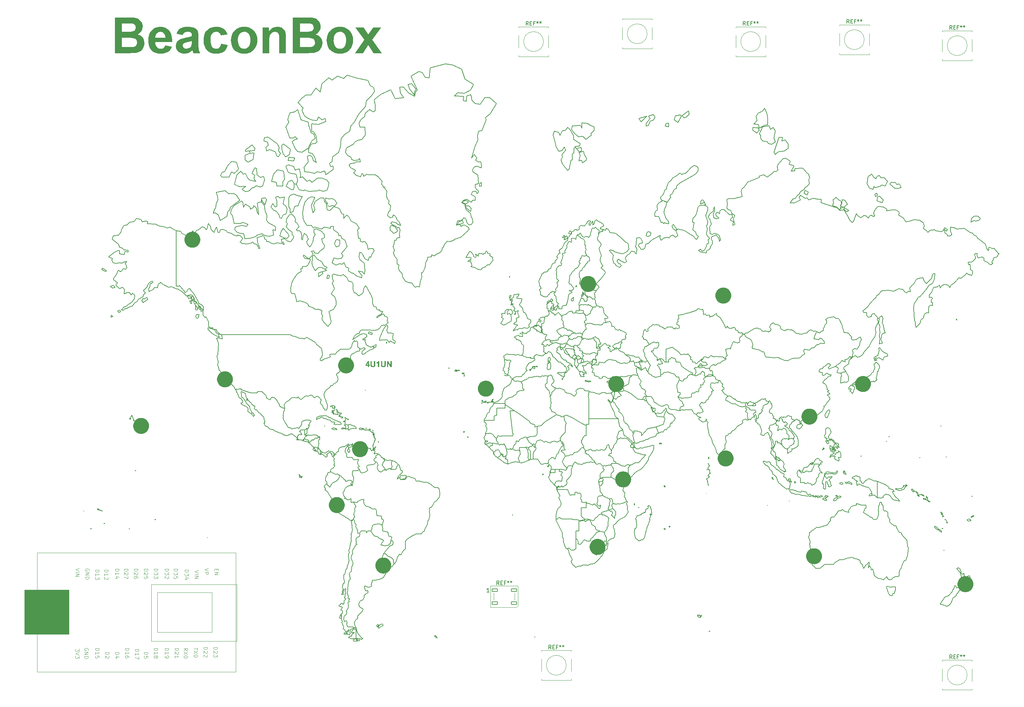
<source format=gto>
%TF.GenerationSoftware,KiCad,Pcbnew,8.0.6*%
%TF.CreationDate,2024-11-12T14:44:17+00:00*%
%TF.ProjectId,A4,41342e6b-6963-4616-945f-706362585858,rev?*%
%TF.SameCoordinates,Original*%
%TF.FileFunction,Legend,Top*%
%TF.FilePolarity,Positive*%
%FSLAX46Y46*%
G04 Gerber Fmt 4.6, Leading zero omitted, Abs format (unit mm)*
G04 Created by KiCad (PCBNEW 8.0.6) date 2024-11-12 14:44:17*
%MOMM*%
%LPD*%
G01*
G04 APERTURE LIST*
G04 Aperture macros list*
%AMRoundRect*
0 Rectangle with rounded corners*
0 $1 Rounding radius*
0 $2 $3 $4 $5 $6 $7 $8 $9 X,Y pos of 4 corners*
0 Add a 4 corners polygon primitive as box body*
4,1,4,$2,$3,$4,$5,$6,$7,$8,$9,$2,$3,0*
0 Add four circle primitives for the rounded corners*
1,1,$1+$1,$2,$3*
1,1,$1+$1,$4,$5*
1,1,$1+$1,$6,$7*
1,1,$1+$1,$8,$9*
0 Add four rect primitives between the rounded corners*
20,1,$1+$1,$2,$3,$4,$5,0*
20,1,$1+$1,$4,$5,$6,$7,0*
20,1,$1+$1,$6,$7,$8,$9,0*
20,1,$1+$1,$8,$9,$2,$3,0*%
G04 Aperture macros list end*
%ADD10C,0.300000*%
%ADD11C,0.178593*%
%ADD12C,0.238124*%
%ADD13C,0.150000*%
%ADD14C,0.100000*%
%ADD15C,0.120000*%
%ADD16C,1.397000*%
%ADD17C,3.200000*%
%ADD18C,1.524000*%
%ADD19RoundRect,0.090000X-0.660000X-0.360000X0.660000X-0.360000X0.660000X0.360000X-0.660000X0.360000X0*%
G04 APERTURE END LIST*
D10*
G36*
X53494327Y-28829965D02*
G01*
X53937708Y-28845833D01*
X54395720Y-28881897D01*
X54652721Y-28917871D01*
X55094805Y-29035019D01*
X55493974Y-29228743D01*
X55600139Y-29298157D01*
X55938660Y-29587150D01*
X56223325Y-29950194D01*
X56294766Y-30067522D01*
X56475517Y-30476466D01*
X56564121Y-30924591D01*
X56573935Y-31144633D01*
X56525713Y-31614495D01*
X56381045Y-32054682D01*
X56231018Y-32331653D01*
X55939518Y-32699197D01*
X55579394Y-32990697D01*
X55301186Y-33142784D01*
X55736910Y-33305748D01*
X56149670Y-33550039D01*
X56487298Y-33860876D01*
X56573935Y-33967103D01*
X56809253Y-34351142D01*
X56957416Y-34775108D01*
X57018424Y-35239003D01*
X57020167Y-35336573D01*
X56979672Y-35796853D01*
X56858188Y-36247858D01*
X56732205Y-36543377D01*
X56486867Y-36948839D01*
X56182796Y-37288150D01*
X55947452Y-37477606D01*
X55542093Y-37702027D01*
X55112945Y-37841487D01*
X54720865Y-37908450D01*
X54253793Y-37937542D01*
X53797524Y-37951727D01*
X53307981Y-37961207D01*
X52830606Y-37967217D01*
X52513886Y-37970000D01*
X49427634Y-37970000D01*
X49427634Y-36422477D01*
X51256524Y-36422477D01*
X52951325Y-36422477D01*
X53400717Y-36419042D01*
X53871024Y-36403103D01*
X54206489Y-36367522D01*
X54637767Y-36206986D01*
X54870341Y-36011416D01*
X55085083Y-35606486D01*
X55127529Y-35250844D01*
X55057784Y-34816548D01*
X54929692Y-34569406D01*
X54594297Y-34266379D01*
X54358164Y-34160544D01*
X53909788Y-34076573D01*
X53429783Y-34043516D01*
X52960515Y-34031991D01*
X52733705Y-34030851D01*
X51256524Y-34030851D01*
X51256524Y-36422477D01*
X49427634Y-36422477D01*
X49427634Y-32483328D01*
X51256524Y-32483328D01*
X52456734Y-32483328D01*
X52940334Y-32481405D01*
X53402640Y-32473591D01*
X53784438Y-32452554D01*
X54227175Y-32331651D01*
X54523028Y-32125024D01*
X54748782Y-31743506D01*
X54793405Y-31412812D01*
X54711261Y-30965586D01*
X54560397Y-30724780D01*
X54183443Y-30475766D01*
X53872365Y-30403845D01*
X53392714Y-30381755D01*
X52889776Y-30374993D01*
X52387044Y-30373100D01*
X52307257Y-30373070D01*
X51256524Y-30373070D01*
X51256524Y-32483328D01*
X49427634Y-32483328D01*
X49427634Y-28825547D01*
X53050244Y-28825547D01*
X53494327Y-28829965D01*
G37*
G36*
X61447895Y-31240840D02*
G01*
X61938983Y-31331721D01*
X62386640Y-31490764D01*
X62790866Y-31717967D01*
X63151660Y-32013331D01*
X63315771Y-32186573D01*
X63602814Y-32586342D01*
X63827570Y-33058600D01*
X63967286Y-33507522D01*
X64063746Y-34006782D01*
X64116951Y-34556383D01*
X64128372Y-35032307D01*
X64126901Y-35156322D01*
X59774494Y-35156322D01*
X59823051Y-35621633D01*
X59963243Y-36053143D01*
X60194347Y-36400495D01*
X60553841Y-36687989D01*
X60978636Y-36828918D01*
X61196720Y-36844528D01*
X61633912Y-36774008D01*
X61880355Y-36644494D01*
X62176080Y-36299138D01*
X62302407Y-36000425D01*
X64034577Y-36281793D01*
X63843335Y-36702471D01*
X63570382Y-37112016D01*
X63236224Y-37454096D01*
X62979448Y-37644668D01*
X62546429Y-37869939D01*
X62113352Y-38008287D01*
X61634938Y-38088384D01*
X61179134Y-38110683D01*
X60665115Y-38083260D01*
X60194673Y-38000989D01*
X59767809Y-37863870D01*
X59313094Y-37626930D01*
X58921130Y-37311010D01*
X58642428Y-36987411D01*
X58389755Y-36570601D01*
X58199142Y-36108772D01*
X58085154Y-35677086D01*
X58016761Y-35212324D01*
X57993963Y-34714487D01*
X58014786Y-34219423D01*
X58040378Y-34030851D01*
X59805268Y-34030851D01*
X62401325Y-34030851D01*
X62355773Y-33592502D01*
X62209869Y-33160558D01*
X62012247Y-32879002D01*
X61656475Y-32608522D01*
X61207125Y-32486806D01*
X61108792Y-32483328D01*
X60649998Y-32562849D01*
X60266097Y-32801413D01*
X60170167Y-32898785D01*
X59930728Y-33287106D01*
X59820475Y-33732497D01*
X59805268Y-34030851D01*
X58040378Y-34030851D01*
X58077254Y-33759135D01*
X58207187Y-33252693D01*
X58397090Y-32796329D01*
X58646962Y-32390043D01*
X58846859Y-32147006D01*
X59182615Y-31831008D01*
X59550210Y-31580389D01*
X59949644Y-31395149D01*
X60380918Y-31275288D01*
X60844031Y-31220805D01*
X61005478Y-31217173D01*
X61447895Y-31240840D01*
G37*
G36*
X68555079Y-31230427D02*
G01*
X69034112Y-31278031D01*
X69484017Y-31372970D01*
X69804815Y-31494145D01*
X70184208Y-31722893D01*
X70506499Y-32042901D01*
X70604954Y-32197564D01*
X70746943Y-32616215D01*
X70810429Y-33062063D01*
X70835914Y-33553254D01*
X70837962Y-33760474D01*
X70818178Y-35800390D01*
X70824786Y-36253869D01*
X70850807Y-36709890D01*
X70901709Y-37084131D01*
X71021510Y-37512227D01*
X71199705Y-37940519D01*
X71213852Y-37970000D01*
X69497069Y-37970000D01*
X69360167Y-37540632D01*
X69330006Y-37433642D01*
X69268457Y-37220418D01*
X68925128Y-37523562D01*
X68533654Y-37780805D01*
X68314445Y-37888667D01*
X67892050Y-38032414D01*
X67446436Y-38102878D01*
X67232937Y-38110683D01*
X66753046Y-38075787D01*
X66277214Y-37953105D01*
X65869195Y-37742092D01*
X65634856Y-37552344D01*
X65352205Y-37214805D01*
X65146640Y-36784699D01*
X65059275Y-36348048D01*
X65050139Y-36138911D01*
X65064656Y-35993831D01*
X66788904Y-35993831D01*
X66917738Y-36426710D01*
X67061479Y-36593935D01*
X67459728Y-36809289D01*
X67753907Y-36844528D01*
X68213328Y-36771439D01*
X68624071Y-36570157D01*
X68650767Y-36552170D01*
X68959544Y-36234120D01*
X69064026Y-36007020D01*
X69124118Y-35565326D01*
X69132170Y-35202484D01*
X69132170Y-34874954D01*
X68700776Y-34990908D01*
X68249564Y-35091578D01*
X68074842Y-35127745D01*
X67636863Y-35226969D01*
X67211239Y-35369439D01*
X67129623Y-35413510D01*
X66836817Y-35747359D01*
X66788904Y-35993831D01*
X65064656Y-35993831D01*
X65094036Y-35700218D01*
X65239494Y-35273221D01*
X65316120Y-35132142D01*
X65589665Y-34783583D01*
X65944835Y-34514967D01*
X66061304Y-34452903D01*
X66480368Y-34284844D01*
X66920735Y-34157547D01*
X67387912Y-34052891D01*
X67443963Y-34041842D01*
X67940985Y-33941479D01*
X68421426Y-33830642D01*
X68850252Y-33710877D01*
X69132170Y-33608799D01*
X69132170Y-33430746D01*
X69070071Y-32992208D01*
X68883775Y-32700949D01*
X68467699Y-32524982D01*
X67994179Y-32483541D01*
X67951744Y-32483328D01*
X67493938Y-32542447D01*
X67226343Y-32670174D01*
X66940750Y-33014499D01*
X66806489Y-33327431D01*
X65230390Y-33046064D01*
X65387286Y-32610273D01*
X65620942Y-32192266D01*
X65915108Y-31850766D01*
X66144836Y-31665603D01*
X66560563Y-31448833D01*
X67013595Y-31315705D01*
X67474463Y-31245200D01*
X67917380Y-31218925D01*
X68074842Y-31217173D01*
X68555079Y-31230427D01*
G37*
G36*
X78241451Y-33186748D02*
G01*
X76529064Y-33468115D01*
X76387831Y-33038920D01*
X76135589Y-32731723D01*
X75734120Y-32530873D01*
X75342044Y-32483328D01*
X74892481Y-32550716D01*
X74488476Y-32775811D01*
X74306699Y-32962533D01*
X74086434Y-33368091D01*
X73974223Y-33813127D01*
X73925863Y-34294255D01*
X73919818Y-34565010D01*
X73933574Y-35007489D01*
X73984394Y-35458665D01*
X74088327Y-35888513D01*
X74287022Y-36297152D01*
X74311095Y-36330153D01*
X74643914Y-36643601D01*
X75052158Y-36812380D01*
X75366224Y-36844528D01*
X75815753Y-36773637D01*
X76175157Y-36560963D01*
X76430857Y-36202738D01*
X76576297Y-35786096D01*
X76621388Y-35578374D01*
X78327180Y-35859741D01*
X78187462Y-36321240D01*
X78001042Y-36730566D01*
X77730802Y-37134483D01*
X77399563Y-37470256D01*
X77307222Y-37543551D01*
X76898085Y-37791672D01*
X76487346Y-37950624D01*
X76027380Y-38055299D01*
X75518187Y-38105699D01*
X75284891Y-38110683D01*
X74765441Y-38078612D01*
X74286949Y-37982399D01*
X73849416Y-37822043D01*
X73452841Y-37597544D01*
X73097224Y-37308904D01*
X72987787Y-37198436D01*
X72697189Y-36830944D01*
X72466714Y-36414302D01*
X72296364Y-35948510D01*
X72186137Y-35433568D01*
X72140209Y-34966904D01*
X72132693Y-34670523D01*
X72153677Y-34177788D01*
X72216628Y-33720366D01*
X72347566Y-33218072D01*
X72538937Y-32766628D01*
X72790741Y-32366034D01*
X72992184Y-32127222D01*
X73335822Y-31817948D01*
X73722119Y-31572661D01*
X74151074Y-31391362D01*
X74622688Y-31274051D01*
X75136960Y-31220728D01*
X75317864Y-31217173D01*
X75818537Y-31240525D01*
X76272297Y-31310579D01*
X76733436Y-31447828D01*
X77133299Y-31646077D01*
X77223691Y-31705170D01*
X77590365Y-32018773D01*
X77863455Y-32365262D01*
X78086812Y-32775498D01*
X78241451Y-33186748D01*
G37*
G36*
X82956325Y-31240894D02*
G01*
X83464724Y-31331981D01*
X83935256Y-31491384D01*
X84367921Y-31719102D01*
X84762719Y-32015136D01*
X84945917Y-32188771D01*
X85269385Y-32571204D01*
X85525929Y-32989804D01*
X85715548Y-33444571D01*
X85838243Y-33935505D01*
X85889366Y-34372244D01*
X85897732Y-34646343D01*
X85874226Y-35101007D01*
X85783963Y-35613733D01*
X85626002Y-36090602D01*
X85400345Y-36531613D01*
X85106990Y-36936766D01*
X84934926Y-37125896D01*
X84557233Y-37460570D01*
X84144610Y-37726001D01*
X83697056Y-37922189D01*
X83214571Y-38049134D01*
X82697156Y-38106837D01*
X82516922Y-38110683D01*
X82070416Y-38085129D01*
X81634351Y-38008468D01*
X81208727Y-37880698D01*
X80793545Y-37701821D01*
X80409137Y-37472523D01*
X80035140Y-37157742D01*
X79723045Y-36782799D01*
X79549371Y-36499413D01*
X79362800Y-36082170D01*
X79229535Y-35621788D01*
X79156656Y-35183565D01*
X79124589Y-34712314D01*
X79124016Y-34663928D01*
X80903454Y-34663928D01*
X80932442Y-35161680D01*
X81019408Y-35597608D01*
X81186545Y-36014127D01*
X81367271Y-36283991D01*
X81711600Y-36603125D01*
X82145296Y-36800189D01*
X82510327Y-36844528D01*
X82951330Y-36778293D01*
X83373175Y-36554954D01*
X83648988Y-36283991D01*
X83892420Y-35882693D01*
X84034421Y-35436730D01*
X84099337Y-34972879D01*
X84110607Y-34650739D01*
X84081755Y-34158895D01*
X83995202Y-33727501D01*
X83828857Y-33314440D01*
X83648988Y-33046064D01*
X83307161Y-32725678D01*
X82875012Y-32527841D01*
X82510327Y-32483328D01*
X82068806Y-32549823D01*
X81645208Y-32774038D01*
X81367271Y-33046064D01*
X81122680Y-33444914D01*
X80980002Y-33886840D01*
X80914777Y-34345642D01*
X80903454Y-34663928D01*
X79124016Y-34663928D01*
X79122923Y-34571605D01*
X79156656Y-34086480D01*
X79257854Y-33610396D01*
X79404446Y-33194802D01*
X79549371Y-32887794D01*
X79784852Y-32505173D01*
X80102975Y-32132200D01*
X80477435Y-31820086D01*
X80758374Y-31645819D01*
X81160916Y-31458287D01*
X81585990Y-31324335D01*
X82033596Y-31243964D01*
X82503733Y-31217173D01*
X82956325Y-31240894D01*
G37*
G36*
X93189113Y-37970000D02*
G01*
X91452547Y-37970000D01*
X91452547Y-34556217D01*
X91445540Y-34062175D01*
X91420907Y-33620675D01*
X91347336Y-33174443D01*
X91340439Y-33153775D01*
X91109767Y-32769404D01*
X90979937Y-32659183D01*
X90567472Y-32497239D01*
X90377634Y-32483328D01*
X89923183Y-32554673D01*
X89566503Y-32736120D01*
X89249084Y-33049524D01*
X89074110Y-33404368D01*
X88988715Y-33858381D01*
X88955099Y-34309136D01*
X88942734Y-34803522D01*
X88942219Y-34940900D01*
X88942219Y-37970000D01*
X87205652Y-37970000D01*
X87205652Y-31357857D01*
X88819120Y-31357857D01*
X88819120Y-32322861D01*
X89157040Y-31947100D01*
X89526180Y-31649082D01*
X89926542Y-31428809D01*
X90358125Y-31286279D01*
X90820929Y-31221492D01*
X90982135Y-31217173D01*
X91433385Y-31251638D01*
X91882021Y-31365841D01*
X92032868Y-31426001D01*
X92428863Y-31646893D01*
X92753872Y-31957962D01*
X92981076Y-32349308D01*
X93092393Y-32692156D01*
X93161816Y-33153710D01*
X93186752Y-33635628D01*
X93189113Y-33865987D01*
X93189113Y-37970000D01*
G37*
G36*
X98996769Y-28829965D02*
G01*
X99440150Y-28845833D01*
X99898163Y-28881897D01*
X100155163Y-28917871D01*
X100597248Y-29035019D01*
X100996416Y-29228743D01*
X101102581Y-29298157D01*
X101441102Y-29587150D01*
X101725767Y-29950194D01*
X101797208Y-30067522D01*
X101977960Y-30476466D01*
X102066563Y-30924591D01*
X102076378Y-31144633D01*
X102028155Y-31614495D01*
X101883487Y-32054682D01*
X101733461Y-32331653D01*
X101441961Y-32699197D01*
X101081836Y-32990697D01*
X100803628Y-33142784D01*
X101239352Y-33305748D01*
X101652113Y-33550039D01*
X101989740Y-33860876D01*
X102076378Y-33967103D01*
X102311695Y-34351142D01*
X102459858Y-34775108D01*
X102520866Y-35239003D01*
X102522609Y-35336573D01*
X102482115Y-35796853D01*
X102360631Y-36247858D01*
X102234647Y-36543377D01*
X101989309Y-36948839D01*
X101685238Y-37288150D01*
X101449895Y-37477606D01*
X101044536Y-37702027D01*
X100615387Y-37841487D01*
X100223307Y-37908450D01*
X99756236Y-37937542D01*
X99299966Y-37951727D01*
X98810423Y-37961207D01*
X98333048Y-37967217D01*
X98016329Y-37970000D01*
X94930076Y-37970000D01*
X94930076Y-36422477D01*
X96758967Y-36422477D01*
X98453768Y-36422477D01*
X98903159Y-36419042D01*
X99373466Y-36403103D01*
X99708932Y-36367522D01*
X100140210Y-36206986D01*
X100372784Y-36011416D01*
X100587526Y-35606486D01*
X100629972Y-35250844D01*
X100560226Y-34816548D01*
X100432135Y-34569406D01*
X100096740Y-34266379D01*
X99860607Y-34160544D01*
X99412230Y-34076573D01*
X98932225Y-34043516D01*
X98462958Y-34031991D01*
X98236147Y-34030851D01*
X96758967Y-34030851D01*
X96758967Y-36422477D01*
X94930076Y-36422477D01*
X94930076Y-32483328D01*
X96758967Y-32483328D01*
X97959176Y-32483328D01*
X98442777Y-32481405D01*
X98905083Y-32473591D01*
X99286880Y-32452554D01*
X99729617Y-32331651D01*
X100025471Y-32125024D01*
X100251225Y-31743506D01*
X100295847Y-31412812D01*
X100213703Y-30965586D01*
X100062840Y-30724780D01*
X99685885Y-30475766D01*
X99374808Y-30403845D01*
X98895157Y-30381755D01*
X98392219Y-30374993D01*
X97889487Y-30373100D01*
X97809699Y-30373070D01*
X96758967Y-30373070D01*
X96758967Y-32483328D01*
X94930076Y-32483328D01*
X94930076Y-28825547D01*
X98552686Y-28825547D01*
X98996769Y-28829965D01*
G37*
G36*
X107435320Y-31240894D02*
G01*
X107943719Y-31331981D01*
X108414251Y-31491384D01*
X108846916Y-31719102D01*
X109241714Y-32015136D01*
X109424912Y-32188771D01*
X109748380Y-32571204D01*
X110004924Y-32989804D01*
X110194543Y-33444571D01*
X110317238Y-33935505D01*
X110368361Y-34372244D01*
X110376727Y-34646343D01*
X110353221Y-35101007D01*
X110262958Y-35613733D01*
X110104997Y-36090602D01*
X109879340Y-36531613D01*
X109585985Y-36936766D01*
X109413921Y-37125896D01*
X109036228Y-37460570D01*
X108623605Y-37726001D01*
X108176051Y-37922189D01*
X107693566Y-38049134D01*
X107176151Y-38106837D01*
X106995917Y-38110683D01*
X106549411Y-38085129D01*
X106113346Y-38008468D01*
X105687722Y-37880698D01*
X105272540Y-37701821D01*
X104888132Y-37472523D01*
X104514136Y-37157742D01*
X104202040Y-36782799D01*
X104028367Y-36499413D01*
X103841796Y-36082170D01*
X103708531Y-35621788D01*
X103635651Y-35183565D01*
X103603584Y-34712314D01*
X103603011Y-34663928D01*
X105382449Y-34663928D01*
X105411437Y-35161680D01*
X105498403Y-35597608D01*
X105665540Y-36014127D01*
X105846266Y-36283991D01*
X106190596Y-36603125D01*
X106624291Y-36800189D01*
X106989323Y-36844528D01*
X107430325Y-36778293D01*
X107852171Y-36554954D01*
X108127983Y-36283991D01*
X108371415Y-35882693D01*
X108513417Y-35436730D01*
X108578332Y-34972879D01*
X108589602Y-34650739D01*
X108560751Y-34158895D01*
X108474197Y-33727501D01*
X108307852Y-33314440D01*
X108127983Y-33046064D01*
X107786156Y-32725678D01*
X107354007Y-32527841D01*
X106989323Y-32483328D01*
X106547801Y-32549823D01*
X106124203Y-32774038D01*
X105846266Y-33046064D01*
X105601675Y-33444914D01*
X105458997Y-33886840D01*
X105393773Y-34345642D01*
X105382449Y-34663928D01*
X103603011Y-34663928D01*
X103601919Y-34571605D01*
X103635651Y-34086480D01*
X103736849Y-33610396D01*
X103883441Y-33194802D01*
X104028367Y-32887794D01*
X104263847Y-32505173D01*
X104581970Y-32132200D01*
X104956430Y-31820086D01*
X105237369Y-31645819D01*
X105639911Y-31458287D01*
X106064986Y-31324335D01*
X106512591Y-31243964D01*
X106982728Y-31217173D01*
X107435320Y-31240894D01*
G37*
G36*
X110862526Y-37970000D02*
G01*
X113229972Y-34565010D01*
X110961444Y-31357857D01*
X113080495Y-31357857D01*
X114243335Y-33175757D01*
X115467725Y-31357857D01*
X117507641Y-31357857D01*
X115283077Y-34490272D01*
X117712072Y-37970000D01*
X115579832Y-37970000D01*
X114243335Y-35921290D01*
X112895847Y-37970000D01*
X110862526Y-37970000D01*
G37*
D11*
X157379960Y-118090614D02*
X157379946Y-118090614D01*
X155641634Y-119150266D02*
X156260769Y-118423987D01*
X155641648Y-118769274D02*
X155641634Y-119150266D01*
X136817859Y-119197891D02*
X136484485Y-119197891D01*
X119791948Y-144212909D02*
X120030049Y-144403440D01*
X100634765Y-139319454D02*
X100682397Y-139617108D01*
X100241866Y-138747966D02*
X100634765Y-139319454D01*
X146247603Y-140093373D02*
X146497631Y-140724407D01*
X148140705Y-140486271D02*
X148664581Y-141164952D01*
X218411388Y-140926857D02*
X218292324Y-141795965D01*
X218292324Y-141795965D02*
X218411388Y-141069734D01*
X227222025Y-142903250D02*
X227817319Y-142712733D01*
X227817333Y-142712760D02*
X227817333Y-142712754D01*
X229484220Y-143141371D02*
X229484220Y-143141385D01*
X212339204Y-128199024D02*
X212934511Y-127472787D01*
X212934511Y-127472746D02*
X212934511Y-127472759D01*
X149200364Y-127568004D02*
X149200364Y-127865658D01*
X143973522Y-127139373D02*
X144652175Y-127329889D01*
X143735387Y-127139373D02*
X143973522Y-127139373D01*
X143354388Y-126984582D02*
X143735387Y-127139373D01*
X185431077Y-54094528D02*
X185431077Y-54094526D01*
X111326577Y-44344503D02*
X111326577Y-44344501D01*
X98789302Y-62286032D02*
X99039337Y-62547969D01*
X194479829Y-53927843D02*
X194241700Y-54189780D01*
X214244205Y-57142532D02*
X215077642Y-56797249D01*
X213767948Y-57059185D02*
X214244205Y-57142532D01*
X80763237Y-67941507D02*
X80763240Y-67941511D01*
X198051704Y-68727332D02*
X198051704Y-68727325D01*
X165785764Y-57487812D02*
X165785764Y-57487807D01*
X83811246Y-62976588D02*
X83989829Y-63583808D01*
X170191076Y-100481274D02*
X169714832Y-99612111D01*
X169000446Y-99564492D02*
X169714832Y-99612111D01*
X169119497Y-100040715D02*
X169000446Y-99564492D01*
X150938641Y-102076681D02*
X150938648Y-101445647D01*
X172096064Y-100909864D02*
X172096050Y-100909871D01*
X171262627Y-100576498D02*
X171262627Y-100576484D01*
X168166982Y-103529259D02*
X168166996Y-102612464D01*
X160189796Y-103910244D02*
X160666053Y-103957863D01*
X161856669Y-103529252D02*
X161975733Y-103624504D01*
X160785145Y-111804120D02*
X160785145Y-111649302D01*
X160785145Y-111804113D02*
X160785145Y-111804120D01*
X186026385Y-112530406D02*
X186026385Y-112530392D01*
X153022267Y-109577651D02*
X153308015Y-109720522D01*
X169238575Y-85527014D02*
X169238575Y-85527024D01*
X164595135Y-85086493D02*
X164476084Y-84741217D01*
X164714199Y-85610362D02*
X164714199Y-85610369D01*
X102087329Y-94813904D02*
X102087322Y-94813904D01*
X102813615Y-92301688D02*
X102813608Y-92301685D01*
X140687388Y-91873060D02*
X140687395Y-91873050D01*
X106004497Y-134295008D02*
X106004491Y-134295008D01*
X98598813Y-133949736D02*
X98265433Y-134295015D01*
X92359928Y-70810896D02*
X92359931Y-70810899D01*
X95312675Y-71334782D02*
X95896073Y-71513382D01*
X243533578Y-69763140D02*
X243533578Y-69763147D01*
X106968877Y-132985349D02*
X106968891Y-132985321D01*
X105135328Y-128103773D02*
X105135335Y-128103773D01*
X105468708Y-129413467D02*
X105563959Y-128782433D01*
X105421082Y-129413467D02*
X105468708Y-129413467D01*
X105135335Y-129937336D02*
X105230586Y-129842092D01*
X105325831Y-129937343D02*
X105325831Y-129937336D01*
X106337864Y-130377881D02*
X105421082Y-130282623D01*
X106290238Y-129651602D02*
X106337864Y-130377881D01*
X106730769Y-129842098D02*
X106290238Y-129651602D01*
X106873646Y-130032595D02*
X106730769Y-129842098D01*
X187812322Y-135604695D02*
X187812322Y-135604689D01*
X182097344Y-137676374D02*
X182335445Y-137581136D01*
X179239828Y-134199777D02*
X179239841Y-134199764D01*
X217101694Y-127139386D02*
X217101694Y-127139373D01*
X108909612Y-131580403D02*
X109052489Y-131580403D01*
X108469074Y-131342275D02*
X108909612Y-131580403D01*
X108278578Y-132116179D02*
X108469060Y-131342275D01*
X56045870Y-133330622D02*
X56045870Y-133330628D01*
X54390893Y-132020935D02*
X55260055Y-132259056D01*
X151819704Y-104493639D02*
X151914976Y-104160300D01*
X150700519Y-104779421D02*
X150510023Y-104838932D01*
X150700526Y-104779400D02*
X150700526Y-104779407D01*
X169714805Y-104934163D02*
X169238547Y-104493659D01*
X202457015Y-105124728D02*
X202814167Y-104779386D01*
X202456988Y-105124666D02*
X202457015Y-105124728D01*
X210196046Y-109910977D02*
X210196073Y-109911011D01*
X160666053Y-103957856D02*
X160666053Y-103957863D01*
X173524822Y-113542432D02*
X173167643Y-112863772D01*
X176144196Y-106672523D02*
X176144196Y-106672544D01*
X168762331Y-110589671D02*
X168881396Y-111220671D01*
X169000446Y-109911018D02*
X169000446Y-109911011D01*
X118970383Y-108851352D02*
X118970390Y-108851359D01*
X158403858Y-109184753D02*
X158522964Y-108267978D01*
X158522936Y-108267951D02*
X158522922Y-108267971D01*
X156844157Y-107636923D02*
X157129925Y-107636951D01*
X164118864Y-108172727D02*
X164118864Y-108172720D01*
X160785145Y-111363568D02*
X160785145Y-111363548D01*
X206862327Y-125734461D02*
X206862327Y-125734468D01*
X238413880Y-122341224D02*
X238413880Y-122341238D01*
X239366381Y-123412714D02*
X239366381Y-122638899D01*
X176382325Y-124865306D02*
X176382325Y-124960557D01*
X176977633Y-124281897D02*
X177334826Y-124091367D01*
X177215761Y-124710529D02*
X176977633Y-124615270D01*
X176858582Y-126163107D02*
X176858582Y-126258358D01*
X184240447Y-126555964D02*
X184240447Y-126555992D01*
X187217014Y-129651596D02*
X187217014Y-129651602D01*
X138853824Y-120507585D02*
X138651422Y-119924177D01*
X149200357Y-127865651D02*
X149200364Y-127865651D01*
X146342861Y-127567983D02*
X146342861Y-127567990D01*
X153308008Y-122007768D02*
X153308015Y-122007768D01*
X220673597Y-145082099D02*
X220435454Y-144891583D01*
X234127660Y-145272602D02*
X234127660Y-145272568D01*
X104599573Y-144891603D02*
X105040076Y-145272589D01*
X105040076Y-145272589D02*
X105040111Y-145272602D01*
X174120144Y-146582283D02*
X173524850Y-146725132D01*
X173167643Y-147594336D02*
X173286707Y-148368241D01*
X201385477Y-143581882D02*
X201266399Y-142998508D01*
X201147349Y-144117651D02*
X201385477Y-143581882D01*
X201147321Y-146046472D02*
X201504514Y-145415466D01*
X201385450Y-146391780D02*
X201147321Y-146046472D01*
X201028257Y-147594336D02*
X200790142Y-146915663D01*
X201147321Y-148368227D02*
X201028257Y-147594336D01*
X162332948Y-149094511D02*
X163047353Y-148808717D01*
X161737646Y-148368227D02*
X161737646Y-148368213D01*
X162452018Y-149535064D02*
X162452018Y-149535071D01*
X270084580Y-79692971D02*
X270084580Y-79692968D01*
X138079920Y-81609893D02*
X138079920Y-81609897D01*
X72059833Y-103481661D02*
X71452523Y-103386368D01*
X76667451Y-110006256D02*
X75893557Y-109815787D01*
X72059768Y-103481647D02*
X72059741Y-103481620D01*
X138853797Y-76561624D02*
X139091974Y-76990238D01*
X139187232Y-75692448D02*
X139187232Y-75692451D01*
X235913598Y-77430770D02*
X235794506Y-78038015D01*
X235080161Y-77085486D02*
X235913598Y-77430770D01*
X236151726Y-77085486D02*
X236151726Y-77085483D01*
X82251544Y-76383010D02*
X82251544Y-76383021D01*
X86942617Y-75073337D02*
X86859269Y-76037731D01*
X174358259Y-81788466D02*
X174358259Y-81788462D01*
X174239208Y-83002901D02*
X174239208Y-83002905D01*
X99670357Y-76906914D02*
X99670385Y-76906897D01*
X112005237Y-113542439D02*
X112005237Y-113542418D01*
X168762331Y-110589657D02*
X168762331Y-110589650D01*
X159475451Y-114852140D02*
X159475451Y-114852133D01*
X184121369Y-116447588D02*
X183287946Y-116971512D01*
X193646392Y-114411608D02*
X193646392Y-114411602D01*
X202218873Y-115578446D02*
X202218873Y-115578439D01*
X197813575Y-120364701D02*
X197813575Y-120364715D01*
X190312618Y-116971464D02*
X190312618Y-116971471D01*
X188050451Y-116590527D02*
X188050437Y-116590479D01*
X151141071Y-115042656D02*
X151141085Y-115042636D01*
X149105112Y-116447643D02*
X149105105Y-116447643D01*
X185788270Y-119293232D02*
X185788270Y-119293150D01*
X172572321Y-116447643D02*
X172572321Y-116447588D01*
X176858582Y-126163086D02*
X176858582Y-126163107D01*
X176620454Y-124710494D02*
X176620454Y-124710529D01*
X177334826Y-123412721D02*
X176977633Y-123555584D01*
X179358892Y-123317456D02*
X179358892Y-123317476D01*
X177572954Y-122341155D02*
X177453890Y-121471986D01*
X177572954Y-122341142D02*
X177572954Y-122341155D01*
X171262641Y-117459662D02*
X171619820Y-117745430D01*
X165785764Y-115578398D02*
X165785764Y-115578404D01*
X167571688Y-115578446D02*
X167095458Y-115042622D01*
X167095444Y-116542860D02*
X167452624Y-115911826D01*
X168881382Y-116102329D02*
X168881382Y-116102336D01*
X168405125Y-116149961D02*
X168643253Y-116102329D01*
X167333573Y-118328832D02*
X167333573Y-118328818D01*
X146926263Y-136378648D02*
X147021514Y-137152552D01*
X98598806Y-133949756D02*
X98598813Y-133949736D01*
X96086576Y-136473899D02*
X96086579Y-136473865D01*
X163642634Y-137485939D02*
X163404505Y-137045381D01*
X98896460Y-137247811D02*
X98896460Y-137247817D01*
X217458887Y-139224224D02*
X217458887Y-139224217D01*
X181621073Y-137878783D02*
X181621073Y-137878804D01*
X147462052Y-137926436D02*
X147462045Y-137926416D01*
X145187944Y-138795592D02*
X145187958Y-138795592D01*
X154867744Y-136271456D02*
X154867730Y-136271462D01*
X151617322Y-129413467D02*
X151617329Y-129413467D01*
X112969651Y-134104512D02*
X112529120Y-134199764D01*
X113160147Y-134104512D02*
X112969651Y-134104512D01*
X113505420Y-134390260D02*
X113160147Y-134104512D01*
X113695916Y-134390260D02*
X113505420Y-134390260D01*
X114565085Y-134104512D02*
X114279324Y-134390260D01*
X114612711Y-134199764D02*
X114565085Y-134104512D01*
X114707970Y-134295001D02*
X114707963Y-134199764D01*
X114898452Y-134723633D02*
X114565079Y-134533137D01*
X115243732Y-135068906D02*
X114898452Y-134723633D01*
X115481860Y-134878410D02*
X115243732Y-135068906D01*
X115779514Y-135604709D02*
X115779528Y-135402286D01*
X115672356Y-136128592D02*
X115672356Y-135604709D01*
X116017643Y-136616770D02*
X115672356Y-136128592D01*
X115779514Y-137438279D02*
X115922391Y-137045401D01*
X115481853Y-138212184D02*
X115779514Y-137438279D01*
X115434234Y-139426619D02*
X116017643Y-138747966D01*
X115481860Y-138986088D02*
X115434234Y-139426619D01*
X115434228Y-138212184D02*
X115481860Y-138986088D01*
X116553419Y-140391027D02*
X116553425Y-140391040D01*
X111231319Y-138747973D02*
X111231319Y-138747966D01*
X110981290Y-138116932D02*
X110981290Y-138545564D01*
X110790794Y-138021688D02*
X111231319Y-138021688D01*
X160189823Y-142807984D02*
X160189823Y-142807998D01*
X156415539Y-141795965D02*
X156415539Y-141795951D01*
X155486851Y-141938829D02*
X155736886Y-141843598D01*
X153022267Y-139759986D02*
X153022260Y-139759986D01*
X155296361Y-138795585D02*
X155296361Y-138795592D01*
X156260769Y-138212190D02*
X156260769Y-138212184D01*
X233413261Y-139664755D02*
X233175132Y-140295782D01*
X233175132Y-139426619D02*
X233413261Y-139664755D01*
X160904236Y-145272568D02*
X160904236Y-145272561D01*
X164952355Y-144451038D02*
X164952355Y-144451031D01*
X172215156Y-142665121D02*
X172215142Y-142665121D01*
X176263274Y-143141385D02*
X176263261Y-143141371D01*
X181263894Y-143343774D02*
X181263907Y-143343795D01*
X174120144Y-146582289D02*
X174120144Y-146582283D01*
X176263261Y-146487031D02*
X176263261Y-146487038D01*
X181144829Y-146915649D02*
X181144829Y-146915670D01*
X237580430Y-115721316D02*
X237580430Y-115721323D01*
X233770454Y-117995458D02*
X233770440Y-117995424D01*
X226864818Y-131389900D02*
X226864805Y-131342275D01*
X234127633Y-151511457D02*
X234246697Y-151178076D01*
X233770454Y-152380619D02*
X234246697Y-151856743D01*
X257344820Y-152380619D02*
X256868577Y-152237742D01*
X175906068Y-154857123D02*
X176739504Y-154416599D01*
X163047326Y-149630281D02*
X163047326Y-149630323D01*
X242700141Y-151178076D02*
X242700141Y-151178083D01*
X228412641Y-151511450D02*
X229007949Y-151273321D01*
X227579204Y-151178076D02*
X228412641Y-151511450D01*
X253534817Y-149677941D02*
X253534817Y-149677948D01*
X254606382Y-150308927D02*
X253772945Y-149963696D01*
X254725446Y-150939941D02*
X255558883Y-150832790D01*
X254606382Y-150404179D02*
X254725446Y-150939941D01*
X254844511Y-150547056D02*
X254844511Y-150547063D01*
X106873646Y-182205774D02*
X106873626Y-182205774D01*
X116351016Y-184467955D02*
X116743922Y-184825148D01*
X118101241Y-166013272D02*
X118101227Y-166013272D01*
X183407011Y-154226082D02*
X183407011Y-154226096D01*
X45243324Y-154618342D02*
X45243324Y-154559462D01*
X46288694Y-155000000D02*
X45766008Y-154904749D01*
X262345426Y-158155150D02*
X261869196Y-157321714D01*
X111136088Y-187801715D02*
X111326584Y-187801715D01*
X111076542Y-187682651D02*
X111136088Y-187801715D01*
X111076542Y-185301406D02*
X111231325Y-185301406D01*
X111231312Y-185063277D02*
X111231325Y-185301406D01*
X120803981Y-168632619D02*
X120803947Y-168632646D01*
X118291730Y-142367467D02*
X118291737Y-142367460D01*
X112195740Y-145082099D02*
X112195753Y-145082093D01*
X102182580Y-139759999D02*
X102420702Y-140093373D01*
X101992077Y-140724393D02*
X102420702Y-140093373D01*
X101551560Y-138890864D02*
X101122922Y-139759986D01*
X101837301Y-136176218D02*
X101837301Y-136176225D01*
X99229826Y-137485898D02*
X99229833Y-137485912D01*
X101992071Y-140724407D02*
X101992084Y-140724407D01*
X105230579Y-141260162D02*
X105230579Y-141260189D01*
X104599552Y-144891583D02*
X104599545Y-144891576D01*
X103682764Y-148034826D02*
X103682770Y-148034840D01*
X110207386Y-148558723D02*
X110207386Y-148558709D01*
X163880749Y-160655460D02*
X163880762Y-160655460D01*
X117755941Y-158869522D02*
X117755948Y-158869522D01*
X175667953Y-151856750D02*
X175667953Y-151856757D01*
X175072645Y-163512963D02*
X175548888Y-163512963D01*
D12*
X172908481Y-162324812D02*
X173005226Y-162332168D01*
X173100563Y-162344283D01*
X173194375Y-162361036D01*
X173286540Y-162382307D01*
X173376940Y-162407978D01*
X173465454Y-162437928D01*
X173551963Y-162472037D01*
X173636348Y-162510186D01*
X173718488Y-162552256D01*
X173798264Y-162598126D01*
X173875555Y-162647677D01*
X173950244Y-162700789D01*
X174022209Y-162757342D01*
X174091331Y-162817217D01*
X174157490Y-162880294D01*
X174220568Y-162946454D01*
X174280443Y-163015576D01*
X174336996Y-163087541D01*
X174390108Y-163162229D01*
X174439659Y-163239521D01*
X174485529Y-163319297D01*
X174527598Y-163401437D01*
X174565748Y-163485821D01*
X174599857Y-163572330D01*
X174629807Y-163660845D01*
X174655477Y-163751244D01*
X174676749Y-163843410D01*
X174693502Y-163937221D01*
X174705616Y-164032559D01*
X174712973Y-164129304D01*
X174715452Y-164227335D01*
X174712973Y-164325366D01*
X174705616Y-164422111D01*
X174693502Y-164517448D01*
X174676749Y-164611260D01*
X174655477Y-164703425D01*
X174629807Y-164793825D01*
X174599857Y-164882339D01*
X174565748Y-164968848D01*
X174527598Y-165053233D01*
X174485529Y-165135373D01*
X174439659Y-165215149D01*
X174390108Y-165292440D01*
X174336996Y-165367129D01*
X174280443Y-165439094D01*
X174220568Y-165508216D01*
X174157490Y-165574375D01*
X174091331Y-165637453D01*
X174022209Y-165697328D01*
X173950244Y-165753881D01*
X173875555Y-165806993D01*
X173798264Y-165856544D01*
X173718488Y-165902414D01*
X173636348Y-165944483D01*
X173551963Y-165982633D01*
X173465454Y-166016742D01*
X173376940Y-166046692D01*
X173286540Y-166072362D01*
X173194375Y-166093634D01*
X173100563Y-166110387D01*
X173005226Y-166122501D01*
X172908481Y-166129858D01*
X172810450Y-166132337D01*
X172712419Y-166129858D01*
X172615674Y-166122501D01*
X172520336Y-166110387D01*
X172426525Y-166093634D01*
X172334359Y-166072362D01*
X172243960Y-166046692D01*
X172155445Y-166016742D01*
X172068936Y-165982633D01*
X171984552Y-165944483D01*
X171902412Y-165902414D01*
X171822636Y-165856544D01*
X171745344Y-165806993D01*
X171670656Y-165753881D01*
X171598691Y-165697328D01*
X171529569Y-165637453D01*
X171463409Y-165574375D01*
X171400332Y-165508216D01*
X171340457Y-165439094D01*
X171283904Y-165367129D01*
X171230792Y-165292440D01*
X171181241Y-165215149D01*
X171135371Y-165135373D01*
X171093301Y-165053233D01*
X171055152Y-164968848D01*
X171021043Y-164882339D01*
X170991093Y-164793825D01*
X170965422Y-164703425D01*
X170944151Y-164611260D01*
X170927398Y-164517448D01*
X170915283Y-164422111D01*
X170907927Y-164325366D01*
X170905448Y-164227335D01*
X170907927Y-164129304D01*
X170915283Y-164032559D01*
X170927398Y-163937221D01*
X170944151Y-163843410D01*
X170965422Y-163751244D01*
X170991093Y-163660845D01*
X171021043Y-163572330D01*
X171055152Y-163485821D01*
X171093301Y-163401437D01*
X171135371Y-163319297D01*
X171181241Y-163239521D01*
X171230792Y-163162229D01*
X171283904Y-163087541D01*
X171340457Y-163015576D01*
X171400332Y-162946454D01*
X171463409Y-162880294D01*
X171529569Y-162817217D01*
X171598691Y-162757342D01*
X171670656Y-162700789D01*
X171745344Y-162647677D01*
X171822636Y-162598126D01*
X171902412Y-162552256D01*
X171984552Y-162510186D01*
X172068936Y-162472037D01*
X172155445Y-162437928D01*
X172243960Y-162407978D01*
X172334359Y-162382307D01*
X172426525Y-162361036D01*
X172520336Y-162344283D01*
X172615674Y-162332168D01*
X172712419Y-162324812D01*
X172810450Y-162322333D01*
X172908481Y-162324812D01*
G36*
X172908481Y-162324812D02*
G01*
X173005226Y-162332168D01*
X173100563Y-162344283D01*
X173194375Y-162361036D01*
X173286540Y-162382307D01*
X173376940Y-162407978D01*
X173465454Y-162437928D01*
X173551963Y-162472037D01*
X173636348Y-162510186D01*
X173718488Y-162552256D01*
X173798264Y-162598126D01*
X173875555Y-162647677D01*
X173950244Y-162700789D01*
X174022209Y-162757342D01*
X174091331Y-162817217D01*
X174157490Y-162880294D01*
X174220568Y-162946454D01*
X174280443Y-163015576D01*
X174336996Y-163087541D01*
X174390108Y-163162229D01*
X174439659Y-163239521D01*
X174485529Y-163319297D01*
X174527598Y-163401437D01*
X174565748Y-163485821D01*
X174599857Y-163572330D01*
X174629807Y-163660845D01*
X174655477Y-163751244D01*
X174676749Y-163843410D01*
X174693502Y-163937221D01*
X174705616Y-164032559D01*
X174712973Y-164129304D01*
X174715452Y-164227335D01*
X174712973Y-164325366D01*
X174705616Y-164422111D01*
X174693502Y-164517448D01*
X174676749Y-164611260D01*
X174655477Y-164703425D01*
X174629807Y-164793825D01*
X174599857Y-164882339D01*
X174565748Y-164968848D01*
X174527598Y-165053233D01*
X174485529Y-165135373D01*
X174439659Y-165215149D01*
X174390108Y-165292440D01*
X174336996Y-165367129D01*
X174280443Y-165439094D01*
X174220568Y-165508216D01*
X174157490Y-165574375D01*
X174091331Y-165637453D01*
X174022209Y-165697328D01*
X173950244Y-165753881D01*
X173875555Y-165806993D01*
X173798264Y-165856544D01*
X173718488Y-165902414D01*
X173636348Y-165944483D01*
X173551963Y-165982633D01*
X173465454Y-166016742D01*
X173376940Y-166046692D01*
X173286540Y-166072362D01*
X173194375Y-166093634D01*
X173100563Y-166110387D01*
X173005226Y-166122501D01*
X172908481Y-166129858D01*
X172810450Y-166132337D01*
X172712419Y-166129858D01*
X172615674Y-166122501D01*
X172520336Y-166110387D01*
X172426525Y-166093634D01*
X172334359Y-166072362D01*
X172243960Y-166046692D01*
X172155445Y-166016742D01*
X172068936Y-165982633D01*
X171984552Y-165944483D01*
X171902412Y-165902414D01*
X171822636Y-165856544D01*
X171745344Y-165806993D01*
X171670656Y-165753881D01*
X171598691Y-165697328D01*
X171529569Y-165637453D01*
X171463409Y-165574375D01*
X171400332Y-165508216D01*
X171340457Y-165439094D01*
X171283904Y-165367129D01*
X171230792Y-165292440D01*
X171181241Y-165215149D01*
X171135371Y-165135373D01*
X171093301Y-165053233D01*
X171055152Y-164968848D01*
X171021043Y-164882339D01*
X170991093Y-164793825D01*
X170965422Y-164703425D01*
X170944151Y-164611260D01*
X170927398Y-164517448D01*
X170915283Y-164422111D01*
X170907927Y-164325366D01*
X170905448Y-164227335D01*
X170907927Y-164129304D01*
X170915283Y-164032559D01*
X170927398Y-163937221D01*
X170944151Y-163843410D01*
X170965422Y-163751244D01*
X170991093Y-163660845D01*
X171021043Y-163572330D01*
X171055152Y-163485821D01*
X171093301Y-163401437D01*
X171135371Y-163319297D01*
X171181241Y-163239521D01*
X171230792Y-163162229D01*
X171283904Y-163087541D01*
X171340457Y-163015576D01*
X171400332Y-162946454D01*
X171463409Y-162880294D01*
X171529569Y-162817217D01*
X171598691Y-162757342D01*
X171670656Y-162700789D01*
X171745344Y-162647677D01*
X171822636Y-162598126D01*
X171902412Y-162552256D01*
X171984552Y-162510186D01*
X172068936Y-162472037D01*
X172155445Y-162437928D01*
X172243960Y-162407978D01*
X172334359Y-162382307D01*
X172426525Y-162361036D01*
X172520336Y-162344283D01*
X172615674Y-162332168D01*
X172712419Y-162324812D01*
X172810450Y-162322333D01*
X172908481Y-162324812D01*
G37*
X266967847Y-171849821D02*
X267064591Y-171857177D01*
X267159929Y-171869292D01*
X267253741Y-171886045D01*
X267345906Y-171907316D01*
X267436306Y-171932987D01*
X267524820Y-171962937D01*
X267611329Y-171997046D01*
X267695714Y-172035195D01*
X267777854Y-172077265D01*
X267857629Y-172123135D01*
X267934921Y-172172685D01*
X268009610Y-172225797D01*
X268081575Y-172282350D01*
X268150697Y-172342225D01*
X268216856Y-172405302D01*
X268279933Y-172471461D01*
X268339808Y-172540583D01*
X268396362Y-172612547D01*
X268449474Y-172687235D01*
X268499025Y-172764526D01*
X268544895Y-172844302D01*
X268586964Y-172926441D01*
X268625113Y-173010825D01*
X268659223Y-173097333D01*
X268689173Y-173185847D01*
X268714843Y-173276245D01*
X268736115Y-173368410D01*
X268752868Y-173462220D01*
X268764982Y-173557557D01*
X268772339Y-173654300D01*
X268774818Y-173752330D01*
X268772339Y-173850362D01*
X268764982Y-173947106D01*
X268752868Y-174042444D01*
X268736115Y-174136255D01*
X268714843Y-174228421D01*
X268689173Y-174318820D01*
X268659223Y-174407335D01*
X268625113Y-174493844D01*
X268586964Y-174578228D01*
X268544895Y-174660368D01*
X268499025Y-174740144D01*
X268449474Y-174817436D01*
X268396362Y-174892124D01*
X268339808Y-174964089D01*
X268279933Y-175033211D01*
X268216856Y-175099371D01*
X268150697Y-175162448D01*
X268081575Y-175222323D01*
X268009610Y-175278876D01*
X267934921Y-175331988D01*
X267857629Y-175381539D01*
X267777854Y-175427409D01*
X267695714Y-175469479D01*
X267611329Y-175507628D01*
X267524820Y-175541737D01*
X267436306Y-175571687D01*
X267345906Y-175597358D01*
X267253741Y-175618629D01*
X267159929Y-175635382D01*
X267064591Y-175647497D01*
X266967847Y-175654853D01*
X266869816Y-175657332D01*
X266771786Y-175654853D01*
X266675042Y-175647497D01*
X266579706Y-175635382D01*
X266485895Y-175618629D01*
X266393731Y-175597358D01*
X266303332Y-175571687D01*
X266214818Y-175541737D01*
X266128310Y-175507628D01*
X266043926Y-175469479D01*
X265961787Y-175427409D01*
X265882012Y-175381539D01*
X265804720Y-175331988D01*
X265730033Y-175278876D01*
X265658068Y-175222323D01*
X265588946Y-175162448D01*
X265522787Y-175099371D01*
X265459710Y-175033211D01*
X265399836Y-174964089D01*
X265343282Y-174892124D01*
X265290171Y-174817436D01*
X265240620Y-174740144D01*
X265194750Y-174660368D01*
X265152681Y-174578228D01*
X265114532Y-174493844D01*
X265080422Y-174407335D01*
X265050472Y-174318820D01*
X265024802Y-174228421D01*
X265003530Y-174136255D01*
X264986777Y-174042444D01*
X264974663Y-173947106D01*
X264967306Y-173850362D01*
X264964828Y-173752330D01*
X264967306Y-173654300D01*
X264974663Y-173557557D01*
X264986777Y-173462220D01*
X265003530Y-173368410D01*
X265024802Y-173276245D01*
X265050472Y-173185847D01*
X265080422Y-173097333D01*
X265114532Y-173010825D01*
X265152681Y-172926441D01*
X265194750Y-172844302D01*
X265240620Y-172764526D01*
X265290171Y-172687235D01*
X265343282Y-172612547D01*
X265399836Y-172540583D01*
X265459710Y-172471461D01*
X265522787Y-172405302D01*
X265588946Y-172342225D01*
X265658068Y-172282350D01*
X265730033Y-172225797D01*
X265804720Y-172172685D01*
X265882012Y-172123135D01*
X265961787Y-172077265D01*
X266043926Y-172035195D01*
X266128310Y-171997046D01*
X266214818Y-171962937D01*
X266303332Y-171932987D01*
X266393731Y-171907316D01*
X266485895Y-171886045D01*
X266579706Y-171869292D01*
X266675042Y-171857177D01*
X266771786Y-171849821D01*
X266869816Y-171847342D01*
X266967847Y-171849821D01*
G36*
X266967847Y-171849821D02*
G01*
X267064591Y-171857177D01*
X267159929Y-171869292D01*
X267253741Y-171886045D01*
X267345906Y-171907316D01*
X267436306Y-171932987D01*
X267524820Y-171962937D01*
X267611329Y-171997046D01*
X267695714Y-172035195D01*
X267777854Y-172077265D01*
X267857629Y-172123135D01*
X267934921Y-172172685D01*
X268009610Y-172225797D01*
X268081575Y-172282350D01*
X268150697Y-172342225D01*
X268216856Y-172405302D01*
X268279933Y-172471461D01*
X268339808Y-172540583D01*
X268396362Y-172612547D01*
X268449474Y-172687235D01*
X268499025Y-172764526D01*
X268544895Y-172844302D01*
X268586964Y-172926441D01*
X268625113Y-173010825D01*
X268659223Y-173097333D01*
X268689173Y-173185847D01*
X268714843Y-173276245D01*
X268736115Y-173368410D01*
X268752868Y-173462220D01*
X268764982Y-173557557D01*
X268772339Y-173654300D01*
X268774818Y-173752330D01*
X268772339Y-173850362D01*
X268764982Y-173947106D01*
X268752868Y-174042444D01*
X268736115Y-174136255D01*
X268714843Y-174228421D01*
X268689173Y-174318820D01*
X268659223Y-174407335D01*
X268625113Y-174493844D01*
X268586964Y-174578228D01*
X268544895Y-174660368D01*
X268499025Y-174740144D01*
X268449474Y-174817436D01*
X268396362Y-174892124D01*
X268339808Y-174964089D01*
X268279933Y-175033211D01*
X268216856Y-175099371D01*
X268150697Y-175162448D01*
X268081575Y-175222323D01*
X268009610Y-175278876D01*
X267934921Y-175331988D01*
X267857629Y-175381539D01*
X267777854Y-175427409D01*
X267695714Y-175469479D01*
X267611329Y-175507628D01*
X267524820Y-175541737D01*
X267436306Y-175571687D01*
X267345906Y-175597358D01*
X267253741Y-175618629D01*
X267159929Y-175635382D01*
X267064591Y-175647497D01*
X266967847Y-175654853D01*
X266869816Y-175657332D01*
X266771786Y-175654853D01*
X266675042Y-175647497D01*
X266579706Y-175635382D01*
X266485895Y-175618629D01*
X266393731Y-175597358D01*
X266303332Y-175571687D01*
X266214818Y-175541737D01*
X266128310Y-175507628D01*
X266043926Y-175469479D01*
X265961787Y-175427409D01*
X265882012Y-175381539D01*
X265804720Y-175331988D01*
X265730033Y-175278876D01*
X265658068Y-175222323D01*
X265588946Y-175162448D01*
X265522787Y-175099371D01*
X265459710Y-175033211D01*
X265399836Y-174964089D01*
X265343282Y-174892124D01*
X265290171Y-174817436D01*
X265240620Y-174740144D01*
X265194750Y-174660368D01*
X265152681Y-174578228D01*
X265114532Y-174493844D01*
X265080422Y-174407335D01*
X265050472Y-174318820D01*
X265024802Y-174228421D01*
X265003530Y-174136255D01*
X264986777Y-174042444D01*
X264974663Y-173947106D01*
X264967306Y-173850362D01*
X264964828Y-173752330D01*
X264967306Y-173654300D01*
X264974663Y-173557557D01*
X264986777Y-173462220D01*
X265003530Y-173368410D01*
X265024802Y-173276245D01*
X265050472Y-173185847D01*
X265080422Y-173097333D01*
X265114532Y-173010825D01*
X265152681Y-172926441D01*
X265194750Y-172844302D01*
X265240620Y-172764526D01*
X265290171Y-172687235D01*
X265343282Y-172612547D01*
X265399836Y-172540583D01*
X265459710Y-172471461D01*
X265522787Y-172405302D01*
X265588946Y-172342225D01*
X265658068Y-172282350D01*
X265730033Y-172225797D01*
X265804720Y-172172685D01*
X265882012Y-172123135D01*
X265961787Y-172077265D01*
X266043926Y-172035195D01*
X266128310Y-171997046D01*
X266214818Y-171962937D01*
X266303332Y-171932987D01*
X266393731Y-171907316D01*
X266485895Y-171886045D01*
X266579706Y-171869292D01*
X266675042Y-171857177D01*
X266771786Y-171849821D01*
X266869816Y-171847342D01*
X266967847Y-171849821D01*
G37*
X112186612Y-137321694D02*
X112283356Y-137329050D01*
X112378693Y-137341165D01*
X112472504Y-137357918D01*
X112564669Y-137379189D01*
X112655069Y-137404860D01*
X112743583Y-137434810D01*
X112830091Y-137468919D01*
X112914475Y-137507068D01*
X112996615Y-137549138D01*
X113076391Y-137595008D01*
X113153682Y-137644559D01*
X113228370Y-137697671D01*
X113300335Y-137754224D01*
X113369457Y-137814099D01*
X113435616Y-137877176D01*
X113498693Y-137943336D01*
X113558568Y-138012458D01*
X113615121Y-138084423D01*
X113668233Y-138159111D01*
X113717784Y-138236403D01*
X113763654Y-138316179D01*
X113805723Y-138398319D01*
X113843873Y-138482703D01*
X113877982Y-138569212D01*
X113907932Y-138657727D01*
X113933602Y-138748126D01*
X113954874Y-138840292D01*
X113971627Y-138934103D01*
X113983741Y-139029441D01*
X113991098Y-139126185D01*
X113993577Y-139224217D01*
X113991098Y-139322247D01*
X113983741Y-139418991D01*
X113971627Y-139514328D01*
X113954874Y-139608139D01*
X113933602Y-139700304D01*
X113907932Y-139790704D01*
X113877982Y-139879218D01*
X113843873Y-139965726D01*
X113805723Y-140050110D01*
X113763654Y-140132250D01*
X113717784Y-140212026D01*
X113668233Y-140289317D01*
X113615121Y-140364005D01*
X113558568Y-140435970D01*
X113498693Y-140505092D01*
X113435616Y-140571251D01*
X113369457Y-140634328D01*
X113300335Y-140694203D01*
X113228370Y-140750756D01*
X113153682Y-140803868D01*
X113076391Y-140853419D01*
X112996615Y-140899289D01*
X112914475Y-140941358D01*
X112830091Y-140979508D01*
X112743583Y-141013617D01*
X112655069Y-141043567D01*
X112564669Y-141069237D01*
X112472504Y-141090509D01*
X112378693Y-141107262D01*
X112283356Y-141119376D01*
X112186612Y-141126733D01*
X112088582Y-141129212D01*
X111990550Y-141126733D01*
X111893806Y-141119376D01*
X111798468Y-141107262D01*
X111704657Y-141090509D01*
X111612491Y-141069237D01*
X111522092Y-141043567D01*
X111433577Y-141013617D01*
X111347068Y-140979508D01*
X111262684Y-140941358D01*
X111180544Y-140899289D01*
X111100768Y-140853419D01*
X111023476Y-140803868D01*
X110948788Y-140750756D01*
X110876823Y-140694203D01*
X110807701Y-140634328D01*
X110741541Y-140571251D01*
X110678464Y-140505092D01*
X110618589Y-140435970D01*
X110562036Y-140364005D01*
X110508924Y-140289317D01*
X110459373Y-140212026D01*
X110413503Y-140132250D01*
X110371433Y-140050110D01*
X110333284Y-139965726D01*
X110299175Y-139879218D01*
X110269225Y-139790704D01*
X110243554Y-139700304D01*
X110222283Y-139608139D01*
X110205530Y-139514328D01*
X110193415Y-139418991D01*
X110186059Y-139322247D01*
X110183580Y-139224217D01*
X110186059Y-139126185D01*
X110193415Y-139029441D01*
X110205530Y-138934103D01*
X110222283Y-138840292D01*
X110243554Y-138748126D01*
X110269225Y-138657727D01*
X110299175Y-138569212D01*
X110333284Y-138482703D01*
X110371433Y-138398319D01*
X110413503Y-138316179D01*
X110459373Y-138236403D01*
X110508924Y-138159111D01*
X110562036Y-138084423D01*
X110618589Y-138012458D01*
X110678464Y-137943336D01*
X110741541Y-137877176D01*
X110807701Y-137814099D01*
X110876823Y-137754224D01*
X110948788Y-137697671D01*
X111023476Y-137644559D01*
X111100768Y-137595008D01*
X111180544Y-137549138D01*
X111262684Y-137507068D01*
X111347068Y-137468919D01*
X111433577Y-137434810D01*
X111522092Y-137404860D01*
X111612491Y-137379189D01*
X111704657Y-137357918D01*
X111798468Y-137341165D01*
X111893806Y-137329050D01*
X111990550Y-137321694D01*
X112088582Y-137319215D01*
X112186612Y-137321694D01*
G36*
X112186612Y-137321694D02*
G01*
X112283356Y-137329050D01*
X112378693Y-137341165D01*
X112472504Y-137357918D01*
X112564669Y-137379189D01*
X112655069Y-137404860D01*
X112743583Y-137434810D01*
X112830091Y-137468919D01*
X112914475Y-137507068D01*
X112996615Y-137549138D01*
X113076391Y-137595008D01*
X113153682Y-137644559D01*
X113228370Y-137697671D01*
X113300335Y-137754224D01*
X113369457Y-137814099D01*
X113435616Y-137877176D01*
X113498693Y-137943336D01*
X113558568Y-138012458D01*
X113615121Y-138084423D01*
X113668233Y-138159111D01*
X113717784Y-138236403D01*
X113763654Y-138316179D01*
X113805723Y-138398319D01*
X113843873Y-138482703D01*
X113877982Y-138569212D01*
X113907932Y-138657727D01*
X113933602Y-138748126D01*
X113954874Y-138840292D01*
X113971627Y-138934103D01*
X113983741Y-139029441D01*
X113991098Y-139126185D01*
X113993577Y-139224217D01*
X113991098Y-139322247D01*
X113983741Y-139418991D01*
X113971627Y-139514328D01*
X113954874Y-139608139D01*
X113933602Y-139700304D01*
X113907932Y-139790704D01*
X113877982Y-139879218D01*
X113843873Y-139965726D01*
X113805723Y-140050110D01*
X113763654Y-140132250D01*
X113717784Y-140212026D01*
X113668233Y-140289317D01*
X113615121Y-140364005D01*
X113558568Y-140435970D01*
X113498693Y-140505092D01*
X113435616Y-140571251D01*
X113369457Y-140634328D01*
X113300335Y-140694203D01*
X113228370Y-140750756D01*
X113153682Y-140803868D01*
X113076391Y-140853419D01*
X112996615Y-140899289D01*
X112914475Y-140941358D01*
X112830091Y-140979508D01*
X112743583Y-141013617D01*
X112655069Y-141043567D01*
X112564669Y-141069237D01*
X112472504Y-141090509D01*
X112378693Y-141107262D01*
X112283356Y-141119376D01*
X112186612Y-141126733D01*
X112088582Y-141129212D01*
X111990550Y-141126733D01*
X111893806Y-141119376D01*
X111798468Y-141107262D01*
X111704657Y-141090509D01*
X111612491Y-141069237D01*
X111522092Y-141043567D01*
X111433577Y-141013617D01*
X111347068Y-140979508D01*
X111262684Y-140941358D01*
X111180544Y-140899289D01*
X111100768Y-140853419D01*
X111023476Y-140803868D01*
X110948788Y-140750756D01*
X110876823Y-140694203D01*
X110807701Y-140634328D01*
X110741541Y-140571251D01*
X110678464Y-140505092D01*
X110618589Y-140435970D01*
X110562036Y-140364005D01*
X110508924Y-140289317D01*
X110459373Y-140212026D01*
X110413503Y-140132250D01*
X110371433Y-140050110D01*
X110333284Y-139965726D01*
X110299175Y-139879218D01*
X110269225Y-139790704D01*
X110243554Y-139700304D01*
X110222283Y-139608139D01*
X110205530Y-139514328D01*
X110193415Y-139418991D01*
X110186059Y-139322247D01*
X110183580Y-139224217D01*
X110186059Y-139126185D01*
X110193415Y-139029441D01*
X110205530Y-138934103D01*
X110222283Y-138840292D01*
X110243554Y-138748126D01*
X110269225Y-138657727D01*
X110299175Y-138569212D01*
X110333284Y-138482703D01*
X110371433Y-138398319D01*
X110413503Y-138316179D01*
X110459373Y-138236403D01*
X110508924Y-138159111D01*
X110562036Y-138084423D01*
X110618589Y-138012458D01*
X110678464Y-137943336D01*
X110741541Y-137877176D01*
X110807701Y-137814099D01*
X110876823Y-137754224D01*
X110948788Y-137697671D01*
X111023476Y-137644559D01*
X111100768Y-137595008D01*
X111180544Y-137549138D01*
X111262684Y-137507068D01*
X111347068Y-137468919D01*
X111433577Y-137434810D01*
X111522092Y-137404860D01*
X111612491Y-137379189D01*
X111704657Y-137357918D01*
X111798468Y-137341165D01*
X111893806Y-137329050D01*
X111990550Y-137321694D01*
X112088582Y-137319215D01*
X112186612Y-137321694D01*
G37*
X77658489Y-119462319D02*
X77755233Y-119469675D01*
X77850570Y-119481790D01*
X77944382Y-119498543D01*
X78036547Y-119519814D01*
X78126946Y-119545485D01*
X78215460Y-119575435D01*
X78301970Y-119609544D01*
X78386354Y-119647693D01*
X78468494Y-119689763D01*
X78548269Y-119735633D01*
X78625561Y-119785184D01*
X78700249Y-119838296D01*
X78772214Y-119894849D01*
X78841336Y-119954724D01*
X78907495Y-120017801D01*
X78970572Y-120083961D01*
X79030447Y-120153083D01*
X79087001Y-120225048D01*
X79140113Y-120299736D01*
X79189663Y-120377028D01*
X79235533Y-120456804D01*
X79277603Y-120538944D01*
X79315752Y-120623328D01*
X79349862Y-120709837D01*
X79379811Y-120798352D01*
X79405482Y-120888751D01*
X79426753Y-120980917D01*
X79443506Y-121074728D01*
X79455621Y-121170066D01*
X79462977Y-121266810D01*
X79465456Y-121364842D01*
X79462977Y-121462872D01*
X79455621Y-121559616D01*
X79443506Y-121654953D01*
X79426753Y-121748764D01*
X79405482Y-121840929D01*
X79379811Y-121931329D01*
X79349862Y-122019843D01*
X79315752Y-122106351D01*
X79277603Y-122190735D01*
X79235533Y-122272875D01*
X79189663Y-122352651D01*
X79140113Y-122429942D01*
X79087001Y-122504630D01*
X79030447Y-122576595D01*
X78970572Y-122645717D01*
X78907495Y-122711876D01*
X78841336Y-122774953D01*
X78772214Y-122834828D01*
X78700249Y-122891381D01*
X78625561Y-122944493D01*
X78548269Y-122994044D01*
X78468494Y-123039914D01*
X78386354Y-123081983D01*
X78301970Y-123120133D01*
X78215460Y-123154242D01*
X78126946Y-123184192D01*
X78036547Y-123209862D01*
X77944382Y-123231134D01*
X77850570Y-123247887D01*
X77755233Y-123260001D01*
X77658489Y-123267358D01*
X77560458Y-123269837D01*
X77462427Y-123267358D01*
X77365683Y-123260001D01*
X77270345Y-123247887D01*
X77176534Y-123231134D01*
X77084369Y-123209862D01*
X76993969Y-123184192D01*
X76905455Y-123154242D01*
X76818946Y-123120133D01*
X76734561Y-123081983D01*
X76652421Y-123039914D01*
X76572646Y-122994044D01*
X76495354Y-122944493D01*
X76420665Y-122891381D01*
X76348700Y-122834828D01*
X76279578Y-122774953D01*
X76213419Y-122711876D01*
X76150341Y-122645717D01*
X76090466Y-122576595D01*
X76033913Y-122504630D01*
X75980801Y-122429942D01*
X75931250Y-122352651D01*
X75885380Y-122272875D01*
X75843310Y-122190735D01*
X75805161Y-122106351D01*
X75771051Y-122019843D01*
X75741101Y-121931329D01*
X75715431Y-121840929D01*
X75694159Y-121748764D01*
X75677406Y-121654953D01*
X75665291Y-121559616D01*
X75657935Y-121462872D01*
X75655456Y-121364842D01*
X75657935Y-121266810D01*
X75665291Y-121170066D01*
X75677406Y-121074728D01*
X75694159Y-120980917D01*
X75715431Y-120888751D01*
X75741101Y-120798352D01*
X75771051Y-120709837D01*
X75805161Y-120623328D01*
X75843310Y-120538944D01*
X75885380Y-120456804D01*
X75931250Y-120377028D01*
X75980801Y-120299736D01*
X76033913Y-120225048D01*
X76090466Y-120153083D01*
X76150341Y-120083961D01*
X76213419Y-120017801D01*
X76279578Y-119954724D01*
X76348700Y-119894849D01*
X76420665Y-119838296D01*
X76495354Y-119785184D01*
X76572646Y-119735633D01*
X76652421Y-119689763D01*
X76734561Y-119647693D01*
X76818946Y-119609544D01*
X76905455Y-119575435D01*
X76993969Y-119545485D01*
X77084369Y-119519814D01*
X77176534Y-119498543D01*
X77270345Y-119481790D01*
X77365683Y-119469675D01*
X77462427Y-119462319D01*
X77560458Y-119459840D01*
X77658489Y-119462319D01*
G36*
X77658489Y-119462319D02*
G01*
X77755233Y-119469675D01*
X77850570Y-119481790D01*
X77944382Y-119498543D01*
X78036547Y-119519814D01*
X78126946Y-119545485D01*
X78215460Y-119575435D01*
X78301970Y-119609544D01*
X78386354Y-119647693D01*
X78468494Y-119689763D01*
X78548269Y-119735633D01*
X78625561Y-119785184D01*
X78700249Y-119838296D01*
X78772214Y-119894849D01*
X78841336Y-119954724D01*
X78907495Y-120017801D01*
X78970572Y-120083961D01*
X79030447Y-120153083D01*
X79087001Y-120225048D01*
X79140113Y-120299736D01*
X79189663Y-120377028D01*
X79235533Y-120456804D01*
X79277603Y-120538944D01*
X79315752Y-120623328D01*
X79349862Y-120709837D01*
X79379811Y-120798352D01*
X79405482Y-120888751D01*
X79426753Y-120980917D01*
X79443506Y-121074728D01*
X79455621Y-121170066D01*
X79462977Y-121266810D01*
X79465456Y-121364842D01*
X79462977Y-121462872D01*
X79455621Y-121559616D01*
X79443506Y-121654953D01*
X79426753Y-121748764D01*
X79405482Y-121840929D01*
X79379811Y-121931329D01*
X79349862Y-122019843D01*
X79315752Y-122106351D01*
X79277603Y-122190735D01*
X79235533Y-122272875D01*
X79189663Y-122352651D01*
X79140113Y-122429942D01*
X79087001Y-122504630D01*
X79030447Y-122576595D01*
X78970572Y-122645717D01*
X78907495Y-122711876D01*
X78841336Y-122774953D01*
X78772214Y-122834828D01*
X78700249Y-122891381D01*
X78625561Y-122944493D01*
X78548269Y-122994044D01*
X78468494Y-123039914D01*
X78386354Y-123081983D01*
X78301970Y-123120133D01*
X78215460Y-123154242D01*
X78126946Y-123184192D01*
X78036547Y-123209862D01*
X77944382Y-123231134D01*
X77850570Y-123247887D01*
X77755233Y-123260001D01*
X77658489Y-123267358D01*
X77560458Y-123269837D01*
X77462427Y-123267358D01*
X77365683Y-123260001D01*
X77270345Y-123247887D01*
X77176534Y-123231134D01*
X77084369Y-123209862D01*
X76993969Y-123184192D01*
X76905455Y-123154242D01*
X76818946Y-123120133D01*
X76734561Y-123081983D01*
X76652421Y-123039914D01*
X76572646Y-122994044D01*
X76495354Y-122944493D01*
X76420665Y-122891381D01*
X76348700Y-122834828D01*
X76279578Y-122774953D01*
X76213419Y-122711876D01*
X76150341Y-122645717D01*
X76090466Y-122576595D01*
X76033913Y-122504630D01*
X75980801Y-122429942D01*
X75931250Y-122352651D01*
X75885380Y-122272875D01*
X75843310Y-122190735D01*
X75805161Y-122106351D01*
X75771051Y-122019843D01*
X75741101Y-121931329D01*
X75715431Y-121840929D01*
X75694159Y-121748764D01*
X75677406Y-121654953D01*
X75665291Y-121559616D01*
X75657935Y-121462872D01*
X75655456Y-121364842D01*
X75657935Y-121266810D01*
X75665291Y-121170066D01*
X75677406Y-121074728D01*
X75694159Y-120980917D01*
X75715431Y-120888751D01*
X75741101Y-120798352D01*
X75771051Y-120709837D01*
X75805161Y-120623328D01*
X75843310Y-120538944D01*
X75885380Y-120456804D01*
X75931250Y-120377028D01*
X75980801Y-120299736D01*
X76033913Y-120225048D01*
X76090466Y-120153083D01*
X76150341Y-120083961D01*
X76213419Y-120017801D01*
X76279578Y-119954724D01*
X76348700Y-119894849D01*
X76420665Y-119838296D01*
X76495354Y-119785184D01*
X76572646Y-119735633D01*
X76652421Y-119689763D01*
X76734561Y-119647693D01*
X76818946Y-119609544D01*
X76905455Y-119575435D01*
X76993969Y-119545485D01*
X77084369Y-119519814D01*
X77176534Y-119498543D01*
X77270345Y-119481790D01*
X77365683Y-119469675D01*
X77462427Y-119462319D01*
X77560458Y-119459840D01*
X77658489Y-119462319D01*
G37*
X227081914Y-128987321D02*
X227178659Y-128994677D01*
X227273996Y-129006792D01*
X227367808Y-129023545D01*
X227459973Y-129044817D01*
X227550373Y-129070487D01*
X227638887Y-129100437D01*
X227725396Y-129134546D01*
X227809781Y-129172695D01*
X227891921Y-129214765D01*
X227971697Y-129260635D01*
X228048988Y-129310186D01*
X228123677Y-129363297D01*
X228195642Y-129419851D01*
X228264764Y-129479726D01*
X228330923Y-129542803D01*
X228394000Y-129608962D01*
X228453876Y-129678084D01*
X228510429Y-129750049D01*
X228563541Y-129824737D01*
X228613092Y-129902028D01*
X228658962Y-129981804D01*
X228701031Y-130063943D01*
X228739180Y-130148327D01*
X228773290Y-130234836D01*
X228803240Y-130323350D01*
X228828910Y-130413749D01*
X228850182Y-130505914D01*
X228866935Y-130599725D01*
X228879049Y-130695063D01*
X228886406Y-130791806D01*
X228888885Y-130889837D01*
X228886406Y-130987868D01*
X228879049Y-131084613D01*
X228866935Y-131179951D01*
X228850182Y-131273762D01*
X228828910Y-131365928D01*
X228803240Y-131456327D01*
X228773290Y-131544842D01*
X228739180Y-131631351D01*
X228701031Y-131715735D01*
X228658962Y-131797875D01*
X228613092Y-131877651D01*
X228563541Y-131954943D01*
X228510429Y-132029631D01*
X228453876Y-132101596D01*
X228394000Y-132170718D01*
X228330923Y-132236878D01*
X228264764Y-132299955D01*
X228195642Y-132359830D01*
X228123677Y-132416383D01*
X228048988Y-132469495D01*
X227971697Y-132519046D01*
X227891921Y-132564916D01*
X227809781Y-132606985D01*
X227725396Y-132645135D01*
X227638887Y-132679244D01*
X227550373Y-132709194D01*
X227459973Y-132734865D01*
X227367808Y-132756136D01*
X227273996Y-132772889D01*
X227178659Y-132785004D01*
X227081914Y-132792360D01*
X226983883Y-132794839D01*
X226885853Y-132792360D01*
X226789109Y-132785004D01*
X226693772Y-132772889D01*
X226599962Y-132756136D01*
X226507797Y-132734865D01*
X226417398Y-132709194D01*
X226328884Y-132679244D01*
X226242375Y-132645135D01*
X226157991Y-132606985D01*
X226075851Y-132564916D01*
X225996075Y-132519046D01*
X225918783Y-132469495D01*
X225844095Y-132416383D01*
X225772129Y-132359830D01*
X225703007Y-132299955D01*
X225636847Y-132236878D01*
X225573770Y-132170718D01*
X225513894Y-132101596D01*
X225457341Y-132029631D01*
X225404228Y-131954943D01*
X225354677Y-131877651D01*
X225308807Y-131797875D01*
X225266737Y-131715735D01*
X225228587Y-131631351D01*
X225194477Y-131544842D01*
X225164527Y-131456327D01*
X225138856Y-131365928D01*
X225117584Y-131273762D01*
X225100831Y-131179951D01*
X225088716Y-131084613D01*
X225081360Y-130987868D01*
X225078881Y-130889837D01*
X225081360Y-130791806D01*
X225088716Y-130695063D01*
X225100831Y-130599725D01*
X225117584Y-130505914D01*
X225138856Y-130413749D01*
X225164527Y-130323350D01*
X225194477Y-130234836D01*
X225228587Y-130148327D01*
X225266737Y-130063943D01*
X225308807Y-129981804D01*
X225354677Y-129902028D01*
X225404228Y-129824737D01*
X225457341Y-129750049D01*
X225513894Y-129678084D01*
X225573770Y-129608962D01*
X225636847Y-129542803D01*
X225703007Y-129479726D01*
X225772129Y-129419851D01*
X225844095Y-129363297D01*
X225918783Y-129310186D01*
X225996075Y-129260635D01*
X226075851Y-129214765D01*
X226157991Y-129172695D01*
X226242375Y-129134546D01*
X226328884Y-129100437D01*
X226417398Y-129070487D01*
X226507797Y-129044817D01*
X226599962Y-129023545D01*
X226693772Y-129006792D01*
X226789109Y-128994677D01*
X226885853Y-128987321D01*
X226983883Y-128984842D01*
X227081914Y-128987321D01*
G36*
X227081914Y-128987321D02*
G01*
X227178659Y-128994677D01*
X227273996Y-129006792D01*
X227367808Y-129023545D01*
X227459973Y-129044817D01*
X227550373Y-129070487D01*
X227638887Y-129100437D01*
X227725396Y-129134546D01*
X227809781Y-129172695D01*
X227891921Y-129214765D01*
X227971697Y-129260635D01*
X228048988Y-129310186D01*
X228123677Y-129363297D01*
X228195642Y-129419851D01*
X228264764Y-129479726D01*
X228330923Y-129542803D01*
X228394000Y-129608962D01*
X228453876Y-129678084D01*
X228510429Y-129750049D01*
X228563541Y-129824737D01*
X228613092Y-129902028D01*
X228658962Y-129981804D01*
X228701031Y-130063943D01*
X228739180Y-130148327D01*
X228773290Y-130234836D01*
X228803240Y-130323350D01*
X228828910Y-130413749D01*
X228850182Y-130505914D01*
X228866935Y-130599725D01*
X228879049Y-130695063D01*
X228886406Y-130791806D01*
X228888885Y-130889837D01*
X228886406Y-130987868D01*
X228879049Y-131084613D01*
X228866935Y-131179951D01*
X228850182Y-131273762D01*
X228828910Y-131365928D01*
X228803240Y-131456327D01*
X228773290Y-131544842D01*
X228739180Y-131631351D01*
X228701031Y-131715735D01*
X228658962Y-131797875D01*
X228613092Y-131877651D01*
X228563541Y-131954943D01*
X228510429Y-132029631D01*
X228453876Y-132101596D01*
X228394000Y-132170718D01*
X228330923Y-132236878D01*
X228264764Y-132299955D01*
X228195642Y-132359830D01*
X228123677Y-132416383D01*
X228048988Y-132469495D01*
X227971697Y-132519046D01*
X227891921Y-132564916D01*
X227809781Y-132606985D01*
X227725396Y-132645135D01*
X227638887Y-132679244D01*
X227550373Y-132709194D01*
X227459973Y-132734865D01*
X227367808Y-132756136D01*
X227273996Y-132772889D01*
X227178659Y-132785004D01*
X227081914Y-132792360D01*
X226983883Y-132794839D01*
X226885853Y-132792360D01*
X226789109Y-132785004D01*
X226693772Y-132772889D01*
X226599962Y-132756136D01*
X226507797Y-132734865D01*
X226417398Y-132709194D01*
X226328884Y-132679244D01*
X226242375Y-132645135D01*
X226157991Y-132606985D01*
X226075851Y-132564916D01*
X225996075Y-132519046D01*
X225918783Y-132469495D01*
X225844095Y-132416383D01*
X225772129Y-132359830D01*
X225703007Y-132299955D01*
X225636847Y-132236878D01*
X225573770Y-132170718D01*
X225513894Y-132101596D01*
X225457341Y-132029631D01*
X225404228Y-131954943D01*
X225354677Y-131877651D01*
X225308807Y-131797875D01*
X225266737Y-131715735D01*
X225228587Y-131631351D01*
X225194477Y-131544842D01*
X225164527Y-131456327D01*
X225138856Y-131365928D01*
X225117584Y-131273762D01*
X225100831Y-131179951D01*
X225088716Y-131084613D01*
X225081360Y-130987868D01*
X225078881Y-130889837D01*
X225081360Y-130791806D01*
X225088716Y-130695063D01*
X225100831Y-130599725D01*
X225117584Y-130505914D01*
X225138856Y-130413749D01*
X225164527Y-130323350D01*
X225194477Y-130234836D01*
X225228587Y-130148327D01*
X225266737Y-130063943D01*
X225308807Y-129981804D01*
X225354677Y-129902028D01*
X225404228Y-129824737D01*
X225457341Y-129750049D01*
X225513894Y-129678084D01*
X225573770Y-129608962D01*
X225636847Y-129542803D01*
X225703007Y-129479726D01*
X225772129Y-129419851D01*
X225844095Y-129363297D01*
X225918783Y-129310186D01*
X225996075Y-129260635D01*
X226075851Y-129214765D01*
X226157991Y-129172695D01*
X226242375Y-129134546D01*
X226328884Y-129100437D01*
X226417398Y-129070487D01*
X226507797Y-129044817D01*
X226599962Y-129023545D01*
X226693772Y-129006792D01*
X226789109Y-128994677D01*
X226885853Y-128987321D01*
X226983883Y-128984842D01*
X227081914Y-128987321D01*
G37*
X228272544Y-164706071D02*
X228369288Y-164713427D01*
X228464626Y-164725542D01*
X228558437Y-164742295D01*
X228650603Y-164763567D01*
X228741002Y-164789237D01*
X228829517Y-164819187D01*
X228916026Y-164853296D01*
X229000410Y-164891446D01*
X229082550Y-164933515D01*
X229162326Y-164979385D01*
X229239618Y-165028936D01*
X229314306Y-165082048D01*
X229386271Y-165138601D01*
X229455393Y-165198476D01*
X229521553Y-165261553D01*
X229584630Y-165327713D01*
X229644505Y-165396835D01*
X229701058Y-165468800D01*
X229754170Y-165543488D01*
X229803721Y-165620780D01*
X229849591Y-165700556D01*
X229891661Y-165782696D01*
X229929810Y-165867080D01*
X229963919Y-165953590D01*
X229993869Y-166042104D01*
X230019540Y-166132504D01*
X230040811Y-166224669D01*
X230057564Y-166318480D01*
X230069679Y-166413818D01*
X230077035Y-166510563D01*
X230079514Y-166608594D01*
X230077035Y-166706624D01*
X230069679Y-166803367D01*
X230057564Y-166898704D01*
X230040811Y-166992514D01*
X230019540Y-167084679D01*
X229993869Y-167175078D01*
X229963919Y-167263591D01*
X229929810Y-167350100D01*
X229891661Y-167434483D01*
X229849591Y-167516623D01*
X229803721Y-167596398D01*
X229754170Y-167673689D01*
X229701058Y-167748377D01*
X229644505Y-167820342D01*
X229584630Y-167889463D01*
X229521553Y-167955623D01*
X229455393Y-168018699D01*
X229386271Y-168078574D01*
X229314306Y-168135127D01*
X229239618Y-168188239D01*
X229162326Y-168237790D01*
X229082550Y-168283660D01*
X229000410Y-168325729D01*
X228916026Y-168363878D01*
X228829517Y-168397987D01*
X228741002Y-168427937D01*
X228650603Y-168453608D01*
X228558437Y-168474879D01*
X228464626Y-168491632D01*
X228369288Y-168503747D01*
X228272544Y-168511103D01*
X228174512Y-168513582D01*
X228076481Y-168511103D01*
X227979737Y-168503747D01*
X227884399Y-168491632D01*
X227790587Y-168474879D01*
X227698422Y-168453608D01*
X227608022Y-168427937D01*
X227519508Y-168397987D01*
X227432999Y-168363878D01*
X227348614Y-168325729D01*
X227266474Y-168283660D01*
X227186699Y-168237790D01*
X227109407Y-168188239D01*
X227034718Y-168135127D01*
X226962753Y-168078574D01*
X226893631Y-168018699D01*
X226827472Y-167955623D01*
X226764395Y-167889463D01*
X226704520Y-167820342D01*
X226647966Y-167748377D01*
X226594854Y-167673689D01*
X226545303Y-167596398D01*
X226499433Y-167516623D01*
X226457364Y-167434483D01*
X226419215Y-167350100D01*
X226385105Y-167263591D01*
X226355155Y-167175078D01*
X226329485Y-167084679D01*
X226308213Y-166992514D01*
X226291460Y-166898704D01*
X226279346Y-166803367D01*
X226271989Y-166706624D01*
X226269511Y-166608594D01*
X226271989Y-166510563D01*
X226279346Y-166413818D01*
X226291460Y-166318480D01*
X226308213Y-166224669D01*
X226329485Y-166132504D01*
X226355155Y-166042104D01*
X226385105Y-165953590D01*
X226419215Y-165867080D01*
X226457364Y-165782696D01*
X226499433Y-165700556D01*
X226545303Y-165620780D01*
X226594854Y-165543488D01*
X226647966Y-165468800D01*
X226704520Y-165396835D01*
X226764395Y-165327713D01*
X226827472Y-165261553D01*
X226893631Y-165198476D01*
X226962753Y-165138601D01*
X227034718Y-165082048D01*
X227109407Y-165028936D01*
X227186699Y-164979385D01*
X227266474Y-164933515D01*
X227348614Y-164891446D01*
X227432999Y-164853296D01*
X227519508Y-164819187D01*
X227608022Y-164789237D01*
X227698422Y-164763567D01*
X227790587Y-164742295D01*
X227884399Y-164725542D01*
X227979737Y-164713427D01*
X228076481Y-164706071D01*
X228174512Y-164703592D01*
X228272544Y-164706071D01*
G36*
X228272544Y-164706071D02*
G01*
X228369288Y-164713427D01*
X228464626Y-164725542D01*
X228558437Y-164742295D01*
X228650603Y-164763567D01*
X228741002Y-164789237D01*
X228829517Y-164819187D01*
X228916026Y-164853296D01*
X229000410Y-164891446D01*
X229082550Y-164933515D01*
X229162326Y-164979385D01*
X229239618Y-165028936D01*
X229314306Y-165082048D01*
X229386271Y-165138601D01*
X229455393Y-165198476D01*
X229521553Y-165261553D01*
X229584630Y-165327713D01*
X229644505Y-165396835D01*
X229701058Y-165468800D01*
X229754170Y-165543488D01*
X229803721Y-165620780D01*
X229849591Y-165700556D01*
X229891661Y-165782696D01*
X229929810Y-165867080D01*
X229963919Y-165953590D01*
X229993869Y-166042104D01*
X230019540Y-166132504D01*
X230040811Y-166224669D01*
X230057564Y-166318480D01*
X230069679Y-166413818D01*
X230077035Y-166510563D01*
X230079514Y-166608594D01*
X230077035Y-166706624D01*
X230069679Y-166803367D01*
X230057564Y-166898704D01*
X230040811Y-166992514D01*
X230019540Y-167084679D01*
X229993869Y-167175078D01*
X229963919Y-167263591D01*
X229929810Y-167350100D01*
X229891661Y-167434483D01*
X229849591Y-167516623D01*
X229803721Y-167596398D01*
X229754170Y-167673689D01*
X229701058Y-167748377D01*
X229644505Y-167820342D01*
X229584630Y-167889463D01*
X229521553Y-167955623D01*
X229455393Y-168018699D01*
X229386271Y-168078574D01*
X229314306Y-168135127D01*
X229239618Y-168188239D01*
X229162326Y-168237790D01*
X229082550Y-168283660D01*
X229000410Y-168325729D01*
X228916026Y-168363878D01*
X228829517Y-168397987D01*
X228741002Y-168427937D01*
X228650603Y-168453608D01*
X228558437Y-168474879D01*
X228464626Y-168491632D01*
X228369288Y-168503747D01*
X228272544Y-168511103D01*
X228174512Y-168513582D01*
X228076481Y-168511103D01*
X227979737Y-168503747D01*
X227884399Y-168491632D01*
X227790587Y-168474879D01*
X227698422Y-168453608D01*
X227608022Y-168427937D01*
X227519508Y-168397987D01*
X227432999Y-168363878D01*
X227348614Y-168325729D01*
X227266474Y-168283660D01*
X227186699Y-168237790D01*
X227109407Y-168188239D01*
X227034718Y-168135127D01*
X226962753Y-168078574D01*
X226893631Y-168018699D01*
X226827472Y-167955623D01*
X226764395Y-167889463D01*
X226704520Y-167820342D01*
X226647966Y-167748377D01*
X226594854Y-167673689D01*
X226545303Y-167596398D01*
X226499433Y-167516623D01*
X226457364Y-167434483D01*
X226419215Y-167350100D01*
X226385105Y-167263591D01*
X226355155Y-167175078D01*
X226329485Y-167084679D01*
X226308213Y-166992514D01*
X226291460Y-166898704D01*
X226279346Y-166803367D01*
X226271989Y-166706624D01*
X226269511Y-166608594D01*
X226271989Y-166510563D01*
X226279346Y-166413818D01*
X226291460Y-166318480D01*
X226308213Y-166224669D01*
X226329485Y-166132504D01*
X226355155Y-166042104D01*
X226385105Y-165953590D01*
X226419215Y-165867080D01*
X226457364Y-165782696D01*
X226499433Y-165700556D01*
X226545303Y-165620780D01*
X226594854Y-165543488D01*
X226647966Y-165468800D01*
X226704520Y-165396835D01*
X226764395Y-165327713D01*
X226827472Y-165261553D01*
X226893631Y-165198476D01*
X226962753Y-165138601D01*
X227034718Y-165082048D01*
X227109407Y-165028936D01*
X227186699Y-164979385D01*
X227266474Y-164933515D01*
X227348614Y-164891446D01*
X227432999Y-164853296D01*
X227519508Y-164819187D01*
X227608022Y-164789237D01*
X227698422Y-164763567D01*
X227790587Y-164742295D01*
X227884399Y-164725542D01*
X227979737Y-164713427D01*
X228076481Y-164706071D01*
X228174512Y-164703592D01*
X228272544Y-164706071D01*
G37*
X69324113Y-83743569D02*
X69420857Y-83750925D01*
X69516194Y-83763040D01*
X69610006Y-83779793D01*
X69702171Y-83801064D01*
X69792571Y-83826735D01*
X69881085Y-83856685D01*
X69967594Y-83890795D01*
X70051978Y-83928944D01*
X70134118Y-83971014D01*
X70213894Y-84016884D01*
X70291186Y-84066435D01*
X70365874Y-84119547D01*
X70437839Y-84176100D01*
X70506961Y-84235975D01*
X70573121Y-84299052D01*
X70636198Y-84365212D01*
X70696073Y-84434334D01*
X70752627Y-84506299D01*
X70805739Y-84580988D01*
X70855290Y-84658279D01*
X70901160Y-84738055D01*
X70943229Y-84820195D01*
X70981379Y-84904580D01*
X71015488Y-84991089D01*
X71045438Y-85079603D01*
X71071109Y-85170002D01*
X71092381Y-85262168D01*
X71109134Y-85355979D01*
X71121248Y-85451317D01*
X71128605Y-85548061D01*
X71131084Y-85646092D01*
X71128605Y-85744123D01*
X71121248Y-85840867D01*
X71109134Y-85936204D01*
X71092381Y-86030016D01*
X71071109Y-86122181D01*
X71045438Y-86212580D01*
X71015488Y-86301094D01*
X70981379Y-86387603D01*
X70943229Y-86471988D01*
X70901160Y-86554127D01*
X70855290Y-86633903D01*
X70805739Y-86711195D01*
X70752627Y-86785883D01*
X70696073Y-86857848D01*
X70636198Y-86926970D01*
X70573121Y-86993129D01*
X70506961Y-87056206D01*
X70437839Y-87116081D01*
X70365874Y-87172635D01*
X70291186Y-87225746D01*
X70213894Y-87275297D01*
X70134118Y-87321167D01*
X70051978Y-87363237D01*
X69967594Y-87401386D01*
X69881085Y-87435495D01*
X69792571Y-87465445D01*
X69702171Y-87491116D01*
X69610006Y-87512387D01*
X69516194Y-87529140D01*
X69420857Y-87541255D01*
X69324113Y-87548611D01*
X69226082Y-87551090D01*
X69128051Y-87548611D01*
X69031307Y-87541255D01*
X68935969Y-87529140D01*
X68842158Y-87512387D01*
X68749993Y-87491116D01*
X68659593Y-87465445D01*
X68571079Y-87435495D01*
X68484570Y-87401386D01*
X68400186Y-87363237D01*
X68318046Y-87321167D01*
X68238270Y-87275297D01*
X68160979Y-87225746D01*
X68086290Y-87172635D01*
X68014326Y-87116081D01*
X67945204Y-87056206D01*
X67879044Y-86993129D01*
X67815967Y-86926970D01*
X67756092Y-86857848D01*
X67699539Y-86785883D01*
X67646427Y-86711195D01*
X67596876Y-86633903D01*
X67551006Y-86554127D01*
X67508937Y-86471988D01*
X67470787Y-86387603D01*
X67436678Y-86301094D01*
X67406728Y-86212580D01*
X67381058Y-86122181D01*
X67359786Y-86030016D01*
X67343033Y-85936204D01*
X67330919Y-85840867D01*
X67323562Y-85744123D01*
X67321083Y-85646092D01*
X67323562Y-85548061D01*
X67330919Y-85451317D01*
X67343033Y-85355979D01*
X67359786Y-85262168D01*
X67381058Y-85170002D01*
X67406728Y-85079603D01*
X67436678Y-84991089D01*
X67470787Y-84904580D01*
X67508937Y-84820195D01*
X67551006Y-84738055D01*
X67596876Y-84658279D01*
X67646427Y-84580988D01*
X67699539Y-84506299D01*
X67756092Y-84434334D01*
X67815967Y-84365212D01*
X67879044Y-84299052D01*
X67945204Y-84235975D01*
X68014326Y-84176100D01*
X68086290Y-84119547D01*
X68160979Y-84066435D01*
X68238270Y-84016884D01*
X68318046Y-83971014D01*
X68400186Y-83928944D01*
X68484570Y-83890795D01*
X68571079Y-83856685D01*
X68659593Y-83826735D01*
X68749993Y-83801064D01*
X68842158Y-83779793D01*
X68935969Y-83763040D01*
X69031307Y-83750925D01*
X69128051Y-83743569D01*
X69226082Y-83741090D01*
X69324113Y-83743569D01*
G36*
X69324113Y-83743569D02*
G01*
X69420857Y-83750925D01*
X69516194Y-83763040D01*
X69610006Y-83779793D01*
X69702171Y-83801064D01*
X69792571Y-83826735D01*
X69881085Y-83856685D01*
X69967594Y-83890795D01*
X70051978Y-83928944D01*
X70134118Y-83971014D01*
X70213894Y-84016884D01*
X70291186Y-84066435D01*
X70365874Y-84119547D01*
X70437839Y-84176100D01*
X70506961Y-84235975D01*
X70573121Y-84299052D01*
X70636198Y-84365212D01*
X70696073Y-84434334D01*
X70752627Y-84506299D01*
X70805739Y-84580988D01*
X70855290Y-84658279D01*
X70901160Y-84738055D01*
X70943229Y-84820195D01*
X70981379Y-84904580D01*
X71015488Y-84991089D01*
X71045438Y-85079603D01*
X71071109Y-85170002D01*
X71092381Y-85262168D01*
X71109134Y-85355979D01*
X71121248Y-85451317D01*
X71128605Y-85548061D01*
X71131084Y-85646092D01*
X71128605Y-85744123D01*
X71121248Y-85840867D01*
X71109134Y-85936204D01*
X71092381Y-86030016D01*
X71071109Y-86122181D01*
X71045438Y-86212580D01*
X71015488Y-86301094D01*
X70981379Y-86387603D01*
X70943229Y-86471988D01*
X70901160Y-86554127D01*
X70855290Y-86633903D01*
X70805739Y-86711195D01*
X70752627Y-86785883D01*
X70696073Y-86857848D01*
X70636198Y-86926970D01*
X70573121Y-86993129D01*
X70506961Y-87056206D01*
X70437839Y-87116081D01*
X70365874Y-87172635D01*
X70291186Y-87225746D01*
X70213894Y-87275297D01*
X70134118Y-87321167D01*
X70051978Y-87363237D01*
X69967594Y-87401386D01*
X69881085Y-87435495D01*
X69792571Y-87465445D01*
X69702171Y-87491116D01*
X69610006Y-87512387D01*
X69516194Y-87529140D01*
X69420857Y-87541255D01*
X69324113Y-87548611D01*
X69226082Y-87551090D01*
X69128051Y-87548611D01*
X69031307Y-87541255D01*
X68935969Y-87529140D01*
X68842158Y-87512387D01*
X68749993Y-87491116D01*
X68659593Y-87465445D01*
X68571079Y-87435495D01*
X68484570Y-87401386D01*
X68400186Y-87363237D01*
X68318046Y-87321167D01*
X68238270Y-87275297D01*
X68160979Y-87225746D01*
X68086290Y-87172635D01*
X68014326Y-87116081D01*
X67945204Y-87056206D01*
X67879044Y-86993129D01*
X67815967Y-86926970D01*
X67756092Y-86857848D01*
X67699539Y-86785883D01*
X67646427Y-86711195D01*
X67596876Y-86633903D01*
X67551006Y-86554127D01*
X67508937Y-86471988D01*
X67470787Y-86387603D01*
X67436678Y-86301094D01*
X67406728Y-86212580D01*
X67381058Y-86122181D01*
X67359786Y-86030016D01*
X67343033Y-85936204D01*
X67330919Y-85840867D01*
X67323562Y-85744123D01*
X67321083Y-85646092D01*
X67323562Y-85548061D01*
X67330919Y-85451317D01*
X67343033Y-85355979D01*
X67359786Y-85262168D01*
X67381058Y-85170002D01*
X67406728Y-85079603D01*
X67436678Y-84991089D01*
X67470787Y-84904580D01*
X67508937Y-84820195D01*
X67551006Y-84738055D01*
X67596876Y-84658279D01*
X67646427Y-84580988D01*
X67699539Y-84506299D01*
X67756092Y-84434334D01*
X67815967Y-84365212D01*
X67879044Y-84299052D01*
X67945204Y-84235975D01*
X68014326Y-84176100D01*
X68086290Y-84119547D01*
X68160979Y-84066435D01*
X68238270Y-84016884D01*
X68318046Y-83971014D01*
X68400186Y-83928944D01*
X68484570Y-83890795D01*
X68571079Y-83856685D01*
X68659593Y-83826735D01*
X68749993Y-83801064D01*
X68842158Y-83779793D01*
X68935969Y-83763040D01*
X69031307Y-83750925D01*
X69128051Y-83743569D01*
X69226082Y-83741090D01*
X69324113Y-83743569D01*
G37*
X205055356Y-98031069D02*
X205152101Y-98038425D01*
X205247438Y-98050540D01*
X205341250Y-98067293D01*
X205433415Y-98088564D01*
X205523815Y-98114235D01*
X205612329Y-98144185D01*
X205698838Y-98178294D01*
X205783223Y-98216443D01*
X205865363Y-98258513D01*
X205945139Y-98304383D01*
X206022430Y-98353934D01*
X206097119Y-98407046D01*
X206169084Y-98463599D01*
X206238206Y-98523474D01*
X206304365Y-98586551D01*
X206367443Y-98652711D01*
X206427318Y-98721833D01*
X206483871Y-98793798D01*
X206536983Y-98868486D01*
X206586534Y-98945778D01*
X206632404Y-99025554D01*
X206674473Y-99107694D01*
X206712623Y-99192078D01*
X206746732Y-99278587D01*
X206776682Y-99367102D01*
X206802352Y-99457501D01*
X206823624Y-99549667D01*
X206840377Y-99643478D01*
X206852491Y-99738816D01*
X206859848Y-99835560D01*
X206862327Y-99933592D01*
X206859848Y-100031622D01*
X206852491Y-100128366D01*
X206840377Y-100223704D01*
X206823624Y-100317515D01*
X206802352Y-100409680D01*
X206776682Y-100500079D01*
X206746732Y-100588593D01*
X206712623Y-100675102D01*
X206674473Y-100759487D01*
X206632404Y-100841627D01*
X206586534Y-100921402D01*
X206536983Y-100998694D01*
X206483871Y-101073383D01*
X206427318Y-101145348D01*
X206367443Y-101214470D01*
X206304365Y-101280630D01*
X206238206Y-101343707D01*
X206169084Y-101403582D01*
X206097119Y-101460136D01*
X206022430Y-101513248D01*
X205945139Y-101562799D01*
X205865363Y-101608669D01*
X205783223Y-101650739D01*
X205698838Y-101688888D01*
X205612329Y-101722998D01*
X205523815Y-101752948D01*
X205433415Y-101778619D01*
X205341250Y-101799890D01*
X205247438Y-101816644D01*
X205152101Y-101828758D01*
X205055356Y-101836115D01*
X204957325Y-101838594D01*
X204859294Y-101836115D01*
X204762549Y-101828758D01*
X204667211Y-101816644D01*
X204573400Y-101799890D01*
X204481234Y-101778619D01*
X204390835Y-101752948D01*
X204302320Y-101722998D01*
X204215811Y-101688888D01*
X204131427Y-101650739D01*
X204049287Y-101608669D01*
X203969511Y-101562799D01*
X203892219Y-101513248D01*
X203817531Y-101460136D01*
X203745566Y-101403582D01*
X203676444Y-101343707D01*
X203610284Y-101280630D01*
X203547207Y-101214470D01*
X203487332Y-101145348D01*
X203430779Y-101073383D01*
X203377667Y-100998694D01*
X203328116Y-100921402D01*
X203282246Y-100841627D01*
X203240176Y-100759487D01*
X203202027Y-100675102D01*
X203167918Y-100588593D01*
X203137968Y-100500079D01*
X203112297Y-100409680D01*
X203091026Y-100317515D01*
X203074273Y-100223704D01*
X203062158Y-100128366D01*
X203054802Y-100031622D01*
X203052323Y-99933592D01*
X203054802Y-99835560D01*
X203062158Y-99738816D01*
X203074273Y-99643478D01*
X203091026Y-99549667D01*
X203112297Y-99457501D01*
X203137968Y-99367102D01*
X203167918Y-99278587D01*
X203202027Y-99192078D01*
X203240176Y-99107694D01*
X203282246Y-99025554D01*
X203328116Y-98945778D01*
X203377667Y-98868486D01*
X203430779Y-98793798D01*
X203487332Y-98721833D01*
X203547207Y-98652711D01*
X203610284Y-98586551D01*
X203676444Y-98523474D01*
X203745566Y-98463599D01*
X203817531Y-98407046D01*
X203892219Y-98353934D01*
X203969511Y-98304383D01*
X204049287Y-98258513D01*
X204131427Y-98216443D01*
X204215811Y-98178294D01*
X204302320Y-98144185D01*
X204390835Y-98114235D01*
X204481234Y-98088564D01*
X204573400Y-98067293D01*
X204667211Y-98050540D01*
X204762549Y-98038425D01*
X204859294Y-98031069D01*
X204957325Y-98028590D01*
X205055356Y-98031069D01*
G36*
X205055356Y-98031069D02*
G01*
X205152101Y-98038425D01*
X205247438Y-98050540D01*
X205341250Y-98067293D01*
X205433415Y-98088564D01*
X205523815Y-98114235D01*
X205612329Y-98144185D01*
X205698838Y-98178294D01*
X205783223Y-98216443D01*
X205865363Y-98258513D01*
X205945139Y-98304383D01*
X206022430Y-98353934D01*
X206097119Y-98407046D01*
X206169084Y-98463599D01*
X206238206Y-98523474D01*
X206304365Y-98586551D01*
X206367443Y-98652711D01*
X206427318Y-98721833D01*
X206483871Y-98793798D01*
X206536983Y-98868486D01*
X206586534Y-98945778D01*
X206632404Y-99025554D01*
X206674473Y-99107694D01*
X206712623Y-99192078D01*
X206746732Y-99278587D01*
X206776682Y-99367102D01*
X206802352Y-99457501D01*
X206823624Y-99549667D01*
X206840377Y-99643478D01*
X206852491Y-99738816D01*
X206859848Y-99835560D01*
X206862327Y-99933592D01*
X206859848Y-100031622D01*
X206852491Y-100128366D01*
X206840377Y-100223704D01*
X206823624Y-100317515D01*
X206802352Y-100409680D01*
X206776682Y-100500079D01*
X206746732Y-100588593D01*
X206712623Y-100675102D01*
X206674473Y-100759487D01*
X206632404Y-100841627D01*
X206586534Y-100921402D01*
X206536983Y-100998694D01*
X206483871Y-101073383D01*
X206427318Y-101145348D01*
X206367443Y-101214470D01*
X206304365Y-101280630D01*
X206238206Y-101343707D01*
X206169084Y-101403582D01*
X206097119Y-101460136D01*
X206022430Y-101513248D01*
X205945139Y-101562799D01*
X205865363Y-101608669D01*
X205783223Y-101650739D01*
X205698838Y-101688888D01*
X205612329Y-101722998D01*
X205523815Y-101752948D01*
X205433415Y-101778619D01*
X205341250Y-101799890D01*
X205247438Y-101816644D01*
X205152101Y-101828758D01*
X205055356Y-101836115D01*
X204957325Y-101838594D01*
X204859294Y-101836115D01*
X204762549Y-101828758D01*
X204667211Y-101816644D01*
X204573400Y-101799890D01*
X204481234Y-101778619D01*
X204390835Y-101752948D01*
X204302320Y-101722998D01*
X204215811Y-101688888D01*
X204131427Y-101650739D01*
X204049287Y-101608669D01*
X203969511Y-101562799D01*
X203892219Y-101513248D01*
X203817531Y-101460136D01*
X203745566Y-101403582D01*
X203676444Y-101343707D01*
X203610284Y-101280630D01*
X203547207Y-101214470D01*
X203487332Y-101145348D01*
X203430779Y-101073383D01*
X203377667Y-100998694D01*
X203328116Y-100921402D01*
X203282246Y-100841627D01*
X203240176Y-100759487D01*
X203202027Y-100675102D01*
X203167918Y-100588593D01*
X203137968Y-100500079D01*
X203112297Y-100409680D01*
X203091026Y-100317515D01*
X203074273Y-100223704D01*
X203062158Y-100128366D01*
X203054802Y-100031622D01*
X203052323Y-99933592D01*
X203054802Y-99835560D01*
X203062158Y-99738816D01*
X203074273Y-99643478D01*
X203091026Y-99549667D01*
X203112297Y-99457501D01*
X203137968Y-99367102D01*
X203167918Y-99278587D01*
X203202027Y-99192078D01*
X203240176Y-99107694D01*
X203282246Y-99025554D01*
X203328116Y-98945778D01*
X203377667Y-98868486D01*
X203430779Y-98793798D01*
X203487332Y-98721833D01*
X203547207Y-98652711D01*
X203610284Y-98586551D01*
X203676444Y-98523474D01*
X203745566Y-98463599D01*
X203817531Y-98407046D01*
X203892219Y-98353934D01*
X203969511Y-98304383D01*
X204049287Y-98258513D01*
X204131427Y-98216443D01*
X204215811Y-98178294D01*
X204302320Y-98144185D01*
X204390835Y-98114235D01*
X204481234Y-98088564D01*
X204573400Y-98067293D01*
X204667211Y-98050540D01*
X204762549Y-98038425D01*
X204859294Y-98031069D01*
X204957325Y-98028590D01*
X205055356Y-98031069D01*
G37*
X170527236Y-95054508D02*
X170623980Y-95061865D01*
X170719318Y-95073980D01*
X170813129Y-95090732D01*
X170905295Y-95112004D01*
X170995695Y-95137675D01*
X171084209Y-95167624D01*
X171170718Y-95201734D01*
X171255102Y-95239883D01*
X171337242Y-95281953D01*
X171417018Y-95327823D01*
X171494310Y-95377373D01*
X171568998Y-95430485D01*
X171640963Y-95487039D01*
X171710086Y-95546914D01*
X171776245Y-95609991D01*
X171839322Y-95676150D01*
X171899197Y-95745272D01*
X171955751Y-95817238D01*
X172008862Y-95891926D01*
X172058413Y-95969218D01*
X172104283Y-96048994D01*
X172146353Y-96131133D01*
X172184502Y-96215518D01*
X172218612Y-96302027D01*
X172248561Y-96390541D01*
X172274232Y-96480941D01*
X172295503Y-96573107D01*
X172312256Y-96666918D01*
X172324371Y-96762256D01*
X172331727Y-96859000D01*
X172334206Y-96957032D01*
X172331727Y-97055062D01*
X172324371Y-97151806D01*
X172312256Y-97247143D01*
X172295503Y-97340954D01*
X172274232Y-97433119D01*
X172248561Y-97523518D01*
X172218612Y-97612032D01*
X172184502Y-97698541D01*
X172146353Y-97782925D01*
X172104283Y-97865065D01*
X172058413Y-97944840D01*
X172008862Y-98022132D01*
X171955751Y-98096820D01*
X171899197Y-98168785D01*
X171839322Y-98237907D01*
X171776245Y-98304066D01*
X171710086Y-98367143D01*
X171640963Y-98427018D01*
X171568998Y-98483571D01*
X171494310Y-98536683D01*
X171417018Y-98586234D01*
X171337242Y-98632104D01*
X171255102Y-98674173D01*
X171170718Y-98712322D01*
X171084209Y-98746432D01*
X170995695Y-98776382D01*
X170905295Y-98802052D01*
X170813129Y-98823324D01*
X170719318Y-98840077D01*
X170623980Y-98852191D01*
X170527236Y-98859548D01*
X170429204Y-98862026D01*
X170331173Y-98859548D01*
X170234429Y-98852191D01*
X170139091Y-98840077D01*
X170045279Y-98823324D01*
X169953114Y-98802052D01*
X169862714Y-98776382D01*
X169774200Y-98746432D01*
X169687691Y-98712322D01*
X169603306Y-98674173D01*
X169521166Y-98632104D01*
X169441391Y-98586234D01*
X169364099Y-98536683D01*
X169289410Y-98483571D01*
X169217445Y-98427018D01*
X169148323Y-98367143D01*
X169082164Y-98304066D01*
X169019087Y-98237907D01*
X168959212Y-98168785D01*
X168902658Y-98096820D01*
X168849546Y-98022132D01*
X168799996Y-97944840D01*
X168754126Y-97865065D01*
X168712056Y-97782925D01*
X168673907Y-97698541D01*
X168639797Y-97612032D01*
X168609848Y-97523518D01*
X168584177Y-97433119D01*
X168562905Y-97340954D01*
X168546152Y-97247143D01*
X168534038Y-97151806D01*
X168526681Y-97055062D01*
X168524203Y-96957032D01*
X168526681Y-96859000D01*
X168534038Y-96762256D01*
X168546152Y-96666918D01*
X168562905Y-96573107D01*
X168584177Y-96480941D01*
X168609848Y-96390541D01*
X168639797Y-96302027D01*
X168673907Y-96215518D01*
X168712056Y-96131133D01*
X168754126Y-96048994D01*
X168799996Y-95969218D01*
X168849546Y-95891926D01*
X168902658Y-95817238D01*
X168959212Y-95745272D01*
X169019087Y-95676150D01*
X169082164Y-95609991D01*
X169148323Y-95546914D01*
X169217445Y-95487039D01*
X169289410Y-95430485D01*
X169364099Y-95377373D01*
X169441391Y-95327823D01*
X169521166Y-95281953D01*
X169603306Y-95239883D01*
X169687691Y-95201734D01*
X169774200Y-95167624D01*
X169862714Y-95137675D01*
X169953114Y-95112004D01*
X170045279Y-95090732D01*
X170139091Y-95073980D01*
X170234429Y-95061865D01*
X170331173Y-95054508D01*
X170429204Y-95052030D01*
X170527236Y-95054508D01*
G36*
X170527236Y-95054508D02*
G01*
X170623980Y-95061865D01*
X170719318Y-95073980D01*
X170813129Y-95090732D01*
X170905295Y-95112004D01*
X170995695Y-95137675D01*
X171084209Y-95167624D01*
X171170718Y-95201734D01*
X171255102Y-95239883D01*
X171337242Y-95281953D01*
X171417018Y-95327823D01*
X171494310Y-95377373D01*
X171568998Y-95430485D01*
X171640963Y-95487039D01*
X171710086Y-95546914D01*
X171776245Y-95609991D01*
X171839322Y-95676150D01*
X171899197Y-95745272D01*
X171955751Y-95817238D01*
X172008862Y-95891926D01*
X172058413Y-95969218D01*
X172104283Y-96048994D01*
X172146353Y-96131133D01*
X172184502Y-96215518D01*
X172218612Y-96302027D01*
X172248561Y-96390541D01*
X172274232Y-96480941D01*
X172295503Y-96573107D01*
X172312256Y-96666918D01*
X172324371Y-96762256D01*
X172331727Y-96859000D01*
X172334206Y-96957032D01*
X172331727Y-97055062D01*
X172324371Y-97151806D01*
X172312256Y-97247143D01*
X172295503Y-97340954D01*
X172274232Y-97433119D01*
X172248561Y-97523518D01*
X172218612Y-97612032D01*
X172184502Y-97698541D01*
X172146353Y-97782925D01*
X172104283Y-97865065D01*
X172058413Y-97944840D01*
X172008862Y-98022132D01*
X171955751Y-98096820D01*
X171899197Y-98168785D01*
X171839322Y-98237907D01*
X171776245Y-98304066D01*
X171710086Y-98367143D01*
X171640963Y-98427018D01*
X171568998Y-98483571D01*
X171494310Y-98536683D01*
X171417018Y-98586234D01*
X171337242Y-98632104D01*
X171255102Y-98674173D01*
X171170718Y-98712322D01*
X171084209Y-98746432D01*
X170995695Y-98776382D01*
X170905295Y-98802052D01*
X170813129Y-98823324D01*
X170719318Y-98840077D01*
X170623980Y-98852191D01*
X170527236Y-98859548D01*
X170429204Y-98862026D01*
X170331173Y-98859548D01*
X170234429Y-98852191D01*
X170139091Y-98840077D01*
X170045279Y-98823324D01*
X169953114Y-98802052D01*
X169862714Y-98776382D01*
X169774200Y-98746432D01*
X169687691Y-98712322D01*
X169603306Y-98674173D01*
X169521166Y-98632104D01*
X169441391Y-98586234D01*
X169364099Y-98536683D01*
X169289410Y-98483571D01*
X169217445Y-98427018D01*
X169148323Y-98367143D01*
X169082164Y-98304066D01*
X169019087Y-98237907D01*
X168959212Y-98168785D01*
X168902658Y-98096820D01*
X168849546Y-98022132D01*
X168799996Y-97944840D01*
X168754126Y-97865065D01*
X168712056Y-97782925D01*
X168673907Y-97698541D01*
X168639797Y-97612032D01*
X168609848Y-97523518D01*
X168584177Y-97433119D01*
X168562905Y-97340954D01*
X168546152Y-97247143D01*
X168534038Y-97151806D01*
X168526681Y-97055062D01*
X168524203Y-96957032D01*
X168526681Y-96859000D01*
X168534038Y-96762256D01*
X168546152Y-96666918D01*
X168562905Y-96573107D01*
X168584177Y-96480941D01*
X168609848Y-96390541D01*
X168639797Y-96302027D01*
X168673907Y-96215518D01*
X168712056Y-96131133D01*
X168754126Y-96048994D01*
X168799996Y-95969218D01*
X168849546Y-95891926D01*
X168902658Y-95817238D01*
X168959212Y-95745272D01*
X169019087Y-95676150D01*
X169082164Y-95609991D01*
X169148323Y-95546914D01*
X169217445Y-95487039D01*
X169289410Y-95430485D01*
X169364099Y-95377373D01*
X169441391Y-95327823D01*
X169521166Y-95281953D01*
X169603306Y-95239883D01*
X169687691Y-95201734D01*
X169774200Y-95167624D01*
X169862714Y-95137675D01*
X169953114Y-95112004D01*
X170045279Y-95090732D01*
X170139091Y-95073980D01*
X170234429Y-95061865D01*
X170331173Y-95054508D01*
X170429204Y-95052030D01*
X170527236Y-95054508D01*
G37*
X106233486Y-151609194D02*
X106330230Y-151616550D01*
X106425568Y-151628665D01*
X106519379Y-151645418D01*
X106611545Y-151666689D01*
X106701945Y-151692360D01*
X106790459Y-151722310D01*
X106876968Y-151756419D01*
X106961352Y-151794568D01*
X107043492Y-151836638D01*
X107123268Y-151882508D01*
X107200560Y-151932058D01*
X107275248Y-151985170D01*
X107347213Y-152041723D01*
X107416336Y-152101598D01*
X107482495Y-152164675D01*
X107545572Y-152230835D01*
X107605447Y-152299956D01*
X107662001Y-152371921D01*
X107715112Y-152446609D01*
X107764663Y-152523901D01*
X107810533Y-152603676D01*
X107852603Y-152685816D01*
X107890752Y-152770200D01*
X107924862Y-152856709D01*
X107954811Y-152945223D01*
X107980482Y-153035622D01*
X108001753Y-153127787D01*
X108018506Y-153221598D01*
X108030621Y-153316935D01*
X108037977Y-153413679D01*
X108040456Y-153511710D01*
X108037977Y-153609741D01*
X108030621Y-153706486D01*
X108018506Y-153801823D01*
X108001753Y-153895635D01*
X107980482Y-153987800D01*
X107954811Y-154078200D01*
X107924862Y-154166714D01*
X107890752Y-154253223D01*
X107852603Y-154337608D01*
X107810533Y-154419748D01*
X107764663Y-154499524D01*
X107715112Y-154576815D01*
X107662001Y-154651504D01*
X107605447Y-154723469D01*
X107545572Y-154792591D01*
X107482495Y-154858750D01*
X107416336Y-154921828D01*
X107347213Y-154981703D01*
X107275248Y-155038256D01*
X107200560Y-155091368D01*
X107123268Y-155140919D01*
X107043492Y-155186789D01*
X106961352Y-155228858D01*
X106876968Y-155267008D01*
X106790459Y-155301117D01*
X106701945Y-155331067D01*
X106611545Y-155356737D01*
X106519379Y-155378009D01*
X106425568Y-155394762D01*
X106330230Y-155406876D01*
X106233486Y-155414233D01*
X106135454Y-155416712D01*
X106037424Y-155414233D01*
X105940680Y-155406876D01*
X105845342Y-155394762D01*
X105751531Y-155378009D01*
X105659366Y-155356737D01*
X105568967Y-155331067D01*
X105480453Y-155301117D01*
X105393944Y-155267008D01*
X105309559Y-155228858D01*
X105227419Y-155186789D01*
X105147644Y-155140919D01*
X105070352Y-155091368D01*
X104995663Y-155038256D01*
X104923698Y-154981703D01*
X104854576Y-154921828D01*
X104788416Y-154858750D01*
X104725339Y-154792591D01*
X104665464Y-154723469D01*
X104608910Y-154651504D01*
X104555798Y-154576815D01*
X104506247Y-154499524D01*
X104460377Y-154419748D01*
X104418307Y-154337608D01*
X104380158Y-154253223D01*
X104346048Y-154166714D01*
X104316098Y-154078200D01*
X104290427Y-153987800D01*
X104269156Y-153895635D01*
X104252403Y-153801823D01*
X104240288Y-153706486D01*
X104232931Y-153609741D01*
X104230453Y-153511710D01*
X104232931Y-153413679D01*
X104240288Y-153316935D01*
X104252403Y-153221598D01*
X104269156Y-153127787D01*
X104290427Y-153035622D01*
X104316098Y-152945223D01*
X104346048Y-152856709D01*
X104380158Y-152770200D01*
X104418307Y-152685816D01*
X104460377Y-152603676D01*
X104506247Y-152523901D01*
X104555798Y-152446609D01*
X104608910Y-152371921D01*
X104665464Y-152299956D01*
X104725339Y-152230835D01*
X104788416Y-152164675D01*
X104854576Y-152101598D01*
X104923698Y-152041723D01*
X104995663Y-151985170D01*
X105070352Y-151932058D01*
X105147644Y-151882508D01*
X105227419Y-151836638D01*
X105309559Y-151794568D01*
X105393944Y-151756419D01*
X105480453Y-151722310D01*
X105568967Y-151692360D01*
X105659366Y-151666689D01*
X105751531Y-151645418D01*
X105845342Y-151628665D01*
X105940680Y-151616550D01*
X106037424Y-151609194D01*
X106135454Y-151606715D01*
X106233486Y-151609194D01*
G36*
X106233486Y-151609194D02*
G01*
X106330230Y-151616550D01*
X106425568Y-151628665D01*
X106519379Y-151645418D01*
X106611545Y-151666689D01*
X106701945Y-151692360D01*
X106790459Y-151722310D01*
X106876968Y-151756419D01*
X106961352Y-151794568D01*
X107043492Y-151836638D01*
X107123268Y-151882508D01*
X107200560Y-151932058D01*
X107275248Y-151985170D01*
X107347213Y-152041723D01*
X107416336Y-152101598D01*
X107482495Y-152164675D01*
X107545572Y-152230835D01*
X107605447Y-152299956D01*
X107662001Y-152371921D01*
X107715112Y-152446609D01*
X107764663Y-152523901D01*
X107810533Y-152603676D01*
X107852603Y-152685816D01*
X107890752Y-152770200D01*
X107924862Y-152856709D01*
X107954811Y-152945223D01*
X107980482Y-153035622D01*
X108001753Y-153127787D01*
X108018506Y-153221598D01*
X108030621Y-153316935D01*
X108037977Y-153413679D01*
X108040456Y-153511710D01*
X108037977Y-153609741D01*
X108030621Y-153706486D01*
X108018506Y-153801823D01*
X108001753Y-153895635D01*
X107980482Y-153987800D01*
X107954811Y-154078200D01*
X107924862Y-154166714D01*
X107890752Y-154253223D01*
X107852603Y-154337608D01*
X107810533Y-154419748D01*
X107764663Y-154499524D01*
X107715112Y-154576815D01*
X107662001Y-154651504D01*
X107605447Y-154723469D01*
X107545572Y-154792591D01*
X107482495Y-154858750D01*
X107416336Y-154921828D01*
X107347213Y-154981703D01*
X107275248Y-155038256D01*
X107200560Y-155091368D01*
X107123268Y-155140919D01*
X107043492Y-155186789D01*
X106961352Y-155228858D01*
X106876968Y-155267008D01*
X106790459Y-155301117D01*
X106701945Y-155331067D01*
X106611545Y-155356737D01*
X106519379Y-155378009D01*
X106425568Y-155394762D01*
X106330230Y-155406876D01*
X106233486Y-155414233D01*
X106135454Y-155416712D01*
X106037424Y-155414233D01*
X105940680Y-155406876D01*
X105845342Y-155394762D01*
X105751531Y-155378009D01*
X105659366Y-155356737D01*
X105568967Y-155331067D01*
X105480453Y-155301117D01*
X105393944Y-155267008D01*
X105309559Y-155228858D01*
X105227419Y-155186789D01*
X105147644Y-155140919D01*
X105070352Y-155091368D01*
X104995663Y-155038256D01*
X104923698Y-154981703D01*
X104854576Y-154921828D01*
X104788416Y-154858750D01*
X104725339Y-154792591D01*
X104665464Y-154723469D01*
X104608910Y-154651504D01*
X104555798Y-154576815D01*
X104506247Y-154499524D01*
X104460377Y-154419748D01*
X104418307Y-154337608D01*
X104380158Y-154253223D01*
X104346048Y-154166714D01*
X104316098Y-154078200D01*
X104290427Y-153987800D01*
X104269156Y-153895635D01*
X104252403Y-153801823D01*
X104240288Y-153706486D01*
X104232931Y-153609741D01*
X104230453Y-153511710D01*
X104232931Y-153413679D01*
X104240288Y-153316935D01*
X104252403Y-153221598D01*
X104269156Y-153127787D01*
X104290427Y-153035622D01*
X104316098Y-152945223D01*
X104346048Y-152856709D01*
X104380158Y-152770200D01*
X104418307Y-152685816D01*
X104460377Y-152603676D01*
X104506247Y-152523901D01*
X104555798Y-152446609D01*
X104608910Y-152371921D01*
X104665464Y-152299956D01*
X104725339Y-152230835D01*
X104788416Y-152164675D01*
X104854576Y-152101598D01*
X104923698Y-152041723D01*
X104995663Y-151985170D01*
X105070352Y-151932058D01*
X105147644Y-151882508D01*
X105227419Y-151836638D01*
X105309559Y-151794568D01*
X105393944Y-151756419D01*
X105480453Y-151722310D01*
X105568967Y-151692360D01*
X105659366Y-151666689D01*
X105751531Y-151645418D01*
X105845342Y-151628665D01*
X105940680Y-151616550D01*
X106037424Y-151609194D01*
X106135454Y-151606715D01*
X106233486Y-151609194D01*
G37*
X118139733Y-167087316D02*
X118236478Y-167094673D01*
X118331816Y-167106787D01*
X118425627Y-167123540D01*
X118517793Y-167144812D01*
X118608192Y-167170483D01*
X118696707Y-167200432D01*
X118783216Y-167234542D01*
X118867600Y-167272691D01*
X118949740Y-167314761D01*
X119029516Y-167360631D01*
X119106808Y-167410181D01*
X119181496Y-167463293D01*
X119253461Y-167519847D01*
X119322583Y-167579722D01*
X119388743Y-167642799D01*
X119451820Y-167708958D01*
X119511695Y-167778080D01*
X119568248Y-167850045D01*
X119621360Y-167924734D01*
X119670911Y-168002026D01*
X119716781Y-168081801D01*
X119758850Y-168163941D01*
X119797000Y-168248326D01*
X119831109Y-168334835D01*
X119861059Y-168423349D01*
X119886730Y-168513749D01*
X119908001Y-168605914D01*
X119924754Y-168699726D01*
X119936869Y-168795064D01*
X119944225Y-168891808D01*
X119946704Y-168989839D01*
X119944225Y-169087871D01*
X119936869Y-169184615D01*
X119924754Y-169279953D01*
X119908001Y-169373764D01*
X119886730Y-169465930D01*
X119861059Y-169556330D01*
X119831109Y-169644844D01*
X119797000Y-169731353D01*
X119758850Y-169815737D01*
X119716781Y-169897877D01*
X119670911Y-169977653D01*
X119621360Y-170054945D01*
X119568248Y-170129633D01*
X119511695Y-170201598D01*
X119451820Y-170270721D01*
X119388743Y-170336880D01*
X119322583Y-170399957D01*
X119253461Y-170459832D01*
X119181496Y-170516386D01*
X119106808Y-170569497D01*
X119029516Y-170619048D01*
X118949740Y-170664918D01*
X118867600Y-170706988D01*
X118783216Y-170745137D01*
X118696707Y-170779247D01*
X118608192Y-170809196D01*
X118517793Y-170834867D01*
X118425627Y-170856138D01*
X118331816Y-170872891D01*
X118236478Y-170885006D01*
X118139733Y-170892362D01*
X118041702Y-170894841D01*
X117943671Y-170892362D01*
X117846928Y-170885006D01*
X117751590Y-170872891D01*
X117657779Y-170856138D01*
X117565614Y-170834867D01*
X117475215Y-170809196D01*
X117386701Y-170779247D01*
X117300192Y-170745137D01*
X117215808Y-170706988D01*
X117133669Y-170664918D01*
X117053893Y-170619048D01*
X116976602Y-170569497D01*
X116901914Y-170516386D01*
X116829949Y-170459832D01*
X116760827Y-170399957D01*
X116694668Y-170336880D01*
X116631591Y-170270721D01*
X116571716Y-170201598D01*
X116515162Y-170129633D01*
X116462051Y-170054945D01*
X116412500Y-169977653D01*
X116366630Y-169897877D01*
X116324560Y-169815737D01*
X116286411Y-169731353D01*
X116252302Y-169644844D01*
X116222352Y-169556330D01*
X116196682Y-169465930D01*
X116175410Y-169373764D01*
X116158657Y-169279953D01*
X116146542Y-169184615D01*
X116139186Y-169087871D01*
X116136707Y-168989839D01*
X116139186Y-168891808D01*
X116146542Y-168795064D01*
X116158657Y-168699726D01*
X116175410Y-168605914D01*
X116196682Y-168513749D01*
X116222352Y-168423349D01*
X116252302Y-168334835D01*
X116286411Y-168248326D01*
X116324560Y-168163941D01*
X116366630Y-168081801D01*
X116412500Y-168002026D01*
X116462051Y-167924734D01*
X116515162Y-167850045D01*
X116571716Y-167778080D01*
X116631591Y-167708958D01*
X116694668Y-167642799D01*
X116760827Y-167579722D01*
X116829949Y-167519847D01*
X116901914Y-167463293D01*
X116976602Y-167410181D01*
X117053893Y-167360631D01*
X117133669Y-167314761D01*
X117215808Y-167272691D01*
X117300192Y-167234542D01*
X117386701Y-167200432D01*
X117475215Y-167170483D01*
X117565614Y-167144812D01*
X117657779Y-167123540D01*
X117751590Y-167106787D01*
X117846928Y-167094673D01*
X117943671Y-167087316D01*
X118041702Y-167084838D01*
X118139733Y-167087316D01*
G36*
X118139733Y-167087316D02*
G01*
X118236478Y-167094673D01*
X118331816Y-167106787D01*
X118425627Y-167123540D01*
X118517793Y-167144812D01*
X118608192Y-167170483D01*
X118696707Y-167200432D01*
X118783216Y-167234542D01*
X118867600Y-167272691D01*
X118949740Y-167314761D01*
X119029516Y-167360631D01*
X119106808Y-167410181D01*
X119181496Y-167463293D01*
X119253461Y-167519847D01*
X119322583Y-167579722D01*
X119388743Y-167642799D01*
X119451820Y-167708958D01*
X119511695Y-167778080D01*
X119568248Y-167850045D01*
X119621360Y-167924734D01*
X119670911Y-168002026D01*
X119716781Y-168081801D01*
X119758850Y-168163941D01*
X119797000Y-168248326D01*
X119831109Y-168334835D01*
X119861059Y-168423349D01*
X119886730Y-168513749D01*
X119908001Y-168605914D01*
X119924754Y-168699726D01*
X119936869Y-168795064D01*
X119944225Y-168891808D01*
X119946704Y-168989839D01*
X119944225Y-169087871D01*
X119936869Y-169184615D01*
X119924754Y-169279953D01*
X119908001Y-169373764D01*
X119886730Y-169465930D01*
X119861059Y-169556330D01*
X119831109Y-169644844D01*
X119797000Y-169731353D01*
X119758850Y-169815737D01*
X119716781Y-169897877D01*
X119670911Y-169977653D01*
X119621360Y-170054945D01*
X119568248Y-170129633D01*
X119511695Y-170201598D01*
X119451820Y-170270721D01*
X119388743Y-170336880D01*
X119322583Y-170399957D01*
X119253461Y-170459832D01*
X119181496Y-170516386D01*
X119106808Y-170569497D01*
X119029516Y-170619048D01*
X118949740Y-170664918D01*
X118867600Y-170706988D01*
X118783216Y-170745137D01*
X118696707Y-170779247D01*
X118608192Y-170809196D01*
X118517793Y-170834867D01*
X118425627Y-170856138D01*
X118331816Y-170872891D01*
X118236478Y-170885006D01*
X118139733Y-170892362D01*
X118041702Y-170894841D01*
X117943671Y-170892362D01*
X117846928Y-170885006D01*
X117751590Y-170872891D01*
X117657779Y-170856138D01*
X117565614Y-170834867D01*
X117475215Y-170809196D01*
X117386701Y-170779247D01*
X117300192Y-170745137D01*
X117215808Y-170706988D01*
X117133669Y-170664918D01*
X117053893Y-170619048D01*
X116976602Y-170569497D01*
X116901914Y-170516386D01*
X116829949Y-170459832D01*
X116760827Y-170399957D01*
X116694668Y-170336880D01*
X116631591Y-170270721D01*
X116571716Y-170201598D01*
X116515162Y-170129633D01*
X116462051Y-170054945D01*
X116412500Y-169977653D01*
X116366630Y-169897877D01*
X116324560Y-169815737D01*
X116286411Y-169731353D01*
X116252302Y-169644844D01*
X116222352Y-169556330D01*
X116196682Y-169465930D01*
X116175410Y-169373764D01*
X116158657Y-169279953D01*
X116146542Y-169184615D01*
X116139186Y-169087871D01*
X116136707Y-168989839D01*
X116139186Y-168891808D01*
X116146542Y-168795064D01*
X116158657Y-168699726D01*
X116175410Y-168605914D01*
X116196682Y-168513749D01*
X116222352Y-168423349D01*
X116252302Y-168334835D01*
X116286411Y-168248326D01*
X116324560Y-168163941D01*
X116366630Y-168081801D01*
X116412500Y-168002026D01*
X116462051Y-167924734D01*
X116515162Y-167850045D01*
X116571716Y-167778080D01*
X116631591Y-167708958D01*
X116694668Y-167642799D01*
X116760827Y-167579722D01*
X116829949Y-167519847D01*
X116901914Y-167463293D01*
X116976602Y-167410181D01*
X117053893Y-167360631D01*
X117133669Y-167314761D01*
X117215808Y-167272691D01*
X117300192Y-167234542D01*
X117386701Y-167200432D01*
X117475215Y-167170483D01*
X117565614Y-167144812D01*
X117657779Y-167123540D01*
X117751590Y-167106787D01*
X117846928Y-167094673D01*
X117943671Y-167087316D01*
X118041702Y-167084838D01*
X118139733Y-167087316D01*
G37*
X56227239Y-131368566D02*
X56323983Y-131375923D01*
X56419321Y-131388038D01*
X56513132Y-131404791D01*
X56605298Y-131426062D01*
X56695697Y-131451733D01*
X56784211Y-131481683D01*
X56870720Y-131515793D01*
X56955105Y-131553942D01*
X57037245Y-131596012D01*
X57117020Y-131641882D01*
X57194312Y-131691433D01*
X57269000Y-131744545D01*
X57340965Y-131801099D01*
X57410087Y-131860974D01*
X57476247Y-131924051D01*
X57539324Y-131990211D01*
X57599199Y-132059333D01*
X57655752Y-132131298D01*
X57708864Y-132205987D01*
X57758415Y-132283279D01*
X57804285Y-132363054D01*
X57846355Y-132445194D01*
X57884504Y-132529579D01*
X57918613Y-132616088D01*
X57948563Y-132704602D01*
X57974234Y-132795001D01*
X57995505Y-132887166D01*
X58012258Y-132980977D01*
X58024373Y-133076315D01*
X58031729Y-133173059D01*
X58034208Y-133271089D01*
X58031729Y-133369120D01*
X58024373Y-133465864D01*
X58012258Y-133561201D01*
X57995505Y-133655012D01*
X57974234Y-133747178D01*
X57948563Y-133837577D01*
X57918613Y-133926091D01*
X57884504Y-134012600D01*
X57846355Y-134096984D01*
X57804285Y-134179124D01*
X57758415Y-134258900D01*
X57708864Y-134336192D01*
X57655752Y-134410880D01*
X57599199Y-134482846D01*
X57539324Y-134551968D01*
X57476247Y-134618127D01*
X57410087Y-134681205D01*
X57340965Y-134741080D01*
X57269000Y-134797634D01*
X57194312Y-134850746D01*
X57117020Y-134900297D01*
X57037245Y-134946167D01*
X56955105Y-134988237D01*
X56870720Y-135026386D01*
X56784211Y-135060496D01*
X56695697Y-135090446D01*
X56605298Y-135116116D01*
X56513132Y-135137388D01*
X56419321Y-135154141D01*
X56323983Y-135166256D01*
X56227239Y-135173612D01*
X56129208Y-135176091D01*
X56031177Y-135173612D01*
X55934433Y-135166256D01*
X55839095Y-135154141D01*
X55745284Y-135137388D01*
X55653119Y-135116116D01*
X55562719Y-135090446D01*
X55474205Y-135060496D01*
X55387696Y-135026386D01*
X55303312Y-134988237D01*
X55221172Y-134946167D01*
X55141396Y-134900297D01*
X55064104Y-134850746D01*
X54989416Y-134797634D01*
X54917451Y-134741080D01*
X54848329Y-134681205D01*
X54782169Y-134618127D01*
X54719092Y-134551968D01*
X54659217Y-134482846D01*
X54602664Y-134410880D01*
X54549552Y-134336192D01*
X54500001Y-134258900D01*
X54454131Y-134179124D01*
X54412061Y-134096984D01*
X54373912Y-134012600D01*
X54339803Y-133926091D01*
X54309853Y-133837577D01*
X54284182Y-133747178D01*
X54262911Y-133655012D01*
X54246158Y-133561201D01*
X54234043Y-133465864D01*
X54226687Y-133369120D01*
X54224208Y-133271089D01*
X54226687Y-133173059D01*
X54234043Y-133076315D01*
X54246158Y-132980977D01*
X54262911Y-132887166D01*
X54284182Y-132795001D01*
X54309853Y-132704602D01*
X54339803Y-132616088D01*
X54373912Y-132529579D01*
X54412061Y-132445194D01*
X54454131Y-132363054D01*
X54500001Y-132283279D01*
X54549552Y-132205987D01*
X54602664Y-132131298D01*
X54659217Y-132059333D01*
X54719092Y-131990211D01*
X54782169Y-131924051D01*
X54848329Y-131860974D01*
X54917451Y-131801099D01*
X54989416Y-131744545D01*
X55064104Y-131691433D01*
X55141396Y-131641882D01*
X55221172Y-131596012D01*
X55303312Y-131553942D01*
X55387696Y-131515793D01*
X55474205Y-131481683D01*
X55562719Y-131451733D01*
X55653119Y-131426062D01*
X55745284Y-131404791D01*
X55839095Y-131388038D01*
X55934433Y-131375923D01*
X56031177Y-131368566D01*
X56129208Y-131366088D01*
X56227239Y-131368566D01*
G36*
X56227239Y-131368566D02*
G01*
X56323983Y-131375923D01*
X56419321Y-131388038D01*
X56513132Y-131404791D01*
X56605298Y-131426062D01*
X56695697Y-131451733D01*
X56784211Y-131481683D01*
X56870720Y-131515793D01*
X56955105Y-131553942D01*
X57037245Y-131596012D01*
X57117020Y-131641882D01*
X57194312Y-131691433D01*
X57269000Y-131744545D01*
X57340965Y-131801099D01*
X57410087Y-131860974D01*
X57476247Y-131924051D01*
X57539324Y-131990211D01*
X57599199Y-132059333D01*
X57655752Y-132131298D01*
X57708864Y-132205987D01*
X57758415Y-132283279D01*
X57804285Y-132363054D01*
X57846355Y-132445194D01*
X57884504Y-132529579D01*
X57918613Y-132616088D01*
X57948563Y-132704602D01*
X57974234Y-132795001D01*
X57995505Y-132887166D01*
X58012258Y-132980977D01*
X58024373Y-133076315D01*
X58031729Y-133173059D01*
X58034208Y-133271089D01*
X58031729Y-133369120D01*
X58024373Y-133465864D01*
X58012258Y-133561201D01*
X57995505Y-133655012D01*
X57974234Y-133747178D01*
X57948563Y-133837577D01*
X57918613Y-133926091D01*
X57884504Y-134012600D01*
X57846355Y-134096984D01*
X57804285Y-134179124D01*
X57758415Y-134258900D01*
X57708864Y-134336192D01*
X57655752Y-134410880D01*
X57599199Y-134482846D01*
X57539324Y-134551968D01*
X57476247Y-134618127D01*
X57410087Y-134681205D01*
X57340965Y-134741080D01*
X57269000Y-134797634D01*
X57194312Y-134850746D01*
X57117020Y-134900297D01*
X57037245Y-134946167D01*
X56955105Y-134988237D01*
X56870720Y-135026386D01*
X56784211Y-135060496D01*
X56695697Y-135090446D01*
X56605298Y-135116116D01*
X56513132Y-135137388D01*
X56419321Y-135154141D01*
X56323983Y-135166256D01*
X56227239Y-135173612D01*
X56129208Y-135176091D01*
X56031177Y-135173612D01*
X55934433Y-135166256D01*
X55839095Y-135154141D01*
X55745284Y-135137388D01*
X55653119Y-135116116D01*
X55562719Y-135090446D01*
X55474205Y-135060496D01*
X55387696Y-135026386D01*
X55303312Y-134988237D01*
X55221172Y-134946167D01*
X55141396Y-134900297D01*
X55064104Y-134850746D01*
X54989416Y-134797634D01*
X54917451Y-134741080D01*
X54848329Y-134681205D01*
X54782169Y-134618127D01*
X54719092Y-134551968D01*
X54659217Y-134482846D01*
X54602664Y-134410880D01*
X54549552Y-134336192D01*
X54500001Y-134258900D01*
X54454131Y-134179124D01*
X54412061Y-134096984D01*
X54373912Y-134012600D01*
X54339803Y-133926091D01*
X54309853Y-133837577D01*
X54284182Y-133747178D01*
X54262911Y-133655012D01*
X54246158Y-133561201D01*
X54234043Y-133465864D01*
X54226687Y-133369120D01*
X54224208Y-133271089D01*
X54226687Y-133173059D01*
X54234043Y-133076315D01*
X54246158Y-132980977D01*
X54262911Y-132887166D01*
X54284182Y-132795001D01*
X54309853Y-132704602D01*
X54339803Y-132616088D01*
X54373912Y-132529579D01*
X54412061Y-132445194D01*
X54454131Y-132363054D01*
X54500001Y-132283279D01*
X54549552Y-132205987D01*
X54602664Y-132131298D01*
X54659217Y-132059333D01*
X54719092Y-131990211D01*
X54782169Y-131924051D01*
X54848329Y-131860974D01*
X54917451Y-131801099D01*
X54989416Y-131744545D01*
X55064104Y-131691433D01*
X55141396Y-131641882D01*
X55221172Y-131596012D01*
X55303312Y-131553942D01*
X55387696Y-131515793D01*
X55474205Y-131481683D01*
X55562719Y-131451733D01*
X55653119Y-131426062D01*
X55745284Y-131404791D01*
X55839095Y-131388038D01*
X55934433Y-131375923D01*
X56031177Y-131368566D01*
X56129208Y-131366088D01*
X56227239Y-131368566D01*
G37*
X240774106Y-120652941D02*
X240870851Y-120660298D01*
X240966188Y-120672413D01*
X241060000Y-120689166D01*
X241152165Y-120710437D01*
X241242565Y-120736108D01*
X241331079Y-120766058D01*
X241417588Y-120800168D01*
X241501973Y-120838317D01*
X241584113Y-120880387D01*
X241663889Y-120926257D01*
X241741180Y-120975808D01*
X241815869Y-121028920D01*
X241887834Y-121085474D01*
X241956956Y-121145349D01*
X242023115Y-121208426D01*
X242086193Y-121274586D01*
X242146068Y-121343708D01*
X242202621Y-121415673D01*
X242255733Y-121490362D01*
X242305284Y-121567654D01*
X242351154Y-121647429D01*
X242393223Y-121729569D01*
X242431373Y-121813954D01*
X242465482Y-121900463D01*
X242495432Y-121988977D01*
X242521102Y-122079376D01*
X242542374Y-122171541D01*
X242559127Y-122265352D01*
X242571241Y-122360690D01*
X242578598Y-122457434D01*
X242581077Y-122555464D01*
X242578598Y-122653495D01*
X242571241Y-122750239D01*
X242559127Y-122845576D01*
X242542374Y-122939387D01*
X242521102Y-123031553D01*
X242495432Y-123121952D01*
X242465482Y-123210466D01*
X242431373Y-123296975D01*
X242393223Y-123381359D01*
X242351154Y-123463499D01*
X242305284Y-123543275D01*
X242255733Y-123620567D01*
X242202621Y-123695255D01*
X242146068Y-123767221D01*
X242086193Y-123836343D01*
X242023115Y-123902502D01*
X241956956Y-123965580D01*
X241887834Y-124025455D01*
X241815869Y-124082009D01*
X241741180Y-124135121D01*
X241663889Y-124184672D01*
X241584113Y-124230542D01*
X241501973Y-124272612D01*
X241417588Y-124310761D01*
X241331079Y-124344871D01*
X241242565Y-124374821D01*
X241152165Y-124400491D01*
X241060000Y-124421763D01*
X240966188Y-124438516D01*
X240870851Y-124450631D01*
X240774106Y-124457987D01*
X240676075Y-124460466D01*
X240578044Y-124457987D01*
X240481299Y-124450631D01*
X240385961Y-124438516D01*
X240292150Y-124421763D01*
X240199984Y-124400491D01*
X240109585Y-124374821D01*
X240021070Y-124344871D01*
X239934561Y-124310761D01*
X239850177Y-124272612D01*
X239768037Y-124230542D01*
X239688261Y-124184672D01*
X239610969Y-124135121D01*
X239536281Y-124082009D01*
X239464316Y-124025455D01*
X239395194Y-123965580D01*
X239329034Y-123902502D01*
X239265957Y-123836343D01*
X239206082Y-123767221D01*
X239149529Y-123695255D01*
X239096417Y-123620567D01*
X239046866Y-123543275D01*
X239000996Y-123463499D01*
X238958926Y-123381359D01*
X238920777Y-123296975D01*
X238886668Y-123210466D01*
X238856718Y-123121952D01*
X238831047Y-123031553D01*
X238809776Y-122939387D01*
X238793023Y-122845576D01*
X238780908Y-122750239D01*
X238773552Y-122653495D01*
X238771073Y-122555464D01*
X238773552Y-122457434D01*
X238780908Y-122360690D01*
X238793023Y-122265352D01*
X238809776Y-122171541D01*
X238831047Y-122079376D01*
X238856718Y-121988977D01*
X238886668Y-121900463D01*
X238920777Y-121813954D01*
X238958926Y-121729569D01*
X239000996Y-121647429D01*
X239046866Y-121567654D01*
X239096417Y-121490362D01*
X239149529Y-121415673D01*
X239206082Y-121343708D01*
X239265957Y-121274586D01*
X239329034Y-121208426D01*
X239395194Y-121145349D01*
X239464316Y-121085474D01*
X239536281Y-121028920D01*
X239610969Y-120975808D01*
X239688261Y-120926257D01*
X239768037Y-120880387D01*
X239850177Y-120838317D01*
X239934561Y-120800168D01*
X240021070Y-120766058D01*
X240109585Y-120736108D01*
X240199984Y-120710437D01*
X240292150Y-120689166D01*
X240385961Y-120672413D01*
X240481299Y-120660298D01*
X240578044Y-120652941D01*
X240676075Y-120650463D01*
X240774106Y-120652941D01*
G36*
X240774106Y-120652941D02*
G01*
X240870851Y-120660298D01*
X240966188Y-120672413D01*
X241060000Y-120689166D01*
X241152165Y-120710437D01*
X241242565Y-120736108D01*
X241331079Y-120766058D01*
X241417588Y-120800168D01*
X241501973Y-120838317D01*
X241584113Y-120880387D01*
X241663889Y-120926257D01*
X241741180Y-120975808D01*
X241815869Y-121028920D01*
X241887834Y-121085474D01*
X241956956Y-121145349D01*
X242023115Y-121208426D01*
X242086193Y-121274586D01*
X242146068Y-121343708D01*
X242202621Y-121415673D01*
X242255733Y-121490362D01*
X242305284Y-121567654D01*
X242351154Y-121647429D01*
X242393223Y-121729569D01*
X242431373Y-121813954D01*
X242465482Y-121900463D01*
X242495432Y-121988977D01*
X242521102Y-122079376D01*
X242542374Y-122171541D01*
X242559127Y-122265352D01*
X242571241Y-122360690D01*
X242578598Y-122457434D01*
X242581077Y-122555464D01*
X242578598Y-122653495D01*
X242571241Y-122750239D01*
X242559127Y-122845576D01*
X242542374Y-122939387D01*
X242521102Y-123031553D01*
X242495432Y-123121952D01*
X242465482Y-123210466D01*
X242431373Y-123296975D01*
X242393223Y-123381359D01*
X242351154Y-123463499D01*
X242305284Y-123543275D01*
X242255733Y-123620567D01*
X242202621Y-123695255D01*
X242146068Y-123767221D01*
X242086193Y-123836343D01*
X242023115Y-123902502D01*
X241956956Y-123965580D01*
X241887834Y-124025455D01*
X241815869Y-124082009D01*
X241741180Y-124135121D01*
X241663889Y-124184672D01*
X241584113Y-124230542D01*
X241501973Y-124272612D01*
X241417588Y-124310761D01*
X241331079Y-124344871D01*
X241242565Y-124374821D01*
X241152165Y-124400491D01*
X241060000Y-124421763D01*
X240966188Y-124438516D01*
X240870851Y-124450631D01*
X240774106Y-124457987D01*
X240676075Y-124460466D01*
X240578044Y-124457987D01*
X240481299Y-124450631D01*
X240385961Y-124438516D01*
X240292150Y-124421763D01*
X240199984Y-124400491D01*
X240109585Y-124374821D01*
X240021070Y-124344871D01*
X239934561Y-124310761D01*
X239850177Y-124272612D01*
X239768037Y-124230542D01*
X239688261Y-124184672D01*
X239610969Y-124135121D01*
X239536281Y-124082009D01*
X239464316Y-124025455D01*
X239395194Y-123965580D01*
X239329034Y-123902502D01*
X239265957Y-123836343D01*
X239206082Y-123767221D01*
X239149529Y-123695255D01*
X239096417Y-123620567D01*
X239046866Y-123543275D01*
X239000996Y-123463499D01*
X238958926Y-123381359D01*
X238920777Y-123296975D01*
X238886668Y-123210466D01*
X238856718Y-123121952D01*
X238831047Y-123031553D01*
X238809776Y-122939387D01*
X238793023Y-122845576D01*
X238780908Y-122750239D01*
X238773552Y-122653495D01*
X238771073Y-122555464D01*
X238773552Y-122457434D01*
X238780908Y-122360690D01*
X238793023Y-122265352D01*
X238809776Y-122171541D01*
X238831047Y-122079376D01*
X238856718Y-121988977D01*
X238886668Y-121900463D01*
X238920777Y-121813954D01*
X238958926Y-121729569D01*
X239000996Y-121647429D01*
X239046866Y-121567654D01*
X239096417Y-121490362D01*
X239149529Y-121415673D01*
X239206082Y-121343708D01*
X239265957Y-121274586D01*
X239329034Y-121208426D01*
X239395194Y-121145349D01*
X239464316Y-121085474D01*
X239536281Y-121028920D01*
X239610969Y-120975808D01*
X239688261Y-120926257D01*
X239768037Y-120880387D01*
X239850177Y-120838317D01*
X239934561Y-120800168D01*
X240021070Y-120766058D01*
X240109585Y-120736108D01*
X240199984Y-120710437D01*
X240292150Y-120689166D01*
X240385961Y-120672413D01*
X240481299Y-120660298D01*
X240578044Y-120652941D01*
X240676075Y-120650463D01*
X240774106Y-120652941D01*
G37*
X144333487Y-121843571D02*
X144430231Y-121850927D01*
X144525568Y-121863042D01*
X144619379Y-121879795D01*
X144711544Y-121901067D01*
X144801944Y-121926737D01*
X144890458Y-121956687D01*
X144976966Y-121990796D01*
X145061350Y-122028945D01*
X145143490Y-122071015D01*
X145223266Y-122116885D01*
X145300557Y-122166436D01*
X145375245Y-122219547D01*
X145447210Y-122276101D01*
X145516332Y-122335976D01*
X145582491Y-122399053D01*
X145645568Y-122465212D01*
X145705443Y-122534334D01*
X145761996Y-122606299D01*
X145815108Y-122680987D01*
X145864659Y-122758278D01*
X145910529Y-122838054D01*
X145952598Y-122920193D01*
X145990748Y-123004577D01*
X146024857Y-123091086D01*
X146054807Y-123179600D01*
X146080477Y-123269999D01*
X146101749Y-123362164D01*
X146118502Y-123455975D01*
X146130616Y-123551313D01*
X146137973Y-123648056D01*
X146140452Y-123746087D01*
X146137973Y-123844118D01*
X146130616Y-123940863D01*
X146118502Y-124036201D01*
X146101749Y-124130012D01*
X146080477Y-124222178D01*
X146054807Y-124312577D01*
X146024857Y-124401092D01*
X145990748Y-124487601D01*
X145952598Y-124571985D01*
X145910529Y-124654125D01*
X145864659Y-124733901D01*
X145815108Y-124811193D01*
X145761996Y-124885881D01*
X145705443Y-124957846D01*
X145645568Y-125026968D01*
X145582491Y-125093128D01*
X145516332Y-125156205D01*
X145447210Y-125216080D01*
X145375245Y-125272633D01*
X145300557Y-125325745D01*
X145223266Y-125375296D01*
X145143490Y-125421166D01*
X145061350Y-125463235D01*
X144976966Y-125501385D01*
X144890458Y-125535494D01*
X144801944Y-125565444D01*
X144711544Y-125591115D01*
X144619379Y-125612386D01*
X144525568Y-125629139D01*
X144430231Y-125641254D01*
X144333487Y-125648610D01*
X144235457Y-125651089D01*
X144137425Y-125648610D01*
X144040681Y-125641254D01*
X143945343Y-125629139D01*
X143851532Y-125612386D01*
X143759366Y-125591115D01*
X143668967Y-125565444D01*
X143580452Y-125535494D01*
X143493943Y-125501385D01*
X143409559Y-125463235D01*
X143327419Y-125421166D01*
X143247643Y-125375296D01*
X143170351Y-125325745D01*
X143095663Y-125272633D01*
X143023698Y-125216080D01*
X142954576Y-125156205D01*
X142888416Y-125093128D01*
X142825339Y-125026968D01*
X142765464Y-124957846D01*
X142708911Y-124885881D01*
X142655799Y-124811193D01*
X142606248Y-124733901D01*
X142560378Y-124654125D01*
X142518308Y-124571985D01*
X142480159Y-124487601D01*
X142446050Y-124401092D01*
X142416100Y-124312577D01*
X142390429Y-124222178D01*
X142369158Y-124130012D01*
X142352405Y-124036201D01*
X142340290Y-123940863D01*
X142332934Y-123844118D01*
X142330455Y-123746087D01*
X142332934Y-123648056D01*
X142340290Y-123551313D01*
X142352405Y-123455975D01*
X142369158Y-123362164D01*
X142390429Y-123269999D01*
X142416100Y-123179600D01*
X142446050Y-123091086D01*
X142480159Y-123004577D01*
X142518308Y-122920193D01*
X142560378Y-122838054D01*
X142606248Y-122758278D01*
X142655799Y-122680987D01*
X142708911Y-122606299D01*
X142765464Y-122534334D01*
X142825339Y-122465212D01*
X142888416Y-122399053D01*
X142954576Y-122335976D01*
X143023698Y-122276101D01*
X143095663Y-122219547D01*
X143170351Y-122166436D01*
X143247643Y-122116885D01*
X143327419Y-122071015D01*
X143409559Y-122028945D01*
X143493943Y-121990796D01*
X143580452Y-121956687D01*
X143668967Y-121926737D01*
X143759366Y-121901067D01*
X143851532Y-121879795D01*
X143945343Y-121863042D01*
X144040681Y-121850927D01*
X144137425Y-121843571D01*
X144235457Y-121841092D01*
X144333487Y-121843571D01*
G36*
X144333487Y-121843571D02*
G01*
X144430231Y-121850927D01*
X144525568Y-121863042D01*
X144619379Y-121879795D01*
X144711544Y-121901067D01*
X144801944Y-121926737D01*
X144890458Y-121956687D01*
X144976966Y-121990796D01*
X145061350Y-122028945D01*
X145143490Y-122071015D01*
X145223266Y-122116885D01*
X145300557Y-122166436D01*
X145375245Y-122219547D01*
X145447210Y-122276101D01*
X145516332Y-122335976D01*
X145582491Y-122399053D01*
X145645568Y-122465212D01*
X145705443Y-122534334D01*
X145761996Y-122606299D01*
X145815108Y-122680987D01*
X145864659Y-122758278D01*
X145910529Y-122838054D01*
X145952598Y-122920193D01*
X145990748Y-123004577D01*
X146024857Y-123091086D01*
X146054807Y-123179600D01*
X146080477Y-123269999D01*
X146101749Y-123362164D01*
X146118502Y-123455975D01*
X146130616Y-123551313D01*
X146137973Y-123648056D01*
X146140452Y-123746087D01*
X146137973Y-123844118D01*
X146130616Y-123940863D01*
X146118502Y-124036201D01*
X146101749Y-124130012D01*
X146080477Y-124222178D01*
X146054807Y-124312577D01*
X146024857Y-124401092D01*
X145990748Y-124487601D01*
X145952598Y-124571985D01*
X145910529Y-124654125D01*
X145864659Y-124733901D01*
X145815108Y-124811193D01*
X145761996Y-124885881D01*
X145705443Y-124957846D01*
X145645568Y-125026968D01*
X145582491Y-125093128D01*
X145516332Y-125156205D01*
X145447210Y-125216080D01*
X145375245Y-125272633D01*
X145300557Y-125325745D01*
X145223266Y-125375296D01*
X145143490Y-125421166D01*
X145061350Y-125463235D01*
X144976966Y-125501385D01*
X144890458Y-125535494D01*
X144801944Y-125565444D01*
X144711544Y-125591115D01*
X144619379Y-125612386D01*
X144525568Y-125629139D01*
X144430231Y-125641254D01*
X144333487Y-125648610D01*
X144235457Y-125651089D01*
X144137425Y-125648610D01*
X144040681Y-125641254D01*
X143945343Y-125629139D01*
X143851532Y-125612386D01*
X143759366Y-125591115D01*
X143668967Y-125565444D01*
X143580452Y-125535494D01*
X143493943Y-125501385D01*
X143409559Y-125463235D01*
X143327419Y-125421166D01*
X143247643Y-125375296D01*
X143170351Y-125325745D01*
X143095663Y-125272633D01*
X143023698Y-125216080D01*
X142954576Y-125156205D01*
X142888416Y-125093128D01*
X142825339Y-125026968D01*
X142765464Y-124957846D01*
X142708911Y-124885881D01*
X142655799Y-124811193D01*
X142606248Y-124733901D01*
X142560378Y-124654125D01*
X142518308Y-124571985D01*
X142480159Y-124487601D01*
X142446050Y-124401092D01*
X142416100Y-124312577D01*
X142390429Y-124222178D01*
X142369158Y-124130012D01*
X142352405Y-124036201D01*
X142340290Y-123940863D01*
X142332934Y-123844118D01*
X142330455Y-123746087D01*
X142332934Y-123648056D01*
X142340290Y-123551313D01*
X142352405Y-123455975D01*
X142369158Y-123362164D01*
X142390429Y-123269999D01*
X142416100Y-123179600D01*
X142446050Y-123091086D01*
X142480159Y-123004577D01*
X142518308Y-122920193D01*
X142560378Y-122838054D01*
X142606248Y-122758278D01*
X142655799Y-122680987D01*
X142708911Y-122606299D01*
X142765464Y-122534334D01*
X142825339Y-122465212D01*
X142888416Y-122399053D01*
X142954576Y-122335976D01*
X143023698Y-122276101D01*
X143095663Y-122219547D01*
X143170351Y-122166436D01*
X143247643Y-122116885D01*
X143327419Y-122071015D01*
X143409559Y-122028945D01*
X143493943Y-121990796D01*
X143580452Y-121956687D01*
X143668967Y-121926737D01*
X143759366Y-121901067D01*
X143851532Y-121879795D01*
X143945343Y-121863042D01*
X144040681Y-121850927D01*
X144137425Y-121843571D01*
X144235457Y-121841092D01*
X144333487Y-121843571D01*
G37*
X179456922Y-145060752D02*
X179553665Y-145068108D01*
X179649002Y-145080223D01*
X179742813Y-145096976D01*
X179834978Y-145118248D01*
X179925377Y-145143918D01*
X180013891Y-145173868D01*
X180100400Y-145207978D01*
X180184784Y-145246127D01*
X180266924Y-145288197D01*
X180346700Y-145334067D01*
X180423992Y-145383618D01*
X180498680Y-145436731D01*
X180570645Y-145493284D01*
X180639768Y-145553159D01*
X180705927Y-145616237D01*
X180769005Y-145682396D01*
X180828880Y-145751518D01*
X180885434Y-145823484D01*
X180938546Y-145898172D01*
X180988098Y-145975464D01*
X181033968Y-146055240D01*
X181076038Y-146137380D01*
X181114188Y-146221764D01*
X181148297Y-146308273D01*
X181178248Y-146396787D01*
X181203919Y-146487187D01*
X181225190Y-146579352D01*
X181241944Y-146673163D01*
X181254058Y-146768500D01*
X181261415Y-146865244D01*
X181263894Y-146963275D01*
X181261415Y-147061306D01*
X181254058Y-147158050D01*
X181241944Y-147253388D01*
X181225190Y-147347200D01*
X181203919Y-147439365D01*
X181178248Y-147529765D01*
X181148297Y-147618279D01*
X181114188Y-147704788D01*
X181076038Y-147789173D01*
X181033968Y-147871313D01*
X180988098Y-147951088D01*
X180938546Y-148028380D01*
X180885434Y-148103069D01*
X180828880Y-148175034D01*
X180769005Y-148244156D01*
X180705927Y-148310315D01*
X180639768Y-148373392D01*
X180570645Y-148433267D01*
X180498680Y-148489821D01*
X180423992Y-148542933D01*
X180346700Y-148592483D01*
X180266924Y-148638353D01*
X180184784Y-148680423D01*
X180100400Y-148718572D01*
X180013891Y-148752682D01*
X179925377Y-148782632D01*
X179834978Y-148808302D01*
X179742813Y-148829574D01*
X179649002Y-148846327D01*
X179553665Y-148858441D01*
X179456922Y-148865798D01*
X179358892Y-148868276D01*
X179260861Y-148865798D01*
X179164116Y-148858441D01*
X179068778Y-148846327D01*
X178974967Y-148829574D01*
X178882802Y-148808302D01*
X178792402Y-148782632D01*
X178703888Y-148752682D01*
X178617378Y-148718572D01*
X178532994Y-148680423D01*
X178450854Y-148638353D01*
X178371078Y-148592483D01*
X178293786Y-148542933D01*
X178219098Y-148489821D01*
X178147133Y-148433267D01*
X178078011Y-148373392D01*
X178011851Y-148310315D01*
X177948774Y-148244156D01*
X177888899Y-148175034D01*
X177832346Y-148103069D01*
X177779234Y-148028380D01*
X177729683Y-147951088D01*
X177683813Y-147871313D01*
X177641744Y-147789173D01*
X177603594Y-147704788D01*
X177569485Y-147618279D01*
X177539535Y-147529765D01*
X177513864Y-147439365D01*
X177492593Y-147347200D01*
X177475840Y-147253388D01*
X177463725Y-147158050D01*
X177456369Y-147061306D01*
X177453890Y-146963275D01*
X177456369Y-146865244D01*
X177463725Y-146768500D01*
X177475840Y-146673163D01*
X177492593Y-146579352D01*
X177513864Y-146487187D01*
X177539535Y-146396787D01*
X177569485Y-146308273D01*
X177603594Y-146221764D01*
X177641744Y-146137380D01*
X177683813Y-146055240D01*
X177729683Y-145975464D01*
X177779234Y-145898172D01*
X177832346Y-145823484D01*
X177888899Y-145751518D01*
X177948774Y-145682396D01*
X178011851Y-145616237D01*
X178078011Y-145553159D01*
X178147133Y-145493284D01*
X178219098Y-145436731D01*
X178293786Y-145383618D01*
X178371078Y-145334067D01*
X178450854Y-145288197D01*
X178532994Y-145246127D01*
X178617378Y-145207978D01*
X178703888Y-145173868D01*
X178792402Y-145143918D01*
X178882802Y-145118248D01*
X178974967Y-145096976D01*
X179068778Y-145080223D01*
X179164116Y-145068108D01*
X179260861Y-145060752D01*
X179358892Y-145058273D01*
X179456922Y-145060752D01*
G36*
X179456922Y-145060752D02*
G01*
X179553665Y-145068108D01*
X179649002Y-145080223D01*
X179742813Y-145096976D01*
X179834978Y-145118248D01*
X179925377Y-145143918D01*
X180013891Y-145173868D01*
X180100400Y-145207978D01*
X180184784Y-145246127D01*
X180266924Y-145288197D01*
X180346700Y-145334067D01*
X180423992Y-145383618D01*
X180498680Y-145436731D01*
X180570645Y-145493284D01*
X180639768Y-145553159D01*
X180705927Y-145616237D01*
X180769005Y-145682396D01*
X180828880Y-145751518D01*
X180885434Y-145823484D01*
X180938546Y-145898172D01*
X180988098Y-145975464D01*
X181033968Y-146055240D01*
X181076038Y-146137380D01*
X181114188Y-146221764D01*
X181148297Y-146308273D01*
X181178248Y-146396787D01*
X181203919Y-146487187D01*
X181225190Y-146579352D01*
X181241944Y-146673163D01*
X181254058Y-146768500D01*
X181261415Y-146865244D01*
X181263894Y-146963275D01*
X181261415Y-147061306D01*
X181254058Y-147158050D01*
X181241944Y-147253388D01*
X181225190Y-147347200D01*
X181203919Y-147439365D01*
X181178248Y-147529765D01*
X181148297Y-147618279D01*
X181114188Y-147704788D01*
X181076038Y-147789173D01*
X181033968Y-147871313D01*
X180988098Y-147951088D01*
X180938546Y-148028380D01*
X180885434Y-148103069D01*
X180828880Y-148175034D01*
X180769005Y-148244156D01*
X180705927Y-148310315D01*
X180639768Y-148373392D01*
X180570645Y-148433267D01*
X180498680Y-148489821D01*
X180423992Y-148542933D01*
X180346700Y-148592483D01*
X180266924Y-148638353D01*
X180184784Y-148680423D01*
X180100400Y-148718572D01*
X180013891Y-148752682D01*
X179925377Y-148782632D01*
X179834978Y-148808302D01*
X179742813Y-148829574D01*
X179649002Y-148846327D01*
X179553665Y-148858441D01*
X179456922Y-148865798D01*
X179358892Y-148868276D01*
X179260861Y-148865798D01*
X179164116Y-148858441D01*
X179068778Y-148846327D01*
X178974967Y-148829574D01*
X178882802Y-148808302D01*
X178792402Y-148782632D01*
X178703888Y-148752682D01*
X178617378Y-148718572D01*
X178532994Y-148680423D01*
X178450854Y-148638353D01*
X178371078Y-148592483D01*
X178293786Y-148542933D01*
X178219098Y-148489821D01*
X178147133Y-148433267D01*
X178078011Y-148373392D01*
X178011851Y-148310315D01*
X177948774Y-148244156D01*
X177888899Y-148175034D01*
X177832346Y-148103069D01*
X177779234Y-148028380D01*
X177729683Y-147951088D01*
X177683813Y-147871313D01*
X177641744Y-147789173D01*
X177603594Y-147704788D01*
X177569485Y-147618279D01*
X177539535Y-147529765D01*
X177513864Y-147439365D01*
X177492593Y-147347200D01*
X177475840Y-147253388D01*
X177463725Y-147158050D01*
X177456369Y-147061306D01*
X177453890Y-146963275D01*
X177456369Y-146865244D01*
X177463725Y-146768500D01*
X177475840Y-146673163D01*
X177492593Y-146579352D01*
X177513864Y-146487187D01*
X177539535Y-146396787D01*
X177569485Y-146308273D01*
X177603594Y-146221764D01*
X177641744Y-146137380D01*
X177683813Y-146055240D01*
X177729683Y-145975464D01*
X177779234Y-145898172D01*
X177832346Y-145823484D01*
X177888899Y-145751518D01*
X177948774Y-145682396D01*
X178011851Y-145616237D01*
X178078011Y-145553159D01*
X178147133Y-145493284D01*
X178219098Y-145436731D01*
X178293786Y-145383618D01*
X178371078Y-145334067D01*
X178450854Y-145288197D01*
X178532994Y-145246127D01*
X178617378Y-145207978D01*
X178703888Y-145173868D01*
X178792402Y-145143918D01*
X178882802Y-145118248D01*
X178974967Y-145096976D01*
X179068778Y-145080223D01*
X179164116Y-145068108D01*
X179260861Y-145060752D01*
X179358892Y-145058273D01*
X179456922Y-145060752D01*
G37*
X177670985Y-120652941D02*
X177767728Y-120660298D01*
X177863065Y-120672413D01*
X177956875Y-120689166D01*
X178049040Y-120710437D01*
X178139439Y-120736108D01*
X178227953Y-120766058D01*
X178314462Y-120800168D01*
X178398846Y-120838317D01*
X178480986Y-120880387D01*
X178560762Y-120926257D01*
X178638054Y-120975808D01*
X178712742Y-121028920D01*
X178784708Y-121085474D01*
X178853830Y-121145349D01*
X178919990Y-121208426D01*
X178983067Y-121274586D01*
X179042943Y-121343708D01*
X179099496Y-121415673D01*
X179152609Y-121490362D01*
X179202160Y-121567654D01*
X179248031Y-121647429D01*
X179290100Y-121729569D01*
X179328250Y-121813954D01*
X179362360Y-121900463D01*
X179392310Y-121988977D01*
X179417981Y-122079376D01*
X179439253Y-122171541D01*
X179456006Y-122265352D01*
X179468121Y-122360690D01*
X179475477Y-122457434D01*
X179477956Y-122555464D01*
X179475477Y-122653495D01*
X179468121Y-122750239D01*
X179456006Y-122845576D01*
X179439253Y-122939387D01*
X179417981Y-123031553D01*
X179392310Y-123121952D01*
X179362360Y-123210466D01*
X179328250Y-123296975D01*
X179290100Y-123381359D01*
X179248031Y-123463499D01*
X179202160Y-123543275D01*
X179152609Y-123620567D01*
X179099496Y-123695255D01*
X179042943Y-123767221D01*
X178983067Y-123836343D01*
X178919990Y-123902502D01*
X178853830Y-123965580D01*
X178784708Y-124025455D01*
X178712742Y-124082009D01*
X178638054Y-124135121D01*
X178560762Y-124184672D01*
X178480986Y-124230542D01*
X178398846Y-124272612D01*
X178314462Y-124310761D01*
X178227953Y-124344871D01*
X178139439Y-124374821D01*
X178049040Y-124400491D01*
X177956875Y-124421763D01*
X177863065Y-124438516D01*
X177767728Y-124450631D01*
X177670985Y-124457987D01*
X177572954Y-124460466D01*
X177474923Y-124457987D01*
X177378179Y-124450631D01*
X177282841Y-124438516D01*
X177189029Y-124421763D01*
X177096864Y-124400491D01*
X177006464Y-124374821D01*
X176917950Y-124344871D01*
X176831441Y-124310761D01*
X176747056Y-124272612D01*
X176664916Y-124230542D01*
X176585141Y-124184672D01*
X176507849Y-124135121D01*
X176433160Y-124082009D01*
X176361195Y-124025455D01*
X176292073Y-123965580D01*
X176225914Y-123902502D01*
X176162837Y-123836343D01*
X176102962Y-123767221D01*
X176046408Y-123695255D01*
X175993296Y-123620567D01*
X175943746Y-123543275D01*
X175897876Y-123463499D01*
X175855806Y-123381359D01*
X175817657Y-123296975D01*
X175783547Y-123210466D01*
X175753598Y-123121952D01*
X175727927Y-123031553D01*
X175706655Y-122939387D01*
X175689902Y-122845576D01*
X175677788Y-122750239D01*
X175670431Y-122653495D01*
X175667953Y-122555464D01*
X175670431Y-122457434D01*
X175677788Y-122360690D01*
X175689902Y-122265352D01*
X175706655Y-122171541D01*
X175727927Y-122079376D01*
X175753598Y-121988977D01*
X175783547Y-121900463D01*
X175817657Y-121813954D01*
X175855806Y-121729569D01*
X175897876Y-121647429D01*
X175943746Y-121567654D01*
X175993296Y-121490362D01*
X176046408Y-121415673D01*
X176102962Y-121343708D01*
X176162837Y-121274586D01*
X176225914Y-121208426D01*
X176292073Y-121145349D01*
X176361195Y-121085474D01*
X176433160Y-121028920D01*
X176507849Y-120975808D01*
X176585141Y-120926257D01*
X176664916Y-120880387D01*
X176747056Y-120838317D01*
X176831441Y-120800168D01*
X176917950Y-120766058D01*
X177006464Y-120736108D01*
X177096864Y-120710437D01*
X177189029Y-120689166D01*
X177282841Y-120672413D01*
X177378179Y-120660298D01*
X177474923Y-120652941D01*
X177572954Y-120650463D01*
X177670985Y-120652941D01*
G36*
X177670985Y-120652941D02*
G01*
X177767728Y-120660298D01*
X177863065Y-120672413D01*
X177956875Y-120689166D01*
X178049040Y-120710437D01*
X178139439Y-120736108D01*
X178227953Y-120766058D01*
X178314462Y-120800168D01*
X178398846Y-120838317D01*
X178480986Y-120880387D01*
X178560762Y-120926257D01*
X178638054Y-120975808D01*
X178712742Y-121028920D01*
X178784708Y-121085474D01*
X178853830Y-121145349D01*
X178919990Y-121208426D01*
X178983067Y-121274586D01*
X179042943Y-121343708D01*
X179099496Y-121415673D01*
X179152609Y-121490362D01*
X179202160Y-121567654D01*
X179248031Y-121647429D01*
X179290100Y-121729569D01*
X179328250Y-121813954D01*
X179362360Y-121900463D01*
X179392310Y-121988977D01*
X179417981Y-122079376D01*
X179439253Y-122171541D01*
X179456006Y-122265352D01*
X179468121Y-122360690D01*
X179475477Y-122457434D01*
X179477956Y-122555464D01*
X179475477Y-122653495D01*
X179468121Y-122750239D01*
X179456006Y-122845576D01*
X179439253Y-122939387D01*
X179417981Y-123031553D01*
X179392310Y-123121952D01*
X179362360Y-123210466D01*
X179328250Y-123296975D01*
X179290100Y-123381359D01*
X179248031Y-123463499D01*
X179202160Y-123543275D01*
X179152609Y-123620567D01*
X179099496Y-123695255D01*
X179042943Y-123767221D01*
X178983067Y-123836343D01*
X178919990Y-123902502D01*
X178853830Y-123965580D01*
X178784708Y-124025455D01*
X178712742Y-124082009D01*
X178638054Y-124135121D01*
X178560762Y-124184672D01*
X178480986Y-124230542D01*
X178398846Y-124272612D01*
X178314462Y-124310761D01*
X178227953Y-124344871D01*
X178139439Y-124374821D01*
X178049040Y-124400491D01*
X177956875Y-124421763D01*
X177863065Y-124438516D01*
X177767728Y-124450631D01*
X177670985Y-124457987D01*
X177572954Y-124460466D01*
X177474923Y-124457987D01*
X177378179Y-124450631D01*
X177282841Y-124438516D01*
X177189029Y-124421763D01*
X177096864Y-124400491D01*
X177006464Y-124374821D01*
X176917950Y-124344871D01*
X176831441Y-124310761D01*
X176747056Y-124272612D01*
X176664916Y-124230542D01*
X176585141Y-124184672D01*
X176507849Y-124135121D01*
X176433160Y-124082009D01*
X176361195Y-124025455D01*
X176292073Y-123965580D01*
X176225914Y-123902502D01*
X176162837Y-123836343D01*
X176102962Y-123767221D01*
X176046408Y-123695255D01*
X175993296Y-123620567D01*
X175943746Y-123543275D01*
X175897876Y-123463499D01*
X175855806Y-123381359D01*
X175817657Y-123296975D01*
X175783547Y-123210466D01*
X175753598Y-123121952D01*
X175727927Y-123031553D01*
X175706655Y-122939387D01*
X175689902Y-122845576D01*
X175677788Y-122750239D01*
X175670431Y-122653495D01*
X175667953Y-122555464D01*
X175670431Y-122457434D01*
X175677788Y-122360690D01*
X175689902Y-122265352D01*
X175706655Y-122171541D01*
X175727927Y-122079376D01*
X175753598Y-121988977D01*
X175783547Y-121900463D01*
X175817657Y-121813954D01*
X175855806Y-121729569D01*
X175897876Y-121647429D01*
X175943746Y-121567654D01*
X175993296Y-121490362D01*
X176046408Y-121415673D01*
X176102962Y-121343708D01*
X176162837Y-121274586D01*
X176225914Y-121208426D01*
X176292073Y-121145349D01*
X176361195Y-121085474D01*
X176433160Y-121028920D01*
X176507849Y-120975808D01*
X176585141Y-120926257D01*
X176664916Y-120880387D01*
X176747056Y-120838317D01*
X176831441Y-120800168D01*
X176917950Y-120766058D01*
X177006464Y-120736108D01*
X177096864Y-120710437D01*
X177189029Y-120689166D01*
X177282841Y-120672413D01*
X177378179Y-120660298D01*
X177474923Y-120652941D01*
X177572954Y-120650463D01*
X177670985Y-120652941D01*
G37*
X108614737Y-115890444D02*
X108711481Y-115897800D01*
X108806819Y-115909915D01*
X108900630Y-115926668D01*
X108992795Y-115947939D01*
X109083194Y-115973610D01*
X109171708Y-116003560D01*
X109258217Y-116037669D01*
X109342602Y-116075818D01*
X109424742Y-116117888D01*
X109504517Y-116163758D01*
X109581809Y-116213309D01*
X109656498Y-116266421D01*
X109728463Y-116322974D01*
X109797585Y-116382849D01*
X109863745Y-116445926D01*
X109926822Y-116512086D01*
X109986697Y-116581208D01*
X110043251Y-116653173D01*
X110096363Y-116727861D01*
X110145914Y-116805153D01*
X110191784Y-116884929D01*
X110233854Y-116967069D01*
X110272003Y-117051453D01*
X110306113Y-117137962D01*
X110336063Y-117226477D01*
X110361734Y-117316876D01*
X110383005Y-117409042D01*
X110399759Y-117502853D01*
X110411873Y-117598191D01*
X110419230Y-117694935D01*
X110421709Y-117792967D01*
X110419230Y-117890997D01*
X110411873Y-117987741D01*
X110399759Y-118083078D01*
X110383005Y-118176889D01*
X110361734Y-118269054D01*
X110336063Y-118359454D01*
X110306113Y-118447968D01*
X110272003Y-118534476D01*
X110233854Y-118618860D01*
X110191784Y-118701000D01*
X110145914Y-118780776D01*
X110096363Y-118858067D01*
X110043251Y-118932755D01*
X109986697Y-119004720D01*
X109926822Y-119073842D01*
X109863745Y-119140001D01*
X109797585Y-119203078D01*
X109728463Y-119262953D01*
X109656498Y-119319506D01*
X109581809Y-119372618D01*
X109504517Y-119422169D01*
X109424742Y-119468039D01*
X109342602Y-119510108D01*
X109258217Y-119548258D01*
X109171708Y-119582367D01*
X109083194Y-119612317D01*
X108992795Y-119637987D01*
X108900630Y-119659259D01*
X108806819Y-119676012D01*
X108711481Y-119688126D01*
X108614737Y-119695483D01*
X108516707Y-119697962D01*
X108418675Y-119695483D01*
X108321931Y-119688126D01*
X108226593Y-119676012D01*
X108132782Y-119659259D01*
X108040616Y-119637987D01*
X107950217Y-119612317D01*
X107861702Y-119582367D01*
X107775193Y-119548258D01*
X107690809Y-119510108D01*
X107608669Y-119468039D01*
X107528893Y-119422169D01*
X107451601Y-119372618D01*
X107376913Y-119319506D01*
X107304948Y-119262953D01*
X107235826Y-119203078D01*
X107169666Y-119140001D01*
X107106589Y-119073842D01*
X107046714Y-119004720D01*
X106990161Y-118932755D01*
X106937049Y-118858067D01*
X106887498Y-118780776D01*
X106841628Y-118701000D01*
X106799558Y-118618860D01*
X106761409Y-118534476D01*
X106727300Y-118447968D01*
X106697350Y-118359454D01*
X106671679Y-118269054D01*
X106650408Y-118176889D01*
X106633655Y-118083078D01*
X106621540Y-117987741D01*
X106614184Y-117890997D01*
X106611705Y-117792967D01*
X106614184Y-117694935D01*
X106621540Y-117598191D01*
X106633655Y-117502853D01*
X106650408Y-117409042D01*
X106671679Y-117316876D01*
X106697350Y-117226477D01*
X106727300Y-117137962D01*
X106761409Y-117051453D01*
X106799558Y-116967069D01*
X106841628Y-116884929D01*
X106887498Y-116805153D01*
X106937049Y-116727861D01*
X106990161Y-116653173D01*
X107046714Y-116581208D01*
X107106589Y-116512086D01*
X107169666Y-116445926D01*
X107235826Y-116382849D01*
X107304948Y-116322974D01*
X107376913Y-116266421D01*
X107451601Y-116213309D01*
X107528893Y-116163758D01*
X107608669Y-116117888D01*
X107690809Y-116075818D01*
X107775193Y-116037669D01*
X107861702Y-116003560D01*
X107950217Y-115973610D01*
X108040616Y-115947939D01*
X108132782Y-115926668D01*
X108226593Y-115909915D01*
X108321931Y-115897800D01*
X108418675Y-115890444D01*
X108516707Y-115887965D01*
X108614737Y-115890444D01*
G36*
X108614737Y-115890444D02*
G01*
X108711481Y-115897800D01*
X108806819Y-115909915D01*
X108900630Y-115926668D01*
X108992795Y-115947939D01*
X109083194Y-115973610D01*
X109171708Y-116003560D01*
X109258217Y-116037669D01*
X109342602Y-116075818D01*
X109424742Y-116117888D01*
X109504517Y-116163758D01*
X109581809Y-116213309D01*
X109656498Y-116266421D01*
X109728463Y-116322974D01*
X109797585Y-116382849D01*
X109863745Y-116445926D01*
X109926822Y-116512086D01*
X109986697Y-116581208D01*
X110043251Y-116653173D01*
X110096363Y-116727861D01*
X110145914Y-116805153D01*
X110191784Y-116884929D01*
X110233854Y-116967069D01*
X110272003Y-117051453D01*
X110306113Y-117137962D01*
X110336063Y-117226477D01*
X110361734Y-117316876D01*
X110383005Y-117409042D01*
X110399759Y-117502853D01*
X110411873Y-117598191D01*
X110419230Y-117694935D01*
X110421709Y-117792967D01*
X110419230Y-117890997D01*
X110411873Y-117987741D01*
X110399759Y-118083078D01*
X110383005Y-118176889D01*
X110361734Y-118269054D01*
X110336063Y-118359454D01*
X110306113Y-118447968D01*
X110272003Y-118534476D01*
X110233854Y-118618860D01*
X110191784Y-118701000D01*
X110145914Y-118780776D01*
X110096363Y-118858067D01*
X110043251Y-118932755D01*
X109986697Y-119004720D01*
X109926822Y-119073842D01*
X109863745Y-119140001D01*
X109797585Y-119203078D01*
X109728463Y-119262953D01*
X109656498Y-119319506D01*
X109581809Y-119372618D01*
X109504517Y-119422169D01*
X109424742Y-119468039D01*
X109342602Y-119510108D01*
X109258217Y-119548258D01*
X109171708Y-119582367D01*
X109083194Y-119612317D01*
X108992795Y-119637987D01*
X108900630Y-119659259D01*
X108806819Y-119676012D01*
X108711481Y-119688126D01*
X108614737Y-119695483D01*
X108516707Y-119697962D01*
X108418675Y-119695483D01*
X108321931Y-119688126D01*
X108226593Y-119676012D01*
X108132782Y-119659259D01*
X108040616Y-119637987D01*
X107950217Y-119612317D01*
X107861702Y-119582367D01*
X107775193Y-119548258D01*
X107690809Y-119510108D01*
X107608669Y-119468039D01*
X107528893Y-119422169D01*
X107451601Y-119372618D01*
X107376913Y-119319506D01*
X107304948Y-119262953D01*
X107235826Y-119203078D01*
X107169666Y-119140001D01*
X107106589Y-119073842D01*
X107046714Y-119004720D01*
X106990161Y-118932755D01*
X106937049Y-118858067D01*
X106887498Y-118780776D01*
X106841628Y-118701000D01*
X106799558Y-118618860D01*
X106761409Y-118534476D01*
X106727300Y-118447968D01*
X106697350Y-118359454D01*
X106671679Y-118269054D01*
X106650408Y-118176889D01*
X106633655Y-118083078D01*
X106621540Y-117987741D01*
X106614184Y-117890997D01*
X106611705Y-117792967D01*
X106614184Y-117694935D01*
X106621540Y-117598191D01*
X106633655Y-117502853D01*
X106650408Y-117409042D01*
X106671679Y-117316876D01*
X106697350Y-117226477D01*
X106727300Y-117137962D01*
X106761409Y-117051453D01*
X106799558Y-116967069D01*
X106841628Y-116884929D01*
X106887498Y-116805153D01*
X106937049Y-116727861D01*
X106990161Y-116653173D01*
X107046714Y-116581208D01*
X107106589Y-116512086D01*
X107169666Y-116445926D01*
X107235826Y-116382849D01*
X107304948Y-116322974D01*
X107376913Y-116266421D01*
X107451601Y-116213309D01*
X107528893Y-116163758D01*
X107608669Y-116117888D01*
X107690809Y-116075818D01*
X107775193Y-116037669D01*
X107861702Y-116003560D01*
X107950217Y-115973610D01*
X108040616Y-115947939D01*
X108132782Y-115926668D01*
X108226593Y-115909915D01*
X108321931Y-115897800D01*
X108418675Y-115890444D01*
X108516707Y-115887965D01*
X108614737Y-115890444D01*
G37*
X205650664Y-139702939D02*
X205747409Y-139710296D01*
X205842746Y-139722410D01*
X205936558Y-139739163D01*
X206028723Y-139760435D01*
X206119123Y-139786106D01*
X206207637Y-139816056D01*
X206294146Y-139850165D01*
X206378531Y-139888315D01*
X206460671Y-139930385D01*
X206540447Y-139976255D01*
X206617738Y-140025806D01*
X206692427Y-140078918D01*
X206764392Y-140135472D01*
X206833514Y-140195347D01*
X206899673Y-140258424D01*
X206962750Y-140324584D01*
X207022626Y-140393706D01*
X207079179Y-140465671D01*
X207132291Y-140540360D01*
X207181842Y-140617651D01*
X207227712Y-140697427D01*
X207269781Y-140779567D01*
X207307930Y-140863951D01*
X207342040Y-140950460D01*
X207371990Y-141038975D01*
X207397660Y-141129374D01*
X207418932Y-141221539D01*
X207435685Y-141315350D01*
X207447799Y-141410688D01*
X207455156Y-141507431D01*
X207457635Y-141605462D01*
X207455156Y-141703493D01*
X207447799Y-141800238D01*
X207435685Y-141895576D01*
X207418932Y-141989387D01*
X207397660Y-142081553D01*
X207371990Y-142171952D01*
X207342040Y-142260467D01*
X207307930Y-142346976D01*
X207269781Y-142431360D01*
X207227712Y-142513500D01*
X207181842Y-142593276D01*
X207132291Y-142670568D01*
X207079179Y-142745256D01*
X207022626Y-142817221D01*
X206962750Y-142886343D01*
X206899673Y-142952503D01*
X206833514Y-143015580D01*
X206764392Y-143075455D01*
X206692427Y-143132008D01*
X206617738Y-143185120D01*
X206540447Y-143234671D01*
X206460671Y-143280541D01*
X206378531Y-143322610D01*
X206294146Y-143360760D01*
X206207637Y-143394869D01*
X206119123Y-143424819D01*
X206028723Y-143450490D01*
X205936558Y-143471761D01*
X205842746Y-143488514D01*
X205747409Y-143500629D01*
X205650664Y-143507985D01*
X205552633Y-143510464D01*
X205454603Y-143507985D01*
X205357859Y-143500629D01*
X205262523Y-143488514D01*
X205168712Y-143471761D01*
X205076548Y-143450490D01*
X204986149Y-143424819D01*
X204897636Y-143394869D01*
X204811127Y-143360760D01*
X204726743Y-143322610D01*
X204644604Y-143280541D01*
X204564829Y-143234671D01*
X204487538Y-143185120D01*
X204412850Y-143132008D01*
X204340885Y-143075455D01*
X204271763Y-143015580D01*
X204205604Y-142952503D01*
X204142527Y-142886343D01*
X204082653Y-142817221D01*
X204026099Y-142745256D01*
X203972988Y-142670568D01*
X203923437Y-142593276D01*
X203877567Y-142513500D01*
X203835498Y-142431360D01*
X203797349Y-142346976D01*
X203763239Y-142260467D01*
X203733289Y-142171952D01*
X203707619Y-142081553D01*
X203686347Y-141989387D01*
X203669595Y-141895576D01*
X203657480Y-141800238D01*
X203650123Y-141703493D01*
X203647645Y-141605462D01*
X203650123Y-141507431D01*
X203657480Y-141410688D01*
X203669595Y-141315350D01*
X203686347Y-141221539D01*
X203707619Y-141129374D01*
X203733289Y-141038975D01*
X203763239Y-140950460D01*
X203797349Y-140863951D01*
X203835498Y-140779567D01*
X203877567Y-140697427D01*
X203923437Y-140617651D01*
X203972988Y-140540360D01*
X204026099Y-140465671D01*
X204082653Y-140393706D01*
X204142527Y-140324584D01*
X204205604Y-140258424D01*
X204271763Y-140195347D01*
X204340885Y-140135472D01*
X204412850Y-140078918D01*
X204487538Y-140025806D01*
X204564829Y-139976255D01*
X204644604Y-139930385D01*
X204726743Y-139888315D01*
X204811127Y-139850165D01*
X204897636Y-139816056D01*
X204986149Y-139786106D01*
X205076548Y-139760435D01*
X205168712Y-139739163D01*
X205262523Y-139722410D01*
X205357859Y-139710296D01*
X205454603Y-139702939D01*
X205552633Y-139700460D01*
X205650664Y-139702939D01*
G36*
X205650664Y-139702939D02*
G01*
X205747409Y-139710296D01*
X205842746Y-139722410D01*
X205936558Y-139739163D01*
X206028723Y-139760435D01*
X206119123Y-139786106D01*
X206207637Y-139816056D01*
X206294146Y-139850165D01*
X206378531Y-139888315D01*
X206460671Y-139930385D01*
X206540447Y-139976255D01*
X206617738Y-140025806D01*
X206692427Y-140078918D01*
X206764392Y-140135472D01*
X206833514Y-140195347D01*
X206899673Y-140258424D01*
X206962750Y-140324584D01*
X207022626Y-140393706D01*
X207079179Y-140465671D01*
X207132291Y-140540360D01*
X207181842Y-140617651D01*
X207227712Y-140697427D01*
X207269781Y-140779567D01*
X207307930Y-140863951D01*
X207342040Y-140950460D01*
X207371990Y-141038975D01*
X207397660Y-141129374D01*
X207418932Y-141221539D01*
X207435685Y-141315350D01*
X207447799Y-141410688D01*
X207455156Y-141507431D01*
X207457635Y-141605462D01*
X207455156Y-141703493D01*
X207447799Y-141800238D01*
X207435685Y-141895576D01*
X207418932Y-141989387D01*
X207397660Y-142081553D01*
X207371990Y-142171952D01*
X207342040Y-142260467D01*
X207307930Y-142346976D01*
X207269781Y-142431360D01*
X207227712Y-142513500D01*
X207181842Y-142593276D01*
X207132291Y-142670568D01*
X207079179Y-142745256D01*
X207022626Y-142817221D01*
X206962750Y-142886343D01*
X206899673Y-142952503D01*
X206833514Y-143015580D01*
X206764392Y-143075455D01*
X206692427Y-143132008D01*
X206617738Y-143185120D01*
X206540447Y-143234671D01*
X206460671Y-143280541D01*
X206378531Y-143322610D01*
X206294146Y-143360760D01*
X206207637Y-143394869D01*
X206119123Y-143424819D01*
X206028723Y-143450490D01*
X205936558Y-143471761D01*
X205842746Y-143488514D01*
X205747409Y-143500629D01*
X205650664Y-143507985D01*
X205552633Y-143510464D01*
X205454603Y-143507985D01*
X205357859Y-143500629D01*
X205262523Y-143488514D01*
X205168712Y-143471761D01*
X205076548Y-143450490D01*
X204986149Y-143424819D01*
X204897636Y-143394869D01*
X204811127Y-143360760D01*
X204726743Y-143322610D01*
X204644604Y-143280541D01*
X204564829Y-143234671D01*
X204487538Y-143185120D01*
X204412850Y-143132008D01*
X204340885Y-143075455D01*
X204271763Y-143015580D01*
X204205604Y-142952503D01*
X204142527Y-142886343D01*
X204082653Y-142817221D01*
X204026099Y-142745256D01*
X203972988Y-142670568D01*
X203923437Y-142593276D01*
X203877567Y-142513500D01*
X203835498Y-142431360D01*
X203797349Y-142346976D01*
X203763239Y-142260467D01*
X203733289Y-142171952D01*
X203707619Y-142081553D01*
X203686347Y-141989387D01*
X203669595Y-141895576D01*
X203657480Y-141800238D01*
X203650123Y-141703493D01*
X203647645Y-141605462D01*
X203650123Y-141507431D01*
X203657480Y-141410688D01*
X203669595Y-141315350D01*
X203686347Y-141221539D01*
X203707619Y-141129374D01*
X203733289Y-141038975D01*
X203763239Y-140950460D01*
X203797349Y-140863951D01*
X203835498Y-140779567D01*
X203877567Y-140697427D01*
X203923437Y-140617651D01*
X203972988Y-140540360D01*
X204026099Y-140465671D01*
X204082653Y-140393706D01*
X204142527Y-140324584D01*
X204205604Y-140258424D01*
X204271763Y-140195347D01*
X204340885Y-140135472D01*
X204412850Y-140078918D01*
X204487538Y-140025806D01*
X204564829Y-139976255D01*
X204644604Y-139930385D01*
X204726743Y-139888315D01*
X204811127Y-139850165D01*
X204897636Y-139816056D01*
X204986149Y-139786106D01*
X205076548Y-139760435D01*
X205168712Y-139739163D01*
X205262523Y-139722410D01*
X205357859Y-139710296D01*
X205454603Y-139702939D01*
X205552633Y-139700460D01*
X205650664Y-139702939D01*
G37*
D11*
X139722946Y-82479032D02*
X140056337Y-82919587D01*
X138853790Y-81955159D02*
X139722946Y-82479032D01*
X138413259Y-81955159D02*
X138853790Y-81955159D01*
X137984634Y-82300439D02*
X138413259Y-81955159D01*
X137639355Y-81788473D02*
X137984634Y-82300439D01*
X136770199Y-81955159D02*
X137639355Y-81788473D01*
X137103572Y-80824065D02*
X136770199Y-81955159D01*
X137877476Y-80824065D02*
X137103572Y-80824065D01*
X138413259Y-80395437D02*
X137877476Y-80824065D01*
X138556136Y-80038251D02*
X138413259Y-80395437D01*
X138996667Y-80133499D02*
X138556136Y-80038251D01*
X139282422Y-80562124D02*
X138996667Y-80133499D01*
X139377666Y-81169345D02*
X139282422Y-80562124D01*
X139865823Y-81871814D02*
X139377666Y-81169345D01*
X140496850Y-81871814D02*
X139865823Y-81871814D01*
X141020727Y-81264593D02*
X140496850Y-81871814D01*
X140830231Y-80216844D02*
X141020727Y-81264593D01*
X140592109Y-79871564D02*
X140830231Y-80216844D01*
X140401613Y-78990502D02*
X140592109Y-79871564D01*
X139187170Y-77954656D02*
X140401613Y-78990502D01*
X138853797Y-76561624D02*
X139187170Y-77954656D01*
X138127518Y-76204438D02*
X139057457Y-76661785D01*
X138651395Y-75597217D02*
X138127518Y-76204438D01*
X139425306Y-75335279D02*
X138651395Y-75597217D01*
X139865837Y-75692465D02*
X139425306Y-75335279D01*
X140592116Y-76121093D02*
X139865837Y-75692465D01*
X140925489Y-75597217D02*
X140592116Y-76121093D01*
X141556516Y-75597217D02*
X140925489Y-75597217D01*
X141556516Y-74644719D02*
X141556516Y-75597217D01*
X140592116Y-74120843D02*
X141556516Y-74644719D01*
X140925489Y-73335029D02*
X140592116Y-74120843D01*
X141806551Y-73335029D02*
X140925489Y-73335029D01*
X141901803Y-73775563D02*
X141806551Y-73335029D01*
X142235176Y-73775563D02*
X141901803Y-73775563D01*
X142473298Y-73251687D02*
X142235176Y-73775563D01*
X141901803Y-72811156D02*
X142473298Y-73251687D01*
X141556516Y-72382531D02*
X141901803Y-72811156D01*
X141604149Y-71513375D02*
X141556516Y-72382531D01*
X142425679Y-71334782D02*
X141604149Y-71513375D01*
X142235183Y-69155939D02*
X142425679Y-71334782D01*
X141020747Y-68286783D02*
X142235183Y-69155939D01*
X140925496Y-67762911D02*
X141020747Y-68286783D01*
X141270782Y-67155693D02*
X140925496Y-67762911D01*
X142044687Y-66893755D02*
X141270782Y-67155693D01*
X143104346Y-67322380D02*
X142044687Y-66893755D01*
X143199597Y-66893755D02*
X143104346Y-67322380D01*
X143009094Y-65762661D02*
X143199597Y-66893755D01*
X142330441Y-65762661D02*
X143009094Y-65762661D01*
X141699407Y-65334034D02*
X142330441Y-65762661D01*
X141997068Y-64714910D02*
X141699407Y-65334034D01*
X141366034Y-63941004D02*
X141997068Y-64714910D01*
X140687381Y-64714910D02*
X141366034Y-63941004D01*
X141461285Y-61845503D02*
X140687381Y-64714910D01*
X142235190Y-60190536D02*
X141461285Y-61845503D01*
X142139945Y-59059442D02*
X142235190Y-60190536D01*
X142473318Y-57928348D02*
X142139945Y-59059442D01*
X143294848Y-57845005D02*
X142473318Y-57928348D01*
X144414039Y-55058942D02*
X143294848Y-57845005D01*
X144175918Y-54451723D02*
X144414039Y-55058942D01*
X145378440Y-53487317D02*
X144175918Y-54451723D01*
X147021507Y-50879849D02*
X145378440Y-53487317D01*
X145283195Y-49308224D02*
X147021507Y-50879849D01*
X144068753Y-49308224D02*
X145283195Y-49308224D01*
X142866231Y-51046536D02*
X144068753Y-49308224D01*
X141556537Y-50879849D02*
X142866231Y-51046536D01*
X140735007Y-50010692D02*
X141556537Y-50879849D01*
X140496878Y-48611708D02*
X140735007Y-50010692D01*
X139425320Y-48962942D02*
X140496878Y-48611708D01*
X139282442Y-50260724D02*
X139425320Y-48962942D01*
X138556164Y-50094035D02*
X139282442Y-50260724D01*
X138651415Y-49046285D02*
X138556164Y-50094035D01*
X136234444Y-48962942D02*
X138651415Y-49046285D01*
X137103599Y-48089023D02*
X136234444Y-48962942D01*
X138758573Y-48264045D02*
X137103599Y-48089023D01*
X140401633Y-47392507D02*
X138758573Y-48264045D01*
X141127912Y-45999476D02*
X140401633Y-47392507D01*
X138996688Y-44606445D02*
X141127912Y-45999476D01*
X138127532Y-42081130D02*
X138996688Y-44606445D01*
X135710567Y-40948846D02*
X138127532Y-42081130D01*
X133960349Y-40688099D02*
X135710567Y-40948846D01*
X130043188Y-41733467D02*
X133960349Y-40688099D01*
X129805066Y-44257592D02*
X130043188Y-41733467D01*
X128840658Y-44170677D02*
X129805066Y-44257592D01*
X128066754Y-42951477D02*
X128840658Y-44170677D01*
X127185692Y-42690730D02*
X128066754Y-42951477D01*
X125161626Y-43821823D02*
X127185692Y-42690730D01*
X126804686Y-47392507D02*
X125161626Y-43821823D01*
X126316536Y-47828277D02*
X126804686Y-47392507D01*
X126126040Y-49046285D02*
X126316536Y-47828277D01*
X124578224Y-48177129D02*
X126126040Y-49046285D01*
X123173286Y-46609076D02*
X124578224Y-48177129D01*
X122304137Y-46609076D02*
X123173286Y-46609076D01*
X122447007Y-48177129D02*
X122304137Y-46609076D01*
X123268544Y-49308223D02*
X122447007Y-48177129D01*
X121101607Y-49570160D02*
X123268544Y-49308223D01*
X120030042Y-47305591D02*
X121101607Y-49570160D01*
X117422574Y-48524791D02*
X120030042Y-47305591D01*
X115779507Y-49832098D02*
X117422574Y-48524791D01*
X116017636Y-51308473D02*
X115779507Y-49832098D01*
X116017636Y-52618160D02*
X116017636Y-51308473D01*
X115481853Y-52963441D02*
X116017636Y-52618160D01*
X114612697Y-52356223D02*
X115481853Y-52963441D01*
X113505420Y-53308722D02*
X114612697Y-52356223D01*
X113303010Y-54189785D02*
X113505420Y-53308722D01*
X112290977Y-55058941D02*
X113303010Y-54189785D01*
X111862359Y-55928098D02*
X112290977Y-55058941D01*
X112100481Y-56880597D02*
X111862359Y-55928098D01*
X113410168Y-56880597D02*
X112100481Y-56880597D01*
X113505420Y-58892754D02*
X113410168Y-56880597D01*
X112529106Y-60107191D02*
X113505420Y-58892754D01*
X111755202Y-60190534D02*
X112529106Y-60107191D01*
X110790794Y-60714407D02*
X111755202Y-60190534D01*
X110552672Y-61238282D02*
X110790794Y-60714407D01*
X108611951Y-62190782D02*
X110552672Y-61238282D01*
X108373830Y-63321876D02*
X108611951Y-62190782D01*
X108957238Y-64202937D02*
X108373830Y-63321876D01*
X109778775Y-64464875D02*
X108957238Y-64202937D01*
X110016897Y-65155438D02*
X109778775Y-64464875D01*
X110695557Y-65417374D02*
X110016897Y-65155438D01*
X111755215Y-65238781D02*
X110695557Y-65417374D01*
X112005244Y-64810155D02*
X111755215Y-65238781D01*
X112195740Y-65762656D02*
X112005244Y-64810155D01*
X111136081Y-65762656D02*
X112195740Y-65762656D01*
X110647924Y-66107935D02*
X111136081Y-65762656D01*
X109683523Y-66191279D02*
X110647924Y-66107935D01*
X109338237Y-66715153D02*
X109683523Y-66191279D01*
X109778775Y-67322373D02*
X109338237Y-66715153D01*
X110981297Y-67941497D02*
X109778775Y-67322373D01*
X110552679Y-68548718D02*
X110981297Y-67941497D01*
X111231339Y-69239278D02*
X110552679Y-68548718D01*
X112290998Y-69596464D02*
X111231339Y-69239278D01*
X112636278Y-68727311D02*
X112290998Y-69596464D01*
X112969651Y-68977343D02*
X112636278Y-68727311D01*
X112969651Y-69417881D02*
X112969651Y-68977343D01*
X113410189Y-69334536D02*
X112969651Y-69417881D01*
X113743562Y-68894005D02*
X113410189Y-69334536D01*
X114124561Y-69072598D02*
X113743562Y-68894005D01*
X116017657Y-69072598D02*
X114124561Y-69072598D01*
X116743935Y-69596474D02*
X116017657Y-69072598D01*
X117172560Y-70120347D02*
X116743935Y-69596474D01*
X117755968Y-70727564D02*
X117172560Y-70120347D01*
X117613091Y-71513379D02*
X117755968Y-70727564D01*
X117946464Y-71680065D02*
X117613091Y-71513379D01*
X118053622Y-72287287D02*
X117946464Y-71680065D01*
X118482247Y-72203942D02*
X118053622Y-72287287D01*
X118482247Y-72644473D02*
X118482247Y-72203942D01*
X118970397Y-73251694D02*
X118482247Y-72644473D01*
X118922771Y-74299439D02*
X118970397Y-73251694D01*
X119065649Y-75168595D02*
X118922771Y-74299439D01*
X119601431Y-75775817D02*
X119065649Y-75168595D01*
X119399022Y-76466376D02*
X119601431Y-75775817D01*
X120030049Y-76990249D02*
X119399022Y-76466376D01*
X119791927Y-77776063D02*
X120030049Y-76990249D01*
X119791927Y-78216598D02*
X119791927Y-77776063D01*
X119399022Y-78645222D02*
X119791927Y-78216598D01*
X119160893Y-79514378D02*
X119399022Y-78645222D01*
X119839553Y-80038251D02*
X119160893Y-79514378D01*
X120470580Y-79871564D02*
X119839553Y-80038251D01*
X120565832Y-79347692D02*
X120470580Y-79871564D01*
X121149240Y-79692971D02*
X120565832Y-79347692D01*
X121673116Y-80740720D02*
X121149240Y-79692971D01*
X122113654Y-81086000D02*
X121673116Y-80740720D01*
X122542272Y-82038501D02*
X122113654Y-81086000D01*
X121768368Y-81788466D02*
X122542272Y-82038501D01*
X121339743Y-81347935D02*
X121768368Y-81788466D01*
X120375342Y-81085996D02*
X121339743Y-81347935D01*
X120030056Y-81431276D02*
X120375342Y-81085996D01*
X120470587Y-81955149D02*
X120030056Y-81431276D01*
X120899212Y-82038497D02*
X120470587Y-81955149D01*
X121673116Y-82657622D02*
X120899212Y-82038497D01*
X122113654Y-82562374D02*
X121673116Y-82657622D01*
X122399402Y-83181501D02*
X122113654Y-82562374D01*
X122208906Y-84217344D02*
X122399402Y-83181501D01*
X122304157Y-85181751D02*
X122208906Y-84217344D01*
X121530246Y-85265096D02*
X122304157Y-85181751D01*
X121339750Y-85872317D02*
X121530246Y-85265096D01*
X120899219Y-85872317D02*
X121339750Y-85872317D01*
X120803974Y-86741470D02*
X120899219Y-85872317D01*
X120565845Y-87443939D02*
X120803974Y-86741470D01*
X120899219Y-88396440D02*
X120565845Y-87443939D01*
X120708723Y-89015564D02*
X120899219Y-88396440D01*
X120899219Y-89789472D02*
X120708723Y-89015564D01*
X121577878Y-90658628D02*
X120899219Y-89789472D01*
X121577878Y-91873067D02*
X121577878Y-90658628D01*
X122113661Y-92206440D02*
X121577878Y-91873067D01*
X121970784Y-92932722D02*
X122113661Y-92206440D01*
X122208906Y-93611379D02*
X121970784Y-92932722D01*
X122839940Y-94337661D02*
X122208906Y-93611379D01*
X123078062Y-95254442D02*
X122839940Y-94337661D01*
X123756721Y-96314098D02*
X123078062Y-95254442D01*
X124625877Y-96659378D02*
X123756721Y-96314098D01*
X125447407Y-96754629D02*
X124625877Y-96659378D01*
X125935564Y-97623785D02*
X125447407Y-96754629D01*
X126364182Y-97861907D02*
X125935564Y-97623785D01*
X126661843Y-97623785D02*
X126364182Y-97861907D01*
X127245251Y-97814281D02*
X126661843Y-97623785D01*
X127435747Y-97195160D02*
X127245251Y-97814281D01*
X127530992Y-96314098D02*
X127435747Y-97195160D01*
X127959617Y-95254439D02*
X127530992Y-96314098D01*
X127769121Y-94147161D02*
X127959617Y-95254439D01*
X128114400Y-94147161D02*
X127769121Y-94147161D01*
X128733528Y-92932722D02*
X128114400Y-94147161D01*
X128935937Y-91432532D02*
X128733528Y-92932722D01*
X129412188Y-90658628D02*
X128935937Y-91432532D01*
X129364562Y-90122845D02*
X129412188Y-90658628D01*
X130388495Y-90075223D02*
X129364562Y-90122845D01*
X130388495Y-89551347D02*
X130388495Y-90075223D01*
X131114773Y-89789472D02*
X130388495Y-89551347D01*
X132126807Y-89110816D02*
X131114773Y-89789472D01*
X132555424Y-89015564D02*
X132126807Y-89110816D01*
X133091207Y-88313098D02*
X132555424Y-89015564D01*
X133091207Y-87872564D02*
X133091207Y-88313098D01*
X133531738Y-87443939D02*
X133091207Y-87872564D01*
X133626990Y-87003408D02*
X133531738Y-87443939D01*
X134400894Y-86050907D02*
X133626990Y-87003408D01*
X135031921Y-86134252D02*
X134400894Y-86050907D01*
X136043954Y-85872314D02*
X135031921Y-86134252D01*
X136234450Y-85610376D02*
X136043954Y-85872314D01*
X137877511Y-85086500D02*
X136234450Y-85610376D01*
X139532484Y-83526781D02*
X137877511Y-85086500D01*
X140056337Y-82919587D02*
X139532484Y-83526781D01*
X108814361Y-43561070D02*
X111326577Y-44344501D01*
X107933298Y-44431417D02*
X108814361Y-43561070D01*
X106337857Y-43821817D02*
X107933298Y-44431417D01*
X104992451Y-44867186D02*
X106337857Y-43821817D01*
X104159014Y-44257586D02*
X104992451Y-44867186D01*
X102420702Y-45825639D02*
X104159014Y-44257586D01*
X101944452Y-47915186D02*
X102420702Y-45825639D01*
X100872893Y-46871009D02*
X101944452Y-47915186D01*
X99575113Y-48698618D02*
X100872893Y-46871009D01*
X98360670Y-48698618D02*
X99575113Y-48698618D01*
X97193860Y-49486811D02*
X98360670Y-48698618D01*
X96277079Y-50617905D02*
X97193860Y-49486811D01*
X97586766Y-52010936D02*
X96277079Y-50617905D01*
X97301018Y-52618154D02*
X97586766Y-52010936D01*
X97920146Y-53927841D02*
X97301018Y-52618154D01*
X98598799Y-54535061D02*
X97920146Y-53927841D01*
X99908486Y-55142280D02*
X98598799Y-54535061D01*
X101122928Y-55225624D02*
X99908486Y-55142280D01*
X101503927Y-54273125D02*
X101122928Y-55225624D01*
X102373083Y-55058937D02*
X101503927Y-54273125D01*
X103242239Y-54701749D02*
X102373083Y-55058937D01*
X103385116Y-55404219D02*
X103242239Y-54701749D01*
X101503927Y-56190031D02*
X103385116Y-55404219D01*
X99765616Y-56011438D02*
X101503927Y-56190031D01*
X99765616Y-57928345D02*
X99765616Y-56011438D01*
X100349024Y-58190281D02*
X99765616Y-57928345D01*
X100968145Y-59238032D02*
X100349024Y-58190281D01*
X101122928Y-60714405D02*
X100968145Y-59238032D01*
X100777642Y-61059687D02*
X101122928Y-60714405D01*
X99670364Y-61238280D02*
X100777642Y-61059687D01*
X99039337Y-62547969D02*
X99670364Y-61238280D01*
X99039337Y-63417128D02*
X99039337Y-62547969D01*
X99908486Y-63679064D02*
X99039337Y-63417128D01*
X100539520Y-64464879D02*
X99908486Y-63679064D01*
X100968138Y-65929347D02*
X100539520Y-64464879D01*
X100194240Y-65417378D02*
X100968138Y-65929347D01*
X99908486Y-64464879D02*
X100194240Y-65417378D01*
X99229833Y-64107691D02*
X99908486Y-64464879D01*
X98694050Y-64369627D02*
X99229833Y-64107691D01*
X98944079Y-65762659D02*
X98694050Y-64369627D01*
X97824895Y-67155689D02*
X98944079Y-65762659D01*
X98015398Y-68286783D02*
X97824895Y-67155689D01*
X99134582Y-68370125D02*
X98015398Y-68286783D01*
X100539520Y-68727315D02*
X99134582Y-68370125D01*
X101122928Y-68286780D02*
X100539520Y-68727315D01*
X102087329Y-68465377D02*
X101122928Y-68286780D01*
X103051736Y-68024845D02*
X102087329Y-68465377D01*
X103385110Y-69072594D02*
X103051736Y-68024845D01*
X105230579Y-67679562D02*
X103385110Y-69072594D01*
X105230579Y-66893748D02*
X105230579Y-67679562D01*
X104551919Y-66977093D02*
X105230579Y-66893748D01*
X104361423Y-66107935D02*
X104551919Y-66977093D01*
X104992451Y-65679311D02*
X104361423Y-66107935D01*
X105135328Y-64464873D02*
X104992451Y-65679311D01*
X106635511Y-63417123D02*
X105135328Y-64464873D01*
X107159387Y-61928841D02*
X106635511Y-63417123D01*
X107314171Y-59845248D02*
X107159387Y-61928841D01*
X108183327Y-58797497D02*
X107314171Y-59845248D01*
X109481107Y-57928341D02*
X108183327Y-58797497D01*
X109778768Y-56618654D02*
X109481107Y-57928341D01*
X110647917Y-55582810D02*
X109778768Y-56618654D01*
X111755202Y-53570655D02*
X110647917Y-55582810D01*
X113600671Y-51570405D02*
X111755202Y-53570655D01*
X113743542Y-50177374D02*
X113600671Y-51570405D01*
X115053229Y-48867687D02*
X113743542Y-50177374D01*
X115874766Y-47741356D02*
X115053229Y-48867687D01*
X115577112Y-46695987D02*
X115874766Y-47741356D01*
X114707956Y-46261409D02*
X115577112Y-46695987D01*
X114184080Y-44954103D02*
X114707956Y-46261409D01*
X111326577Y-44344503D02*
X114184080Y-44954103D01*
X126030795Y-48002101D02*
X126030795Y-48698617D01*
X126471326Y-47131755D02*
X126030795Y-48002101D01*
X125352135Y-45825639D02*
X126471326Y-47131755D01*
X124387735Y-45999470D02*
X125352135Y-45825639D01*
X124816360Y-47131755D02*
X124387735Y-45999470D01*
X126030795Y-48698617D02*
X124816360Y-47131755D01*
X216387322Y-56273374D02*
X215672950Y-56356718D01*
X216387322Y-54618406D02*
X216387322Y-56273374D01*
X216149193Y-53487314D02*
X216387322Y-54618406D01*
X215553886Y-52094282D02*
X216149193Y-53487314D01*
X214958578Y-52796751D02*
X215553886Y-52094282D01*
X213887012Y-53308719D02*
X214958578Y-52796751D01*
X213410769Y-54189781D02*
X213887012Y-53308719D01*
X213648884Y-55225624D02*
X213410769Y-54189781D01*
X212815447Y-56094781D02*
X213648884Y-55225624D01*
X214006077Y-56190031D02*
X212815447Y-56094781D01*
X214244205Y-57142532D02*
X214006077Y-56190031D01*
X215672950Y-56356718D02*
X214244205Y-57142532D01*
X99670357Y-58368877D02*
X100241860Y-58535564D01*
X99039330Y-56451971D02*
X99670357Y-58368877D01*
X98944079Y-55582813D02*
X99039330Y-56451971D01*
X97050990Y-55058939D02*
X98944079Y-55582813D01*
X96181834Y-52356221D02*
X97050990Y-55058939D01*
X95407926Y-52963439D02*
X96181834Y-52356221D01*
X94145865Y-53225377D02*
X95407926Y-52963439D01*
X93669615Y-54963689D02*
X94145865Y-53225377D01*
X93907740Y-55666157D02*
X93669615Y-54963689D01*
X93133832Y-56797251D02*
X93907740Y-55666157D01*
X94145865Y-59666658D02*
X93133832Y-56797251D01*
X95122179Y-59666658D02*
X94145865Y-59666658D01*
X95550804Y-59321377D02*
X95122179Y-59666658D01*
X96086586Y-59928596D02*
X95550804Y-59321377D01*
X95407926Y-60107191D02*
X96086586Y-59928596D01*
X94776899Y-60631064D02*
X95407926Y-60107191D01*
X95646052Y-62452721D02*
X94776899Y-60631064D01*
X96181834Y-63155190D02*
X95646052Y-62452721D01*
X97301018Y-63321876D02*
X96181834Y-63155190D01*
X98789302Y-62286032D02*
X97301018Y-63321876D01*
X99813241Y-60369126D02*
X98789302Y-62286032D01*
X100682397Y-59761906D02*
X99813241Y-60369126D01*
X100241860Y-58535564D02*
X100682397Y-59761906D01*
X196265766Y-53570657D02*
X195551394Y-54356470D01*
X196146702Y-52701499D02*
X196265766Y-53570657D01*
X194479829Y-53927843D02*
X196146702Y-52701499D01*
X194956072Y-54535063D02*
X194479829Y-53927843D01*
X195551394Y-54356470D02*
X194956072Y-54535063D01*
X186264513Y-55320875D02*
X185907319Y-56451971D01*
X187097950Y-55142280D02*
X186264513Y-55320875D01*
X187574207Y-54356468D02*
X187097950Y-55142280D01*
X187097950Y-53665905D02*
X187574207Y-54356468D01*
X185907320Y-54094532D02*
X187097950Y-53665905D01*
X186264513Y-54701749D02*
X185907320Y-54094532D01*
X185312012Y-55928095D02*
X186264513Y-54701749D01*
X185312012Y-56618658D02*
X185312012Y-55928095D01*
X185907319Y-56451971D02*
X185312012Y-56618658D01*
X194003571Y-53749248D02*
X194241700Y-54189780D01*
X192693891Y-54011185D02*
X194003571Y-53749248D01*
X192455762Y-55058935D02*
X192693891Y-54011185D01*
X193408263Y-55666155D02*
X192455762Y-55058935D01*
X194241700Y-54189781D02*
X193408263Y-55666155D01*
X183407011Y-54701746D02*
X185431077Y-54094526D01*
X184002332Y-55487560D02*
X183407011Y-54701746D01*
X185431077Y-54094528D02*
X184002332Y-55487560D01*
X171024512Y-56451964D02*
X171977013Y-56797245D01*
X170310140Y-55928091D02*
X171024512Y-56451964D01*
X168881396Y-55749497D02*
X170310140Y-55928091D01*
X168881396Y-57142527D02*
X168881396Y-55749497D01*
X168524203Y-56451964D02*
X168881396Y-57142527D01*
X166381072Y-56535307D02*
X168524203Y-56451964D01*
X166262022Y-57487808D02*
X166381072Y-56535307D01*
X166619201Y-58190276D02*
X166262022Y-57487808D01*
X167928895Y-59321370D02*
X166619201Y-58190276D01*
X169119511Y-59238026D02*
X167928895Y-59321370D01*
X169833897Y-60023839D02*
X169119511Y-59238026D01*
X171262641Y-58892745D02*
X169833897Y-60023839D01*
X171143577Y-58535559D02*
X171262641Y-58892745D01*
X171977013Y-57749745D02*
X171143577Y-58535559D01*
X171977013Y-56797245D02*
X171977013Y-57749745D01*
X190312632Y-55928088D02*
X191027018Y-55844745D01*
X190193581Y-56618651D02*
X190312632Y-55928088D01*
X191027018Y-56797245D02*
X190193581Y-56618651D01*
X191027018Y-55844745D02*
X191027018Y-56797245D01*
X215077642Y-56797249D02*
X216744516Y-56535313D01*
X214244205Y-58535562D02*
X215077642Y-56797249D01*
X214601385Y-59059437D02*
X214244205Y-58535562D01*
X214601385Y-59761904D02*
X214601385Y-59059437D01*
X215077642Y-60452467D02*
X214601385Y-59761904D01*
X216149193Y-60631060D02*
X215077642Y-60452467D01*
X216625451Y-61154935D02*
X216149193Y-60631060D01*
X217339823Y-61321621D02*
X216625451Y-61154935D01*
X218292324Y-60714402D02*
X217339823Y-61321621D01*
X217935131Y-59666653D02*
X218292324Y-60714402D01*
X218292324Y-57928339D02*
X217935131Y-59666653D01*
X217816080Y-56975839D02*
X218292324Y-57928339D01*
X216982644Y-57487808D02*
X217816080Y-56975839D01*
X216744516Y-56535313D02*
X216982644Y-57487808D01*
X213767948Y-57059185D02*
X214244205Y-57666405D01*
X212577318Y-56975842D02*
X213767948Y-57059185D01*
X212577318Y-57666405D02*
X212577318Y-56975842D01*
X213529819Y-58368874D02*
X212577318Y-57666405D01*
X214244205Y-57666405D02*
X213529819Y-58368874D01*
X165190456Y-56975837D02*
X165785764Y-57487807D01*
X164595135Y-57749743D02*
X165190456Y-56975837D01*
X163880762Y-57844994D02*
X164595135Y-57749743D01*
X163285454Y-58976087D02*
X163880762Y-57844994D01*
X162928261Y-58273619D02*
X163285454Y-58976087D01*
X161856696Y-57928339D02*
X162928261Y-58273619D01*
X161499517Y-58892745D02*
X161856696Y-57928339D01*
X161975761Y-60714402D02*
X161499517Y-58892745D01*
X162213889Y-61845496D02*
X161975761Y-60714402D01*
X162928261Y-63071840D02*
X162213889Y-61845496D01*
X163761698Y-62893247D02*
X162928261Y-63071840D01*
X164357020Y-61928839D02*
X163761698Y-62893247D01*
X164714199Y-62809901D02*
X164357020Y-61928839D01*
X163761698Y-63940995D02*
X164714199Y-62809901D01*
X163880762Y-64548215D02*
X163761698Y-63940995D01*
X163523583Y-65238778D02*
X163880762Y-64548215D01*
X163880762Y-66286527D02*
X163523583Y-65238778D01*
X165190456Y-67941497D02*
X163880762Y-66286527D01*
X165666700Y-67584307D02*
X165190456Y-67941497D01*
X166023893Y-65334028D02*
X165666700Y-67584307D01*
X166381072Y-65238778D02*
X166023893Y-65334028D01*
X166381072Y-63762402D02*
X166381072Y-65238778D01*
X166857329Y-63500466D02*
X166381072Y-63762402D01*
X166857329Y-62369372D02*
X166857329Y-63500466D01*
X167214509Y-61845498D02*
X166857329Y-62369372D01*
X168286074Y-61678811D02*
X167043874Y-61872041D01*
X168405138Y-61154936D02*
X168286074Y-61678811D01*
X166738265Y-60023842D02*
X168405138Y-61154936D01*
X166738265Y-59059437D02*
X166738265Y-60023842D01*
X165785764Y-57487812D02*
X166738265Y-59059437D01*
X90954989Y-61154930D02*
X91490768Y-62024085D01*
X88597553Y-59404711D02*
X90954989Y-61154930D01*
X87645052Y-59583304D02*
X88597553Y-59404711D01*
X87561707Y-60452462D02*
X87645052Y-59583304D01*
X88514208Y-60714398D02*
X87561707Y-60452462D01*
X88692801Y-61500213D02*
X88514208Y-60714398D01*
X88085580Y-62024085D02*
X88692801Y-61500213D01*
X88252267Y-62976586D02*
X88085580Y-62024085D01*
X89121422Y-62631305D02*
X88252267Y-62976586D01*
X90526358Y-63238524D02*
X89121422Y-62631305D01*
X90764483Y-64202932D02*
X90526358Y-63238524D01*
X91205017Y-64464870D02*
X90764483Y-64202932D01*
X91824142Y-63679056D02*
X91205017Y-64464870D01*
X91300269Y-62893243D02*
X91824142Y-63679056D01*
X91490768Y-62024085D02*
X91300269Y-62893243D01*
X219244825Y-59499963D02*
X220197325Y-59499963D01*
X217935131Y-63321868D02*
X219244825Y-59499963D01*
X218292324Y-63940994D02*
X217935131Y-63321868D01*
X219006696Y-63238524D02*
X218292324Y-63940994D01*
X220673569Y-62976588D02*
X219006696Y-63238524D01*
X221626070Y-62286025D02*
X220673569Y-62976588D01*
X221626070Y-61238275D02*
X221626070Y-62286025D01*
X220792634Y-60190524D02*
X221626070Y-61238275D01*
X219959197Y-60452462D02*
X220792634Y-60190524D01*
X220197325Y-59499963D02*
X219959197Y-60452462D01*
X94348274Y-62547963D02*
X94098243Y-63940993D01*
X92598056Y-61238276D02*
X94348274Y-62547963D01*
X92169432Y-61416871D02*
X92598056Y-61238276D01*
X92169432Y-62452714D02*
X92169432Y-61416871D01*
X92502805Y-63762401D02*
X92169432Y-62452714D01*
X93133832Y-64464870D02*
X92502805Y-63762401D01*
X94098243Y-63940993D02*
X93133832Y-64464870D01*
X85299526Y-62286027D02*
X85120934Y-62893245D01*
X84513712Y-61416871D02*
X85299526Y-62286027D01*
X82858745Y-62714650D02*
X84513712Y-61416871D01*
X82858745Y-63071838D02*
X82858745Y-62714650D01*
X83811246Y-62976588D02*
X82858745Y-63071838D01*
X85120934Y-62893245D02*
X83811246Y-62976588D01*
X168643267Y-62024091D02*
X168762331Y-62976590D01*
X167452637Y-62369370D02*
X168643267Y-62024091D01*
X168167010Y-63238526D02*
X167043874Y-61872041D01*
X168762331Y-62976590D02*
X168167010Y-63238526D01*
X169476704Y-63845744D02*
X170072011Y-64810151D01*
X169238575Y-63071838D02*
X169476704Y-63845744D01*
X168047959Y-63417119D02*
X169238575Y-63071838D01*
X168405138Y-64107682D02*
X168047959Y-63417119D01*
X168047959Y-65500712D02*
X168405138Y-64107682D01*
X168762331Y-65334026D02*
X168047959Y-65500712D01*
X169000446Y-66024589D02*
X168762331Y-65334026D01*
X169952947Y-65334026D02*
X169000446Y-66024589D01*
X170072011Y-64810151D02*
X169952947Y-65334026D01*
X85037578Y-63500464D02*
X84775636Y-65155435D01*
X83989829Y-63583808D02*
X85037578Y-63500464D01*
X82763487Y-64107682D02*
X83989829Y-63583808D01*
X82763487Y-65238776D02*
X82763487Y-64107682D01*
X83465953Y-65845996D02*
X82763487Y-65238776D01*
X84775636Y-65155435D02*
X83465953Y-65845996D01*
X93907730Y-64548215D02*
X95455542Y-64714902D01*
X93717227Y-65417371D02*
X93907730Y-64548215D01*
X95217417Y-65500714D02*
X93717227Y-65417371D01*
X95455542Y-64714902D02*
X95217417Y-65500714D01*
X222935764Y-66715165D02*
X223054832Y-66977109D01*
X221864199Y-66453229D02*
X222935764Y-66715165D01*
X222102328Y-65584073D02*
X221864199Y-66453229D01*
X221030762Y-64810167D02*
X222102328Y-65584073D01*
X220316390Y-64893510D02*
X221030762Y-64810167D01*
X219006696Y-66453229D02*
X220316390Y-64893510D01*
X218768581Y-67072355D02*
X219006696Y-66453229D01*
X219006696Y-67846259D02*
X218768581Y-67072355D01*
X218530453Y-68203449D02*
X219006696Y-67846259D01*
X217935131Y-68203449D02*
X218530453Y-68203449D01*
X217697016Y-68548728D02*
X217935131Y-68203449D01*
X216268258Y-69679822D02*
X217697016Y-68548728D01*
X215315757Y-69072601D02*
X216268258Y-69679822D01*
X214125141Y-69417881D02*
X215315757Y-69072601D01*
X214244205Y-69763164D02*
X214125141Y-69417881D01*
X211267638Y-70894258D02*
X214244205Y-69763164D01*
X210434202Y-72120600D02*
X211267638Y-70894258D01*
X209719829Y-72727818D02*
X210434202Y-72120600D01*
X209600765Y-73335039D02*
X209719829Y-72727818D01*
X209838894Y-74644726D02*
X209600765Y-73335039D01*
X207695763Y-75168599D02*
X209838894Y-74644726D01*
X206505134Y-75168599D02*
X207695763Y-75168599D01*
X205909826Y-75335285D02*
X206505134Y-75168599D01*
X206028890Y-76644972D02*
X205909826Y-75335285D01*
X205909826Y-77597473D02*
X206028890Y-76644972D01*
X206386069Y-78038005D02*
X205909826Y-77597473D01*
X206862327Y-78121353D02*
X206386069Y-78038005D01*
X207219506Y-78990505D02*
X206862327Y-78121353D01*
X207933892Y-79514382D02*
X207219506Y-78990505D01*
X207576699Y-80300193D02*
X207933892Y-79514382D01*
X207933892Y-81788476D02*
X207576699Y-80300193D01*
X207457635Y-82038508D02*
X207933892Y-81788476D01*
X207576699Y-81002662D02*
X207457635Y-82038508D01*
X206862327Y-80740724D02*
X207576699Y-81002662D01*
X206981391Y-80216847D02*
X206862327Y-80740724D01*
X207338570Y-79954909D02*
X206981391Y-80216847D01*
X207219506Y-79169095D02*
X207338570Y-79954909D01*
X206624198Y-79347692D02*
X207219506Y-79169095D01*
X205195454Y-77954656D02*
X206624198Y-79347692D01*
X204600132Y-77954656D02*
X205195454Y-77954656D01*
X204123888Y-78299939D02*
X204600132Y-77954656D01*
X204004824Y-79085750D02*
X204123888Y-78299939D01*
X203647645Y-78645219D02*
X204004824Y-79085750D01*
X203052323Y-78990499D02*
X203647645Y-78645219D01*
X203171387Y-79514371D02*
X203052323Y-78990499D01*
X203885760Y-80133499D02*
X203171387Y-79514371D01*
X203290452Y-80300186D02*
X203885760Y-80133499D01*
X202576079Y-80038248D02*
X203290452Y-80300186D01*
X202457015Y-79169092D02*
X202576079Y-80038248D01*
X202814194Y-78216594D02*
X202457015Y-79169092D01*
X202695144Y-77168845D02*
X202814194Y-78216594D01*
X202337951Y-78478532D02*
X202695144Y-77168845D01*
X201504514Y-79085750D02*
X202337951Y-78478532D01*
X201147321Y-79954906D02*
X201504514Y-79085750D01*
X201504514Y-80300186D02*
X201147321Y-79954906D01*
X201980758Y-81693218D02*
X201504514Y-80300186D01*
X201504514Y-82395687D02*
X201980758Y-81693218D01*
X201504514Y-83086246D02*
X201504514Y-82395687D01*
X201623579Y-83610123D02*
X201504514Y-83086246D01*
X201623579Y-84133995D02*
X201623579Y-83610123D01*
X202218886Y-84312592D02*
X201623579Y-84133995D01*
X202695144Y-84050650D02*
X202218886Y-84312592D01*
X203409516Y-84217337D02*
X202695144Y-84050650D01*
X204004824Y-84657871D02*
X203409516Y-84217337D01*
X204362017Y-85788965D02*
X204004824Y-84657871D01*
X204004824Y-86050904D02*
X204362017Y-85788965D01*
X203885760Y-85348434D02*
X204004824Y-86050904D01*
X203171387Y-84479282D02*
X203885760Y-85348434D01*
X201980758Y-85003155D02*
X203171387Y-84479282D01*
X201980758Y-85610376D02*
X201980758Y-85003155D01*
X202218886Y-85967562D02*
X201980758Y-85610376D01*
X202218886Y-86741466D02*
X202218886Y-85967562D01*
X201742643Y-87360594D02*
X202218886Y-86741466D01*
X201504514Y-88134502D02*
X201742643Y-87360594D01*
X200671078Y-88575033D02*
X201504514Y-88134502D01*
X200671078Y-89015564D02*
X200671078Y-88575033D01*
X199361384Y-88920316D02*
X200671078Y-89015564D01*
X198647011Y-88491691D02*
X199361384Y-88920316D01*
X199123269Y-88134505D02*
X198647011Y-88491691D01*
X199599512Y-88658378D02*
X199123269Y-88134505D01*
X200194820Y-88396440D02*
X199599512Y-88658378D01*
X200671078Y-87360594D02*
X200194820Y-88396440D01*
X200790142Y-86836721D02*
X200671078Y-87360594D01*
X201266386Y-86479532D02*
X200790142Y-86836721D01*
X201147321Y-85788972D02*
X201266386Y-86479532D01*
X201504514Y-85348438D02*
X201147321Y-85788972D01*
X200909206Y-84741220D02*
X201504514Y-85348438D01*
X200671078Y-84133999D02*
X200909206Y-84741220D01*
X200909206Y-82919560D02*
X200671078Y-84133999D01*
X200671078Y-82133749D02*
X200909206Y-82919560D01*
X200909206Y-81871807D02*
X200671078Y-82133749D01*
X201028257Y-81085996D02*
X200909206Y-81871807D01*
X200552013Y-79514368D02*
X201028257Y-81085996D01*
X201028257Y-78121336D02*
X200552013Y-79514368D01*
X201028257Y-77252183D02*
X201028257Y-78121336D01*
X200194820Y-76823555D02*
X201028257Y-77252183D01*
X199004204Y-76906900D02*
X200503915Y-76801918D01*
X198527947Y-77252183D02*
X199004204Y-76906900D01*
X198170768Y-79085743D02*
X198527947Y-77252183D01*
X197813575Y-79692964D02*
X198170768Y-79085743D01*
X197218267Y-80216837D02*
X197813575Y-79692964D01*
X197099203Y-81169338D02*
X197218267Y-80216837D01*
X197575446Y-81264586D02*
X197099203Y-81169338D01*
X197218267Y-83086239D02*
X197575446Y-81264586D01*
X197932639Y-83788709D02*
X197218267Y-83086239D01*
X198170768Y-84479268D02*
X197932639Y-83788709D01*
X198647011Y-84741210D02*
X198170768Y-84479268D01*
X198289832Y-85527021D02*
X198647011Y-84741210D01*
X198051704Y-85610366D02*
X198289832Y-85527021D01*
X197337331Y-84741213D02*
X198051704Y-85610366D01*
X196503895Y-84312585D02*
X197337331Y-84741213D01*
X195432329Y-83526774D02*
X196503895Y-84312585D01*
X194956072Y-83264836D02*
X195432329Y-83526774D01*
X193408263Y-82919553D02*
X194956072Y-83264836D01*
X192932020Y-83348181D02*
X193408263Y-82919553D01*
X193408263Y-84657868D02*
X192932020Y-83348181D01*
X192693891Y-85086493D02*
X193408263Y-84657868D01*
X192098569Y-84479272D02*
X192693891Y-85086493D01*
X191503261Y-84741213D02*
X192098569Y-84479272D01*
X191146082Y-85265086D02*
X191503261Y-84741213D01*
X190669825Y-85086493D02*
X191146082Y-85265086D01*
X189836388Y-85265086D02*
X190669825Y-85086493D01*
X189122016Y-85872307D02*
X189836388Y-85265086D01*
X188764823Y-85086493D02*
X189122016Y-85872307D01*
X188883887Y-84574526D02*
X188764823Y-85086493D01*
X186740771Y-85788965D02*
X188883887Y-84574526D01*
X185788270Y-86658118D02*
X186740771Y-85788965D01*
X185192948Y-86741463D02*
X185788270Y-86658118D01*
X184954833Y-87872557D02*
X185192948Y-86741463D01*
X184597640Y-88134498D02*
X184954833Y-87872557D01*
X183883268Y-88134498D02*
X184597640Y-88134498D01*
X183645139Y-87622529D02*
X183883268Y-88134498D01*
X183287946Y-87265343D02*
X183645139Y-87622529D01*
X183526075Y-86658121D02*
X183287946Y-87265343D01*
X184359511Y-86479528D02*
X183526075Y-86658121D01*
X184240447Y-85967562D02*
X184359511Y-86479528D01*
X183883268Y-85348434D02*
X184240447Y-85967562D01*
X183526075Y-85181748D02*
X183883268Y-85348434D01*
X182811703Y-85265093D02*
X183526075Y-85181748D01*
X182692638Y-86741466D02*
X182811703Y-85265093D01*
X182573574Y-87443936D02*
X182692638Y-86741466D01*
X182930767Y-87967812D02*
X182573574Y-87443936D01*
X182930767Y-88396437D02*
X182930767Y-87967812D01*
X182692638Y-89348937D02*
X182930767Y-88396437D01*
X182216395Y-88753623D02*
X182692638Y-89348937D01*
X181502009Y-88658375D02*
X182216395Y-88753623D01*
X181025765Y-89348937D02*
X181502009Y-88658375D01*
X180549508Y-89551343D02*
X181025765Y-89348937D01*
X180073264Y-90075216D02*
X180549508Y-89551343D01*
X179954200Y-90420499D02*
X180073264Y-90075216D01*
X180311393Y-91289652D02*
X179954200Y-90420499D01*
X179835136Y-91623025D02*
X180311393Y-91289652D01*
X178882635Y-91194400D02*
X179835136Y-91623025D01*
X178168262Y-90658621D02*
X178882635Y-91194400D01*
X177811083Y-91194400D02*
X178168262Y-90658621D01*
X178287327Y-91873060D02*
X177811083Y-91194400D01*
X178644520Y-91873060D02*
X178287327Y-91873060D01*
X178882635Y-92396933D02*
X178644520Y-91873060D01*
X178525455Y-92742213D02*
X178882635Y-92396933D01*
X177692019Y-92396933D02*
X178525455Y-92742213D01*
X177334826Y-91873060D02*
X177692019Y-92396933D01*
X176858582Y-91623025D02*
X177334826Y-91873060D01*
X176858582Y-91289652D02*
X176858582Y-91623025D01*
X176739518Y-90658625D02*
X176858582Y-91289652D01*
X176858582Y-89646591D02*
X176739518Y-90658625D01*
X175906081Y-88491685D02*
X176858582Y-89646591D01*
X176025146Y-88313092D02*
X175906081Y-88491685D01*
X176858582Y-88491685D02*
X176025146Y-88313092D01*
X177215761Y-88836964D02*
X176858582Y-88491685D01*
X178168262Y-89015557D02*
X177215761Y-88836964D01*
X179239828Y-89348931D02*
X178168262Y-89015557D01*
X180311393Y-88836964D02*
X179239828Y-89348931D01*
X180906701Y-88134498D02*
X180311393Y-88836964D01*
X180668572Y-86658121D02*
X180906701Y-88134498D01*
X179835136Y-86134249D02*
X180668572Y-86658121D01*
X178763570Y-85086500D02*
X179835136Y-86134249D01*
X177572954Y-84133999D02*
X178763570Y-85086500D01*
X177215761Y-83955406D02*
X177572954Y-84133999D01*
X176025146Y-83872061D02*
X177215761Y-83955406D01*
X175787017Y-83264843D02*
X176025146Y-83872061D01*
X175072645Y-82740967D02*
X175787017Y-83264843D01*
X174834516Y-83264843D02*
X175072645Y-82740967D01*
X174239208Y-83002901D02*
X174834516Y-83264843D01*
X81025175Y-67584321D02*
X80763237Y-67941507D01*
X80501302Y-65846008D02*
X81025175Y-67584321D01*
X79286863Y-65679321D02*
X80501302Y-65846008D01*
X78322456Y-66715163D02*
X79286863Y-65679321D01*
X77453300Y-68286790D02*
X78322456Y-66715163D01*
X76929427Y-68370132D02*
X77453300Y-68286790D01*
X76500802Y-69239288D02*
X76929427Y-68370132D01*
X76846082Y-69679822D02*
X76500802Y-69239288D01*
X78679649Y-69679822D02*
X76846082Y-69679822D01*
X79286867Y-68286790D02*
X78679649Y-69679822D01*
X79977429Y-68727321D02*
X79286867Y-68286790D01*
X80763240Y-67941511D02*
X79977429Y-68727321D01*
X93812482Y-66548479D02*
X95217425Y-66977105D01*
X93133822Y-66893758D02*
X93812482Y-66548479D01*
X93717227Y-68370135D02*
X93133822Y-66893758D01*
X94443509Y-68727321D02*
X93717227Y-68370135D01*
X95753196Y-68894008D02*
X94443509Y-68727321D01*
X96181824Y-70548975D02*
X95753196Y-68894008D01*
X95896073Y-71513382D02*
X96181824Y-70548975D01*
X96527104Y-72906414D02*
X95896073Y-71513382D01*
X97586759Y-73156446D02*
X96527104Y-72906414D01*
X98074916Y-72989759D02*
X97586759Y-73156446D01*
X98944072Y-73335042D02*
X98074916Y-72989759D01*
X101122915Y-73251697D02*
X98944072Y-73335042D01*
X101646791Y-72989756D02*
X101122915Y-73251697D01*
X102718356Y-73335039D02*
X101646791Y-72989756D01*
X103682757Y-73073097D02*
X102718356Y-73335039D01*
X104111381Y-71942004D02*
X103682757Y-73073097D01*
X104159007Y-71072851D02*
X104111381Y-71942004D01*
X103682757Y-70465630D02*
X104159007Y-71072851D01*
X102420695Y-69941757D02*
X103682757Y-70465630D01*
X101313418Y-69941757D02*
X102420695Y-69941757D01*
X99813228Y-70989506D02*
X101313418Y-69941757D01*
X99229826Y-70465630D02*
X99813228Y-70989506D01*
X98598792Y-70727571D02*
X99229826Y-70465630D01*
X97396263Y-69596477D02*
X98598792Y-70727571D01*
X96765232Y-69858415D02*
X97396263Y-69596477D01*
X96955732Y-69072601D02*
X96765232Y-69858415D01*
X96622359Y-67584321D02*
X96955732Y-69072601D01*
X95550797Y-67846259D02*
X96622359Y-67584321D01*
X95217425Y-66977105D02*
X95550797Y-67846259D01*
X198527947Y-68024863D02*
X198051704Y-68727332D01*
X198527947Y-67322393D02*
X198527947Y-68024863D01*
X198170768Y-66893769D02*
X198527947Y-67322393D01*
X197575446Y-66715175D02*
X198170768Y-66893769D01*
X196861074Y-67155707D02*
X197575446Y-66715175D01*
X195432329Y-68632080D02*
X196861074Y-67155707D01*
X194360764Y-68977360D02*
X195432329Y-68632080D01*
X193884507Y-68632080D02*
X194360764Y-68977360D01*
X192812955Y-69501236D02*
X193884507Y-68632080D01*
X192098569Y-69858422D02*
X192812955Y-69501236D01*
X191622326Y-70548982D02*
X192098569Y-69858422D01*
X190907954Y-71072858D02*
X191622326Y-70548982D01*
X190550761Y-72203952D02*
X190907954Y-71072858D01*
X190550761Y-72727825D02*
X190550761Y-72203952D01*
X190074517Y-72906418D02*
X190550761Y-72727825D01*
X189717324Y-74037512D02*
X190074517Y-72906418D01*
X188883887Y-74906668D02*
X189717324Y-74037512D01*
X189241080Y-75692482D02*
X188883887Y-74906668D01*
X189598260Y-75692482D02*
X189241080Y-75692482D01*
X190669825Y-76121107D02*
X189598260Y-75692482D01*
X191503261Y-74811420D02*
X190669825Y-76121107D01*
X191384197Y-74299453D02*
X191503261Y-74811420D01*
X191979519Y-73858919D02*
X191384197Y-74299453D01*
X192455762Y-72811170D02*
X191979519Y-73858919D01*
X193051070Y-72549232D02*
X192455762Y-72811170D01*
X193051070Y-71942014D02*
X193051070Y-72549232D01*
X194003571Y-71072858D02*
X193051070Y-71942014D01*
X197218267Y-69334543D02*
X194003571Y-71072858D01*
X198051704Y-68727325D02*
X197218267Y-69334543D01*
X238038348Y-115675498D02*
X237699508Y-116149865D01*
X238771073Y-115280716D02*
X237937636Y-115816492D01*
X239247330Y-115721247D02*
X238771073Y-115280716D01*
X239842638Y-115673615D02*
X239247330Y-115721247D01*
X240676075Y-115042588D02*
X239842638Y-115673615D01*
X241033254Y-114268683D02*
X240676075Y-115042588D01*
X242223884Y-113054241D02*
X241033254Y-114268683D01*
X242581077Y-112327962D02*
X242223884Y-113054241D01*
X242819192Y-111804086D02*
X242581077Y-112327962D01*
X243295449Y-111125426D02*
X242819192Y-111804086D01*
X243771693Y-110494399D02*
X243295449Y-111125426D01*
X244009821Y-109482366D02*
X243771693Y-110494399D01*
X243890757Y-108506052D02*
X244009821Y-109482366D01*
X244128886Y-107732147D02*
X243890757Y-108506052D01*
X244605129Y-106862992D02*
X244128886Y-107732147D01*
X244367014Y-105993836D02*
X244605129Y-106862992D01*
X244605129Y-105803340D02*
X244367014Y-105993836D01*
X243533578Y-104588904D02*
X244605129Y-105803340D01*
X242938256Y-104838932D02*
X243533578Y-104588904D01*
X242819192Y-105362808D02*
X242938256Y-104838932D01*
X241985755Y-105458060D02*
X242819192Y-105362808D01*
X241628576Y-105029435D02*
X241985755Y-105458060D01*
X241628576Y-104255531D02*
X241628576Y-105029435D01*
X240914204Y-104255531D02*
X241628576Y-104255531D01*
X240676075Y-103957870D02*
X240914204Y-104255531D01*
X241985755Y-102755341D02*
X240676075Y-103957870D01*
X242462012Y-102076688D02*
X241985755Y-102755341D01*
X243771693Y-100671749D02*
X242462012Y-102076688D01*
X244009821Y-100576505D02*
X243771693Y-100671749D01*
X244128886Y-100040722D02*
X244009821Y-100576505D01*
X244843258Y-99564472D02*
X244128886Y-100040722D01*
X245319515Y-98838193D02*
X244843258Y-99564472D01*
X245795759Y-98695316D02*
X245319515Y-98838193D01*
X247343568Y-98588158D02*
X245795759Y-98695316D01*
X248534197Y-98838193D02*
X247343568Y-98588158D01*
X249486698Y-98492913D02*
X248534197Y-98838193D01*
X249843891Y-98159540D02*
X249486698Y-98492913D01*
X250439199Y-98397662D02*
X249843891Y-98159540D01*
X250915443Y-98397662D02*
X250439199Y-98397662D01*
X251510764Y-99123947D02*
X250915443Y-98397662D01*
X251867943Y-99266825D02*
X251510764Y-99123947D01*
X252225136Y-98838200D02*
X251867943Y-99266825D01*
X252820444Y-98933451D02*
X252225136Y-98838200D01*
X252701380Y-98064295D02*
X252820444Y-98933451D01*
X253177637Y-97433261D02*
X252701380Y-98064295D01*
X253772945Y-96945104D02*
X253177637Y-97433261D01*
X254249203Y-95885453D02*
X253772945Y-96945104D01*
X254844511Y-95540169D02*
X254249203Y-95885453D01*
X256035140Y-95444921D02*
X254844511Y-95540169D01*
X256273255Y-96123581D02*
X256035140Y-95444921D01*
X256868577Y-96945111D02*
X256273255Y-96123581D01*
X258297321Y-95540176D02*
X256868577Y-96945111D01*
X258535450Y-94480517D02*
X258297321Y-95540176D01*
X259130758Y-94337644D02*
X258535450Y-94480517D01*
X259011693Y-95540176D02*
X259130758Y-94337644D01*
X258535450Y-96849860D02*
X259011693Y-95540176D01*
X257582949Y-97385642D02*
X258535450Y-96849860D01*
X256868577Y-98397676D02*
X257582949Y-97385642D01*
X256392319Y-98933458D02*
X256868577Y-98397676D01*
X256154204Y-99266831D02*
X256392319Y-98933458D01*
X255201704Y-100338390D02*
X256154204Y-99266831D01*
X254844511Y-100338390D02*
X255201704Y-100338390D01*
X254249203Y-101445674D02*
X254844511Y-100338390D01*
X253892010Y-101886206D02*
X254249203Y-101445674D01*
X253653881Y-102660110D02*
X253892010Y-101886206D01*
X253653881Y-103481647D02*
X253653881Y-102660110D01*
X253892010Y-106136733D02*
X253653881Y-103481647D01*
X254130138Y-106863012D02*
X253892010Y-106136733D01*
X254130138Y-107541672D02*
X254130138Y-106863012D01*
X254249203Y-108077455D02*
X254130138Y-107541672D01*
X255320754Y-107101141D02*
X254249203Y-108077455D01*
X255558883Y-106136733D02*
X255320754Y-107101141D01*
X256154204Y-105708116D02*
X255558883Y-106136733D01*
X256392319Y-104779428D02*
X256154204Y-105708116D01*
X256868577Y-104350810D02*
X256392319Y-104779428D01*
X257463885Y-104350810D02*
X256868577Y-104350810D01*
X257463885Y-103088748D02*
X257463885Y-104350810D01*
X257702013Y-102612498D02*
X257463885Y-103088748D01*
X258059193Y-102410089D02*
X257702013Y-102612498D01*
X258535450Y-102517246D02*
X258059193Y-102410089D01*
X258535450Y-101790968D02*
X258535450Y-102517246D01*
X258178257Y-101790968D02*
X258535450Y-101790968D01*
X258178257Y-101112315D02*
X258178257Y-101790968D01*
X258535450Y-100671777D02*
X258178257Y-101112315D01*
X258178257Y-100433655D02*
X258535450Y-100671777D01*
X257702013Y-100481281D02*
X258178257Y-100433655D01*
X257702013Y-99802628D02*
X257702013Y-100481281D01*
X258297321Y-99123968D02*
X257702013Y-99802628D01*
X258773579Y-97861907D02*
X258297321Y-99123968D01*
X259726066Y-97814281D02*
X258773579Y-97861907D01*
X260321387Y-97290412D02*
X259726066Y-97814281D01*
X260440452Y-98064316D02*
X260321387Y-97290412D01*
X260916695Y-97433289D02*
X260440452Y-98064316D01*
X261631068Y-97088002D02*
X260916695Y-97433289D01*
X262583568Y-97385663D02*
X261631068Y-97088002D01*
X262940761Y-97969065D02*
X262583568Y-97385663D01*
X263178890Y-97385663D02*
X262940761Y-97969065D01*
X264012327Y-96754629D02*
X263178890Y-97385663D01*
X265322007Y-95444945D02*
X264012327Y-96754629D01*
X265679200Y-95540193D02*
X265322007Y-95444945D01*
X266750765Y-94813911D02*
X265679200Y-95540193D01*
X267227009Y-94242413D02*
X266750765Y-94813911D01*
X267465137Y-94480538D02*
X267227009Y-94242413D01*
X268536703Y-94813911D02*
X267465137Y-94480538D01*
X268774818Y-94337661D02*
X268536703Y-94813911D01*
X268774818Y-93706630D02*
X268774818Y-94337661D01*
X268179510Y-93266099D02*
X268774818Y-93706630D01*
X268179510Y-92599349D02*
X268179510Y-93266099D01*
X268060445Y-91968318D02*
X268179510Y-92599349D01*
X267703266Y-92063566D02*
X268060445Y-91968318D01*
X267584202Y-91432536D02*
X267703266Y-92063566D01*
X268417638Y-91432536D02*
X267584202Y-91432536D01*
X268774818Y-91289659D02*
X268417638Y-91432536D01*
X269132011Y-90896757D02*
X268774818Y-91289659D01*
X269132011Y-90849131D02*
X269132011Y-90896757D01*
X269370139Y-90658631D02*
X269132011Y-90849131D01*
X269489204Y-90122849D02*
X269370139Y-90658631D01*
X269251075Y-89646598D02*
X269489204Y-90122849D01*
X269370139Y-89253693D02*
X269251075Y-89646598D01*
X269965433Y-89206071D02*
X269370139Y-89253693D01*
X269846383Y-89694227D02*
X269965433Y-89206071D01*
X270084498Y-90325258D02*
X269846383Y-89694227D01*
X270679819Y-90230010D02*
X270084498Y-90325258D01*
X271037012Y-90075230D02*
X270679819Y-90230010D01*
X271632334Y-90325262D02*
X271037012Y-90075230D01*
X271632334Y-91003918D02*
X271632334Y-90325262D01*
X271989500Y-91289669D02*
X271632334Y-91003918D01*
X272584821Y-91432543D02*
X271989500Y-91289669D01*
X272942014Y-91873077D02*
X272584821Y-91432543D01*
X273537308Y-92063577D02*
X272942014Y-91873077D01*
X273894501Y-91718297D02*
X273537308Y-92063577D01*
X273656373Y-91527798D02*
X273894501Y-91718297D01*
X273775437Y-91194424D02*
X273656373Y-91527798D01*
X274013566Y-90896767D02*
X273775437Y-91194424D01*
X274013566Y-90563394D02*
X274013566Y-90896767D01*
X274251694Y-90230020D02*
X274013566Y-90563394D01*
X274727952Y-90122862D02*
X274251694Y-90230020D01*
X275085145Y-89979989D02*
X274727952Y-90122862D01*
X275085145Y-89694238D02*
X275085145Y-89979989D01*
X275561375Y-89253707D02*
X275085145Y-89694238D01*
X275323246Y-89206081D02*
X275561375Y-89253707D01*
X274132630Y-87872581D02*
X275323246Y-89206081D01*
X273775437Y-87967829D02*
X274132630Y-87872581D01*
X273061079Y-87622549D02*
X273775437Y-87967829D01*
X272703886Y-87789236D02*
X273061079Y-87622549D01*
X272942014Y-88229767D02*
X272703886Y-87789236D01*
X272703886Y-88491705D02*
X272942014Y-88229767D01*
X272465757Y-88229767D02*
X272703886Y-88491705D01*
X271989500Y-86741487D02*
X272465757Y-88229767D01*
X270203562Y-85443706D02*
X271989500Y-86741487D01*
X269965433Y-85265113D02*
X270203562Y-85443706D01*
X269846383Y-84919830D02*
X269965433Y-85265113D01*
X269489204Y-84657892D02*
X269846383Y-84919830D01*
X269132011Y-84479299D02*
X269489204Y-84657892D01*
X268655753Y-83955423D02*
X269132011Y-84479299D01*
X268179510Y-83872078D02*
X268655753Y-83955423D01*
X266631701Y-82824332D02*
X268179510Y-83872078D01*
X264726699Y-82919580D02*
X266631701Y-82824332D01*
X264369506Y-82740984D02*
X264726699Y-82919580D01*
X263059826Y-82479046D02*
X264369506Y-82740984D01*
X263059826Y-83431547D02*
X263059826Y-82479046D01*
X263417005Y-84395954D02*
X263059826Y-83431547D01*
X262940761Y-84741234D02*
X263417005Y-84395954D01*
X262345454Y-84741234D02*
X262940761Y-84741234D01*
X262345454Y-84395954D02*
X262345454Y-84741234D01*
X261631068Y-83955419D02*
X262345454Y-84395954D01*
X261631068Y-83526795D02*
X261631068Y-83955419D01*
X261392953Y-83086264D02*
X261631068Y-83526795D01*
X260797631Y-83610136D02*
X261392953Y-83086264D01*
X259249822Y-83348198D02*
X260797631Y-83610136D01*
X259011693Y-83086260D02*
X259249822Y-83348198D01*
X257821078Y-83264853D02*
X259011693Y-83086260D01*
X257344820Y-83788726D02*
X257821078Y-83264853D01*
X256987641Y-83348195D02*
X257344820Y-83788726D01*
X256154204Y-82824319D02*
X256987641Y-83348195D01*
X256392319Y-82217101D02*
X256154204Y-82824319D01*
X256154204Y-81347945D02*
X256392319Y-82217101D01*
X255082639Y-80645479D02*
X256154204Y-81347945D01*
X253772945Y-80562134D02*
X255082639Y-80645479D01*
X252344201Y-81002665D02*
X253772945Y-80562134D01*
X251629829Y-81086010D02*
X252344201Y-81002665D01*
X251034507Y-80133509D02*
X251629829Y-81086010D01*
X249843891Y-79431043D02*
X251034507Y-80133509D01*
X249962942Y-78823822D02*
X249843891Y-79431043D01*
X249843891Y-78478543D02*
X249962942Y-78823822D01*
X249010454Y-78038011D02*
X249843891Y-78478543D01*
X248296068Y-78038011D02*
X249010454Y-78038011D01*
X246748260Y-78299950D02*
X248296068Y-78038011D01*
X246867324Y-77859415D02*
X246748260Y-78299950D01*
X245914823Y-77252197D02*
X246867324Y-77859415D01*
X244724193Y-77168852D02*
X245914823Y-77252197D01*
X244367014Y-77252197D02*
X244724193Y-77168852D01*
X243652642Y-78216604D02*
X244367014Y-77252197D01*
X243414513Y-78907164D02*
X243652642Y-78216604D01*
X243652642Y-79692978D02*
X243414513Y-78907164D01*
X243295449Y-79776323D02*
X243652642Y-79692978D01*
X242938256Y-79431043D02*
X243295449Y-79776323D01*
X242462012Y-79609637D02*
X242938256Y-79431043D01*
X242104819Y-80133509D02*
X242462012Y-79609637D01*
X241509511Y-79609637D02*
X242104819Y-80133509D01*
X240914204Y-79514389D02*
X241509511Y-79609637D01*
X240199818Y-80038261D02*
X240914204Y-79514389D01*
X239366381Y-79609637D02*
X240199818Y-80038261D01*
X239009202Y-78990509D02*
X239366381Y-79609637D01*
X238294829Y-81002665D02*
X239009202Y-78990509D01*
X237937636Y-81264603D02*
X238294829Y-81002665D01*
X237223264Y-80562137D02*
X237937636Y-81264603D01*
X236866071Y-79692982D02*
X237223264Y-80562137D01*
X235794506Y-78038015D02*
X236866071Y-79692982D01*
X234842005Y-78216608D02*
X235794506Y-78038015D01*
X234008568Y-77430794D02*
X234824039Y-78199669D01*
X233175132Y-77252201D02*
X234008568Y-77430794D01*
X232222631Y-76906921D02*
X233175132Y-77252201D01*
X230912951Y-76561638D02*
X232222631Y-76906921D01*
X229960450Y-76204452D02*
X230912951Y-76561638D01*
X230079514Y-75335296D02*
X229960450Y-76204452D01*
X229246078Y-75335296D02*
X230079514Y-75335296D01*
X227936384Y-75073358D02*
X229246078Y-75335296D01*
X226864818Y-75513892D02*
X227936384Y-75073358D01*
X226388575Y-74990016D02*
X226864818Y-75513892D01*
X225912318Y-75073361D02*
X226388575Y-74990016D01*
X224721702Y-74299457D02*
X225912318Y-75073361D01*
X224364509Y-74811423D02*
X224721702Y-74299457D01*
X224721702Y-75513892D02*
X224364509Y-74811423D01*
X223173893Y-76299703D02*
X224721702Y-75513892D01*
X222102328Y-76299703D02*
X223173893Y-76299703D01*
X222816700Y-75251954D02*
X222102328Y-76299703D01*
X223412008Y-75168609D02*
X222816700Y-75251954D01*
X224007329Y-74299457D02*
X223412008Y-75168609D01*
X224483573Y-73942267D02*
X224007329Y-74299457D01*
X224602637Y-73513642D02*
X224483573Y-73942267D01*
X225674203Y-72811173D02*
X224602637Y-73513642D01*
X226031382Y-72287300D02*
X225674203Y-72811173D01*
X226388575Y-72025362D02*
X226031382Y-72287300D01*
X226983883Y-71334799D02*
X226388575Y-72025362D01*
X226864818Y-70370392D02*
X226983883Y-71334799D01*
X227102947Y-69858426D02*
X226864818Y-70370392D01*
X226745768Y-68810677D02*
X227102947Y-69858426D01*
X226388575Y-68632084D02*
X226745768Y-68810677D01*
X225317010Y-67417648D02*
X226388575Y-68632084D01*
X223292943Y-67500990D02*
X225317010Y-67417648D01*
X223292943Y-68024863D02*
X223292943Y-67500990D01*
X222340443Y-68108208D02*
X223292943Y-68024863D01*
X223054832Y-66977109D02*
X222340443Y-68108208D01*
X85728147Y-67500962D02*
X85811493Y-69072597D01*
X85204275Y-67322369D02*
X85728147Y-67500962D01*
X84513712Y-68727308D02*
X85204275Y-67322369D01*
X85204275Y-69155932D02*
X84513712Y-68727308D01*
X85037588Y-70025088D02*
X85204275Y-69155932D01*
X85466213Y-70727554D02*
X85037588Y-70025088D01*
X83894588Y-70465616D02*
X85466213Y-70727554D01*
X83382618Y-69941743D02*
X83894588Y-70465616D01*
X82858745Y-68727304D02*
X83382618Y-69941743D01*
X82251527Y-68893991D02*
X82858745Y-68727304D01*
X81632400Y-68108180D02*
X82251527Y-68893991D01*
X80596554Y-69155929D02*
X81632400Y-68108180D01*
X80072681Y-71513365D02*
X80596554Y-69155929D01*
X81203775Y-72120583D02*
X80072681Y-71513365D01*
X82942087Y-72025335D02*
X81203775Y-72120583D01*
X81989586Y-72811149D02*
X82942087Y-72025335D01*
X82858742Y-73418367D02*
X81989586Y-72811149D01*
X83727898Y-73251680D02*
X82858742Y-73418367D01*
X84597050Y-72382528D02*
X83727898Y-73251680D01*
X85037585Y-72382528D02*
X84597050Y-72382528D01*
X85549551Y-71858652D02*
X85037585Y-72382528D01*
X86597300Y-72203935D02*
X85549551Y-71858652D01*
X87204518Y-71941993D02*
X86597300Y-72203935D01*
X87728394Y-70370368D02*
X87204518Y-71941993D01*
X87466456Y-69501212D02*
X87728394Y-70370368D01*
X86597300Y-69763150D02*
X87466456Y-69501212D01*
X85811493Y-69072597D02*
X86597300Y-69763150D01*
X92800459Y-70287023D02*
X92359928Y-70810896D01*
X92705211Y-69155929D02*
X92800459Y-70287023D01*
X92598056Y-68108180D02*
X92705211Y-69155929D01*
X91050244Y-67762900D02*
X92598056Y-68108180D01*
X89990589Y-68893994D02*
X91050244Y-67762900D01*
X89478622Y-70727554D02*
X89990589Y-68893994D01*
X90764493Y-70989496D02*
X89478622Y-70727554D01*
X90859741Y-71941993D02*
X90764493Y-70989496D01*
X92407553Y-71941993D02*
X90859741Y-71941993D01*
X92359931Y-70810899D02*
X92407553Y-71941993D01*
X242938256Y-68893988D02*
X243533578Y-69763140D01*
X241985755Y-69596453D02*
X242938256Y-6889
... [433360 chars truncated]
</source>
